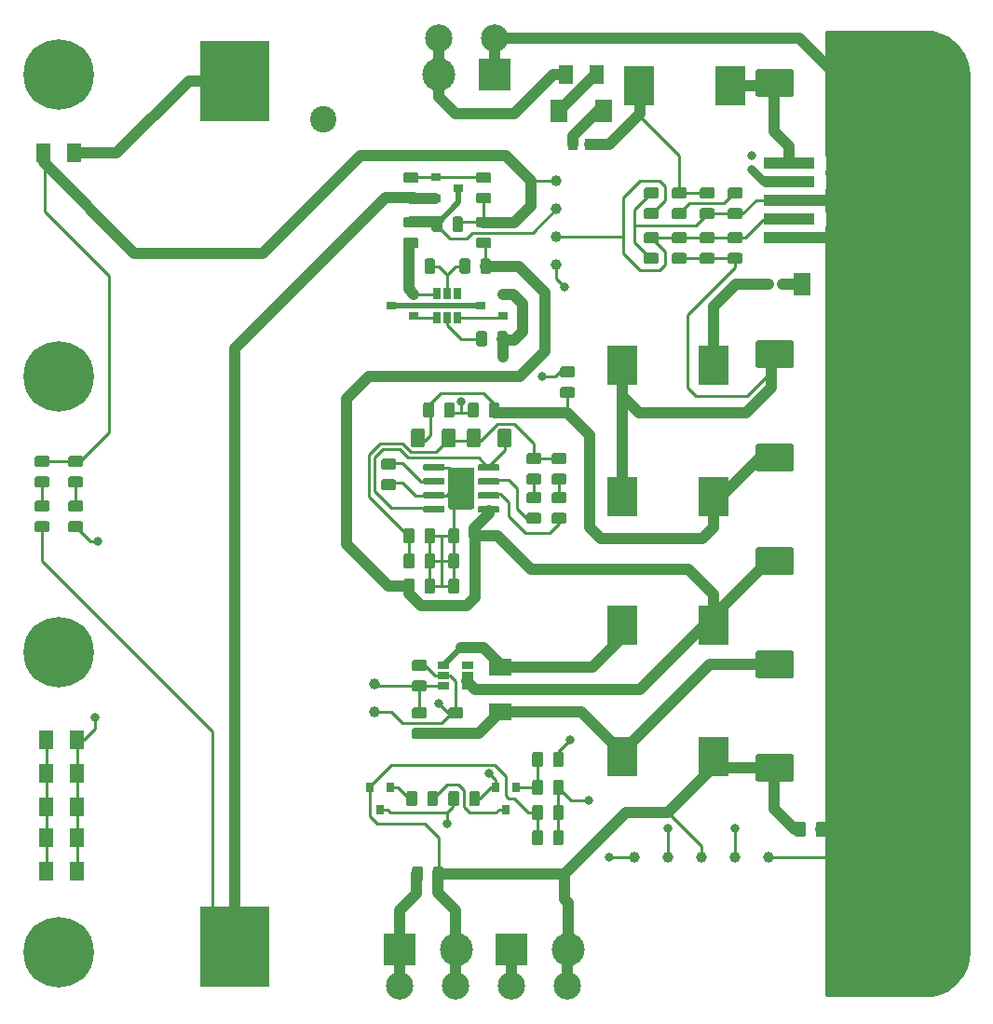
<source format=gbr>
G04 #@! TF.GenerationSoftware,KiCad,Pcbnew,(5.1.5)-3*
G04 #@! TF.CreationDate,2020-11-04T13:08:40-03:00*
G04 #@! TF.ProjectId,li-ion-backup,6c692d69-6f6e-42d6-9261-636b75702e6b,rev?*
G04 #@! TF.SameCoordinates,Original*
G04 #@! TF.FileFunction,Copper,L1,Top*
G04 #@! TF.FilePolarity,Positive*
%FSLAX46Y46*%
G04 Gerber Fmt 4.6, Leading zero omitted, Abs format (unit mm)*
G04 Created by KiCad (PCBNEW (5.1.5)-3) date 2020-11-04 13:08:40*
%MOMM*%
%LPD*%
G04 APERTURE LIST*
%ADD10R,2.700000X3.600000*%
%ADD11C,1.000000*%
%ADD12C,0.150000*%
%ADD13C,2.500000*%
%ADD14C,3.000000*%
%ADD15R,3.000000X3.000000*%
%ADD16R,0.800000X0.900000*%
%ADD17C,2.400000*%
%ADD18R,6.350000X7.340000*%
%ADD19C,0.800000*%
%ADD20C,6.400000*%
%ADD21C,0.500000*%
%ADD22R,0.650000X1.060000*%
%ADD23R,9.400000X10.800000*%
%ADD24R,4.600000X1.100000*%
%ADD25R,1.060000X0.650000*%
%ADD26R,0.900000X0.800000*%
%ADD27R,1.600000X2.000000*%
%ADD28R,2.000000X1.600000*%
%ADD29C,0.250000*%
%ADD30C,1.000000*%
%ADD31C,0.500000*%
%ADD32C,0.750000*%
%ADD33C,0.254000*%
G04 APERTURE END LIST*
D10*
X217002000Y-114046000D03*
X208702000Y-114046000D03*
X210226000Y-65024000D03*
X218526000Y-65024000D03*
X208702000Y-125984000D03*
X217002000Y-125984000D03*
X217002000Y-90424000D03*
X208702000Y-90424000D03*
X208702000Y-102362000D03*
X217002000Y-102362000D03*
D11*
X186182000Y-121920000D03*
G04 #@! TA.AperFunction,SMDPad,CuDef*
D12*
G36*
X204188142Y-92399174D02*
G01*
X204211803Y-92402684D01*
X204235007Y-92408496D01*
X204257529Y-92416554D01*
X204279153Y-92426782D01*
X204299670Y-92439079D01*
X204318883Y-92453329D01*
X204336607Y-92469393D01*
X204352671Y-92487117D01*
X204366921Y-92506330D01*
X204379218Y-92526847D01*
X204389446Y-92548471D01*
X204397504Y-92570993D01*
X204403316Y-92594197D01*
X204406826Y-92617858D01*
X204408000Y-92641750D01*
X204408000Y-93129250D01*
X204406826Y-93153142D01*
X204403316Y-93176803D01*
X204397504Y-93200007D01*
X204389446Y-93222529D01*
X204379218Y-93244153D01*
X204366921Y-93264670D01*
X204352671Y-93283883D01*
X204336607Y-93301607D01*
X204318883Y-93317671D01*
X204299670Y-93331921D01*
X204279153Y-93344218D01*
X204257529Y-93354446D01*
X204235007Y-93362504D01*
X204211803Y-93368316D01*
X204188142Y-93371826D01*
X204164250Y-93373000D01*
X203251750Y-93373000D01*
X203227858Y-93371826D01*
X203204197Y-93368316D01*
X203180993Y-93362504D01*
X203158471Y-93354446D01*
X203136847Y-93344218D01*
X203116330Y-93331921D01*
X203097117Y-93317671D01*
X203079393Y-93301607D01*
X203063329Y-93283883D01*
X203049079Y-93264670D01*
X203036782Y-93244153D01*
X203026554Y-93222529D01*
X203018496Y-93200007D01*
X203012684Y-93176803D01*
X203009174Y-93153142D01*
X203008000Y-93129250D01*
X203008000Y-92641750D01*
X203009174Y-92617858D01*
X203012684Y-92594197D01*
X203018496Y-92570993D01*
X203026554Y-92548471D01*
X203036782Y-92526847D01*
X203049079Y-92506330D01*
X203063329Y-92487117D01*
X203079393Y-92469393D01*
X203097117Y-92453329D01*
X203116330Y-92439079D01*
X203136847Y-92426782D01*
X203158471Y-92416554D01*
X203180993Y-92408496D01*
X203204197Y-92402684D01*
X203227858Y-92399174D01*
X203251750Y-92398000D01*
X204164250Y-92398000D01*
X204188142Y-92399174D01*
G37*
G04 #@! TD.AperFunction*
G04 #@! TA.AperFunction,SMDPad,CuDef*
G36*
X204188142Y-90524174D02*
G01*
X204211803Y-90527684D01*
X204235007Y-90533496D01*
X204257529Y-90541554D01*
X204279153Y-90551782D01*
X204299670Y-90564079D01*
X204318883Y-90578329D01*
X204336607Y-90594393D01*
X204352671Y-90612117D01*
X204366921Y-90631330D01*
X204379218Y-90651847D01*
X204389446Y-90673471D01*
X204397504Y-90695993D01*
X204403316Y-90719197D01*
X204406826Y-90742858D01*
X204408000Y-90766750D01*
X204408000Y-91254250D01*
X204406826Y-91278142D01*
X204403316Y-91301803D01*
X204397504Y-91325007D01*
X204389446Y-91347529D01*
X204379218Y-91369153D01*
X204366921Y-91389670D01*
X204352671Y-91408883D01*
X204336607Y-91426607D01*
X204318883Y-91442671D01*
X204299670Y-91456921D01*
X204279153Y-91469218D01*
X204257529Y-91479446D01*
X204235007Y-91487504D01*
X204211803Y-91493316D01*
X204188142Y-91496826D01*
X204164250Y-91498000D01*
X203251750Y-91498000D01*
X203227858Y-91496826D01*
X203204197Y-91493316D01*
X203180993Y-91487504D01*
X203158471Y-91479446D01*
X203136847Y-91469218D01*
X203116330Y-91456921D01*
X203097117Y-91442671D01*
X203079393Y-91426607D01*
X203063329Y-91408883D01*
X203049079Y-91389670D01*
X203036782Y-91369153D01*
X203026554Y-91347529D01*
X203018496Y-91325007D01*
X203012684Y-91301803D01*
X203009174Y-91278142D01*
X203008000Y-91254250D01*
X203008000Y-90766750D01*
X203009174Y-90742858D01*
X203012684Y-90719197D01*
X203018496Y-90695993D01*
X203026554Y-90673471D01*
X203036782Y-90651847D01*
X203049079Y-90631330D01*
X203063329Y-90612117D01*
X203079393Y-90594393D01*
X203097117Y-90578329D01*
X203116330Y-90564079D01*
X203136847Y-90551782D01*
X203158471Y-90541554D01*
X203180993Y-90533496D01*
X203204197Y-90527684D01*
X203227858Y-90524174D01*
X203251750Y-90523000D01*
X204164250Y-90523000D01*
X204188142Y-90524174D01*
G37*
G04 #@! TD.AperFunction*
G04 #@! TA.AperFunction,SMDPad,CuDef*
G36*
X201260142Y-132651174D02*
G01*
X201283803Y-132654684D01*
X201307007Y-132660496D01*
X201329529Y-132668554D01*
X201351153Y-132678782D01*
X201371670Y-132691079D01*
X201390883Y-132705329D01*
X201408607Y-132721393D01*
X201424671Y-132739117D01*
X201438921Y-132758330D01*
X201451218Y-132778847D01*
X201461446Y-132800471D01*
X201469504Y-132822993D01*
X201475316Y-132846197D01*
X201478826Y-132869858D01*
X201480000Y-132893750D01*
X201480000Y-133806250D01*
X201478826Y-133830142D01*
X201475316Y-133853803D01*
X201469504Y-133877007D01*
X201461446Y-133899529D01*
X201451218Y-133921153D01*
X201438921Y-133941670D01*
X201424671Y-133960883D01*
X201408607Y-133978607D01*
X201390883Y-133994671D01*
X201371670Y-134008921D01*
X201351153Y-134021218D01*
X201329529Y-134031446D01*
X201307007Y-134039504D01*
X201283803Y-134045316D01*
X201260142Y-134048826D01*
X201236250Y-134050000D01*
X200748750Y-134050000D01*
X200724858Y-134048826D01*
X200701197Y-134045316D01*
X200677993Y-134039504D01*
X200655471Y-134031446D01*
X200633847Y-134021218D01*
X200613330Y-134008921D01*
X200594117Y-133994671D01*
X200576393Y-133978607D01*
X200560329Y-133960883D01*
X200546079Y-133941670D01*
X200533782Y-133921153D01*
X200523554Y-133899529D01*
X200515496Y-133877007D01*
X200509684Y-133853803D01*
X200506174Y-133830142D01*
X200505000Y-133806250D01*
X200505000Y-132893750D01*
X200506174Y-132869858D01*
X200509684Y-132846197D01*
X200515496Y-132822993D01*
X200523554Y-132800471D01*
X200533782Y-132778847D01*
X200546079Y-132758330D01*
X200560329Y-132739117D01*
X200576393Y-132721393D01*
X200594117Y-132705329D01*
X200613330Y-132691079D01*
X200633847Y-132678782D01*
X200655471Y-132668554D01*
X200677993Y-132660496D01*
X200701197Y-132654684D01*
X200724858Y-132651174D01*
X200748750Y-132650000D01*
X201236250Y-132650000D01*
X201260142Y-132651174D01*
G37*
G04 #@! TD.AperFunction*
G04 #@! TA.AperFunction,SMDPad,CuDef*
G36*
X203135142Y-132651174D02*
G01*
X203158803Y-132654684D01*
X203182007Y-132660496D01*
X203204529Y-132668554D01*
X203226153Y-132678782D01*
X203246670Y-132691079D01*
X203265883Y-132705329D01*
X203283607Y-132721393D01*
X203299671Y-132739117D01*
X203313921Y-132758330D01*
X203326218Y-132778847D01*
X203336446Y-132800471D01*
X203344504Y-132822993D01*
X203350316Y-132846197D01*
X203353826Y-132869858D01*
X203355000Y-132893750D01*
X203355000Y-133806250D01*
X203353826Y-133830142D01*
X203350316Y-133853803D01*
X203344504Y-133877007D01*
X203336446Y-133899529D01*
X203326218Y-133921153D01*
X203313921Y-133941670D01*
X203299671Y-133960883D01*
X203283607Y-133978607D01*
X203265883Y-133994671D01*
X203246670Y-134008921D01*
X203226153Y-134021218D01*
X203204529Y-134031446D01*
X203182007Y-134039504D01*
X203158803Y-134045316D01*
X203135142Y-134048826D01*
X203111250Y-134050000D01*
X202623750Y-134050000D01*
X202599858Y-134048826D01*
X202576197Y-134045316D01*
X202552993Y-134039504D01*
X202530471Y-134031446D01*
X202508847Y-134021218D01*
X202488330Y-134008921D01*
X202469117Y-133994671D01*
X202451393Y-133978607D01*
X202435329Y-133960883D01*
X202421079Y-133941670D01*
X202408782Y-133921153D01*
X202398554Y-133899529D01*
X202390496Y-133877007D01*
X202384684Y-133853803D01*
X202381174Y-133830142D01*
X202380000Y-133806250D01*
X202380000Y-132893750D01*
X202381174Y-132869858D01*
X202384684Y-132846197D01*
X202390496Y-132822993D01*
X202398554Y-132800471D01*
X202408782Y-132778847D01*
X202421079Y-132758330D01*
X202435329Y-132739117D01*
X202451393Y-132721393D01*
X202469117Y-132705329D01*
X202488330Y-132691079D01*
X202508847Y-132678782D01*
X202530471Y-132668554D01*
X202552993Y-132660496D01*
X202576197Y-132654684D01*
X202599858Y-132651174D01*
X202623750Y-132650000D01*
X203111250Y-132650000D01*
X203135142Y-132651174D01*
G37*
G04 #@! TD.AperFunction*
G04 #@! TA.AperFunction,SMDPad,CuDef*
G36*
X201260142Y-130365174D02*
G01*
X201283803Y-130368684D01*
X201307007Y-130374496D01*
X201329529Y-130382554D01*
X201351153Y-130392782D01*
X201371670Y-130405079D01*
X201390883Y-130419329D01*
X201408607Y-130435393D01*
X201424671Y-130453117D01*
X201438921Y-130472330D01*
X201451218Y-130492847D01*
X201461446Y-130514471D01*
X201469504Y-130536993D01*
X201475316Y-130560197D01*
X201478826Y-130583858D01*
X201480000Y-130607750D01*
X201480000Y-131520250D01*
X201478826Y-131544142D01*
X201475316Y-131567803D01*
X201469504Y-131591007D01*
X201461446Y-131613529D01*
X201451218Y-131635153D01*
X201438921Y-131655670D01*
X201424671Y-131674883D01*
X201408607Y-131692607D01*
X201390883Y-131708671D01*
X201371670Y-131722921D01*
X201351153Y-131735218D01*
X201329529Y-131745446D01*
X201307007Y-131753504D01*
X201283803Y-131759316D01*
X201260142Y-131762826D01*
X201236250Y-131764000D01*
X200748750Y-131764000D01*
X200724858Y-131762826D01*
X200701197Y-131759316D01*
X200677993Y-131753504D01*
X200655471Y-131745446D01*
X200633847Y-131735218D01*
X200613330Y-131722921D01*
X200594117Y-131708671D01*
X200576393Y-131692607D01*
X200560329Y-131674883D01*
X200546079Y-131655670D01*
X200533782Y-131635153D01*
X200523554Y-131613529D01*
X200515496Y-131591007D01*
X200509684Y-131567803D01*
X200506174Y-131544142D01*
X200505000Y-131520250D01*
X200505000Y-130607750D01*
X200506174Y-130583858D01*
X200509684Y-130560197D01*
X200515496Y-130536993D01*
X200523554Y-130514471D01*
X200533782Y-130492847D01*
X200546079Y-130472330D01*
X200560329Y-130453117D01*
X200576393Y-130435393D01*
X200594117Y-130419329D01*
X200613330Y-130405079D01*
X200633847Y-130392782D01*
X200655471Y-130382554D01*
X200677993Y-130374496D01*
X200701197Y-130368684D01*
X200724858Y-130365174D01*
X200748750Y-130364000D01*
X201236250Y-130364000D01*
X201260142Y-130365174D01*
G37*
G04 #@! TD.AperFunction*
G04 #@! TA.AperFunction,SMDPad,CuDef*
G36*
X203135142Y-130365174D02*
G01*
X203158803Y-130368684D01*
X203182007Y-130374496D01*
X203204529Y-130382554D01*
X203226153Y-130392782D01*
X203246670Y-130405079D01*
X203265883Y-130419329D01*
X203283607Y-130435393D01*
X203299671Y-130453117D01*
X203313921Y-130472330D01*
X203326218Y-130492847D01*
X203336446Y-130514471D01*
X203344504Y-130536993D01*
X203350316Y-130560197D01*
X203353826Y-130583858D01*
X203355000Y-130607750D01*
X203355000Y-131520250D01*
X203353826Y-131544142D01*
X203350316Y-131567803D01*
X203344504Y-131591007D01*
X203336446Y-131613529D01*
X203326218Y-131635153D01*
X203313921Y-131655670D01*
X203299671Y-131674883D01*
X203283607Y-131692607D01*
X203265883Y-131708671D01*
X203246670Y-131722921D01*
X203226153Y-131735218D01*
X203204529Y-131745446D01*
X203182007Y-131753504D01*
X203158803Y-131759316D01*
X203135142Y-131762826D01*
X203111250Y-131764000D01*
X202623750Y-131764000D01*
X202599858Y-131762826D01*
X202576197Y-131759316D01*
X202552993Y-131753504D01*
X202530471Y-131745446D01*
X202508847Y-131735218D01*
X202488330Y-131722921D01*
X202469117Y-131708671D01*
X202451393Y-131692607D01*
X202435329Y-131674883D01*
X202421079Y-131655670D01*
X202408782Y-131635153D01*
X202398554Y-131613529D01*
X202390496Y-131591007D01*
X202384684Y-131567803D01*
X202381174Y-131544142D01*
X202380000Y-131520250D01*
X202380000Y-130607750D01*
X202381174Y-130583858D01*
X202384684Y-130560197D01*
X202390496Y-130536993D01*
X202398554Y-130514471D01*
X202408782Y-130492847D01*
X202421079Y-130472330D01*
X202435329Y-130453117D01*
X202451393Y-130435393D01*
X202469117Y-130419329D01*
X202488330Y-130405079D01*
X202508847Y-130392782D01*
X202530471Y-130382554D01*
X202552993Y-130374496D01*
X202576197Y-130368684D01*
X202599858Y-130365174D01*
X202623750Y-130364000D01*
X203111250Y-130364000D01*
X203135142Y-130365174D01*
G37*
G04 #@! TD.AperFunction*
D11*
X202692000Y-81280000D03*
X221996000Y-135128000D03*
D13*
X203708000Y-146812000D03*
X198628000Y-146812000D03*
D14*
X203755000Y-143510000D03*
D15*
X198628000Y-143510000D03*
D11*
X212852000Y-135128000D03*
X209804000Y-135128000D03*
X215900000Y-135128000D03*
X202692000Y-78740000D03*
X186182000Y-119380000D03*
X218948000Y-135128000D03*
X202692000Y-76200000D03*
X202692000Y-73660000D03*
G04 #@! TA.AperFunction,SMDPad,CuDef*
D12*
G36*
X158509000Y-137273000D02*
G01*
X158509000Y-135523000D01*
X159759000Y-135523000D01*
X159759000Y-137273000D01*
X158509000Y-137273000D01*
G37*
G04 #@! TD.AperFunction*
G04 #@! TA.AperFunction,SMDPad,CuDef*
G36*
X155709000Y-137273000D02*
G01*
X155709000Y-135523000D01*
X156959000Y-135523000D01*
X156959000Y-137273000D01*
X155709000Y-137273000D01*
G37*
G04 #@! TD.AperFunction*
G04 #@! TA.AperFunction,SMDPad,CuDef*
G36*
X158509000Y-134225000D02*
G01*
X158509000Y-132475000D01*
X159759000Y-132475000D01*
X159759000Y-134225000D01*
X158509000Y-134225000D01*
G37*
G04 #@! TD.AperFunction*
G04 #@! TA.AperFunction,SMDPad,CuDef*
G36*
X155709000Y-134225000D02*
G01*
X155709000Y-132475000D01*
X156959000Y-132475000D01*
X156959000Y-134225000D01*
X155709000Y-134225000D01*
G37*
G04 #@! TD.AperFunction*
G04 #@! TA.AperFunction,SMDPad,CuDef*
G36*
X158509000Y-131431000D02*
G01*
X158509000Y-129681000D01*
X159759000Y-129681000D01*
X159759000Y-131431000D01*
X158509000Y-131431000D01*
G37*
G04 #@! TD.AperFunction*
G04 #@! TA.AperFunction,SMDPad,CuDef*
G36*
X155709000Y-131431000D02*
G01*
X155709000Y-129681000D01*
X156959000Y-129681000D01*
X156959000Y-131431000D01*
X155709000Y-131431000D01*
G37*
G04 #@! TD.AperFunction*
G04 #@! TA.AperFunction,SMDPad,CuDef*
G36*
X158509000Y-128383000D02*
G01*
X158509000Y-126633000D01*
X159759000Y-126633000D01*
X159759000Y-128383000D01*
X158509000Y-128383000D01*
G37*
G04 #@! TD.AperFunction*
G04 #@! TA.AperFunction,SMDPad,CuDef*
G36*
X155709000Y-128383000D02*
G01*
X155709000Y-126633000D01*
X156959000Y-126633000D01*
X156959000Y-128383000D01*
X155709000Y-128383000D01*
G37*
G04 #@! TD.AperFunction*
G04 #@! TA.AperFunction,SMDPad,CuDef*
G36*
X158509000Y-125335000D02*
G01*
X158509000Y-123585000D01*
X159759000Y-123585000D01*
X159759000Y-125335000D01*
X158509000Y-125335000D01*
G37*
G04 #@! TD.AperFunction*
G04 #@! TA.AperFunction,SMDPad,CuDef*
G36*
X155709000Y-125335000D02*
G01*
X155709000Y-123585000D01*
X156959000Y-123585000D01*
X156959000Y-125335000D01*
X155709000Y-125335000D01*
G37*
G04 #@! TD.AperFunction*
G04 #@! TA.AperFunction,SMDPad,CuDef*
G36*
X195515142Y-129095174D02*
G01*
X195538803Y-129098684D01*
X195562007Y-129104496D01*
X195584529Y-129112554D01*
X195606153Y-129122782D01*
X195626670Y-129135079D01*
X195645883Y-129149329D01*
X195663607Y-129165393D01*
X195679671Y-129183117D01*
X195693921Y-129202330D01*
X195706218Y-129222847D01*
X195716446Y-129244471D01*
X195724504Y-129266993D01*
X195730316Y-129290197D01*
X195733826Y-129313858D01*
X195735000Y-129337750D01*
X195735000Y-130250250D01*
X195733826Y-130274142D01*
X195730316Y-130297803D01*
X195724504Y-130321007D01*
X195716446Y-130343529D01*
X195706218Y-130365153D01*
X195693921Y-130385670D01*
X195679671Y-130404883D01*
X195663607Y-130422607D01*
X195645883Y-130438671D01*
X195626670Y-130452921D01*
X195606153Y-130465218D01*
X195584529Y-130475446D01*
X195562007Y-130483504D01*
X195538803Y-130489316D01*
X195515142Y-130492826D01*
X195491250Y-130494000D01*
X195003750Y-130494000D01*
X194979858Y-130492826D01*
X194956197Y-130489316D01*
X194932993Y-130483504D01*
X194910471Y-130475446D01*
X194888847Y-130465218D01*
X194868330Y-130452921D01*
X194849117Y-130438671D01*
X194831393Y-130422607D01*
X194815329Y-130404883D01*
X194801079Y-130385670D01*
X194788782Y-130365153D01*
X194778554Y-130343529D01*
X194770496Y-130321007D01*
X194764684Y-130297803D01*
X194761174Y-130274142D01*
X194760000Y-130250250D01*
X194760000Y-129337750D01*
X194761174Y-129313858D01*
X194764684Y-129290197D01*
X194770496Y-129266993D01*
X194778554Y-129244471D01*
X194788782Y-129222847D01*
X194801079Y-129202330D01*
X194815329Y-129183117D01*
X194831393Y-129165393D01*
X194849117Y-129149329D01*
X194868330Y-129135079D01*
X194888847Y-129122782D01*
X194910471Y-129112554D01*
X194932993Y-129104496D01*
X194956197Y-129098684D01*
X194979858Y-129095174D01*
X195003750Y-129094000D01*
X195491250Y-129094000D01*
X195515142Y-129095174D01*
G37*
G04 #@! TD.AperFunction*
G04 #@! TA.AperFunction,SMDPad,CuDef*
G36*
X193640142Y-129095174D02*
G01*
X193663803Y-129098684D01*
X193687007Y-129104496D01*
X193709529Y-129112554D01*
X193731153Y-129122782D01*
X193751670Y-129135079D01*
X193770883Y-129149329D01*
X193788607Y-129165393D01*
X193804671Y-129183117D01*
X193818921Y-129202330D01*
X193831218Y-129222847D01*
X193841446Y-129244471D01*
X193849504Y-129266993D01*
X193855316Y-129290197D01*
X193858826Y-129313858D01*
X193860000Y-129337750D01*
X193860000Y-130250250D01*
X193858826Y-130274142D01*
X193855316Y-130297803D01*
X193849504Y-130321007D01*
X193841446Y-130343529D01*
X193831218Y-130365153D01*
X193818921Y-130385670D01*
X193804671Y-130404883D01*
X193788607Y-130422607D01*
X193770883Y-130438671D01*
X193751670Y-130452921D01*
X193731153Y-130465218D01*
X193709529Y-130475446D01*
X193687007Y-130483504D01*
X193663803Y-130489316D01*
X193640142Y-130492826D01*
X193616250Y-130494000D01*
X193128750Y-130494000D01*
X193104858Y-130492826D01*
X193081197Y-130489316D01*
X193057993Y-130483504D01*
X193035471Y-130475446D01*
X193013847Y-130465218D01*
X192993330Y-130452921D01*
X192974117Y-130438671D01*
X192956393Y-130422607D01*
X192940329Y-130404883D01*
X192926079Y-130385670D01*
X192913782Y-130365153D01*
X192903554Y-130343529D01*
X192895496Y-130321007D01*
X192889684Y-130297803D01*
X192886174Y-130274142D01*
X192885000Y-130250250D01*
X192885000Y-129337750D01*
X192886174Y-129313858D01*
X192889684Y-129290197D01*
X192895496Y-129266993D01*
X192903554Y-129244471D01*
X192913782Y-129222847D01*
X192926079Y-129202330D01*
X192940329Y-129183117D01*
X192956393Y-129165393D01*
X192974117Y-129149329D01*
X192993330Y-129135079D01*
X193013847Y-129122782D01*
X193035471Y-129112554D01*
X193057993Y-129104496D01*
X193081197Y-129098684D01*
X193104858Y-129095174D01*
X193128750Y-129094000D01*
X193616250Y-129094000D01*
X193640142Y-129095174D01*
G37*
G04 #@! TD.AperFunction*
G04 #@! TA.AperFunction,SMDPad,CuDef*
G36*
X191705142Y-129095174D02*
G01*
X191728803Y-129098684D01*
X191752007Y-129104496D01*
X191774529Y-129112554D01*
X191796153Y-129122782D01*
X191816670Y-129135079D01*
X191835883Y-129149329D01*
X191853607Y-129165393D01*
X191869671Y-129183117D01*
X191883921Y-129202330D01*
X191896218Y-129222847D01*
X191906446Y-129244471D01*
X191914504Y-129266993D01*
X191920316Y-129290197D01*
X191923826Y-129313858D01*
X191925000Y-129337750D01*
X191925000Y-130250250D01*
X191923826Y-130274142D01*
X191920316Y-130297803D01*
X191914504Y-130321007D01*
X191906446Y-130343529D01*
X191896218Y-130365153D01*
X191883921Y-130385670D01*
X191869671Y-130404883D01*
X191853607Y-130422607D01*
X191835883Y-130438671D01*
X191816670Y-130452921D01*
X191796153Y-130465218D01*
X191774529Y-130475446D01*
X191752007Y-130483504D01*
X191728803Y-130489316D01*
X191705142Y-130492826D01*
X191681250Y-130494000D01*
X191193750Y-130494000D01*
X191169858Y-130492826D01*
X191146197Y-130489316D01*
X191122993Y-130483504D01*
X191100471Y-130475446D01*
X191078847Y-130465218D01*
X191058330Y-130452921D01*
X191039117Y-130438671D01*
X191021393Y-130422607D01*
X191005329Y-130404883D01*
X190991079Y-130385670D01*
X190978782Y-130365153D01*
X190968554Y-130343529D01*
X190960496Y-130321007D01*
X190954684Y-130297803D01*
X190951174Y-130274142D01*
X190950000Y-130250250D01*
X190950000Y-129337750D01*
X190951174Y-129313858D01*
X190954684Y-129290197D01*
X190960496Y-129266993D01*
X190968554Y-129244471D01*
X190978782Y-129222847D01*
X190991079Y-129202330D01*
X191005329Y-129183117D01*
X191021393Y-129165393D01*
X191039117Y-129149329D01*
X191058330Y-129135079D01*
X191078847Y-129122782D01*
X191100471Y-129112554D01*
X191122993Y-129104496D01*
X191146197Y-129098684D01*
X191169858Y-129095174D01*
X191193750Y-129094000D01*
X191681250Y-129094000D01*
X191705142Y-129095174D01*
G37*
G04 #@! TD.AperFunction*
G04 #@! TA.AperFunction,SMDPad,CuDef*
G36*
X189830142Y-129095174D02*
G01*
X189853803Y-129098684D01*
X189877007Y-129104496D01*
X189899529Y-129112554D01*
X189921153Y-129122782D01*
X189941670Y-129135079D01*
X189960883Y-129149329D01*
X189978607Y-129165393D01*
X189994671Y-129183117D01*
X190008921Y-129202330D01*
X190021218Y-129222847D01*
X190031446Y-129244471D01*
X190039504Y-129266993D01*
X190045316Y-129290197D01*
X190048826Y-129313858D01*
X190050000Y-129337750D01*
X190050000Y-130250250D01*
X190048826Y-130274142D01*
X190045316Y-130297803D01*
X190039504Y-130321007D01*
X190031446Y-130343529D01*
X190021218Y-130365153D01*
X190008921Y-130385670D01*
X189994671Y-130404883D01*
X189978607Y-130422607D01*
X189960883Y-130438671D01*
X189941670Y-130452921D01*
X189921153Y-130465218D01*
X189899529Y-130475446D01*
X189877007Y-130483504D01*
X189853803Y-130489316D01*
X189830142Y-130492826D01*
X189806250Y-130494000D01*
X189318750Y-130494000D01*
X189294858Y-130492826D01*
X189271197Y-130489316D01*
X189247993Y-130483504D01*
X189225471Y-130475446D01*
X189203847Y-130465218D01*
X189183330Y-130452921D01*
X189164117Y-130438671D01*
X189146393Y-130422607D01*
X189130329Y-130404883D01*
X189116079Y-130385670D01*
X189103782Y-130365153D01*
X189093554Y-130343529D01*
X189085496Y-130321007D01*
X189079684Y-130297803D01*
X189076174Y-130274142D01*
X189075000Y-130250250D01*
X189075000Y-129337750D01*
X189076174Y-129313858D01*
X189079684Y-129290197D01*
X189085496Y-129266993D01*
X189093554Y-129244471D01*
X189103782Y-129222847D01*
X189116079Y-129202330D01*
X189130329Y-129183117D01*
X189146393Y-129165393D01*
X189164117Y-129149329D01*
X189183330Y-129135079D01*
X189203847Y-129122782D01*
X189225471Y-129112554D01*
X189247993Y-129104496D01*
X189271197Y-129098684D01*
X189294858Y-129095174D01*
X189318750Y-129094000D01*
X189806250Y-129094000D01*
X189830142Y-129095174D01*
G37*
G04 #@! TD.AperFunction*
G04 #@! TA.AperFunction,SMDPad,CuDef*
G36*
X203135142Y-128079174D02*
G01*
X203158803Y-128082684D01*
X203182007Y-128088496D01*
X203204529Y-128096554D01*
X203226153Y-128106782D01*
X203246670Y-128119079D01*
X203265883Y-128133329D01*
X203283607Y-128149393D01*
X203299671Y-128167117D01*
X203313921Y-128186330D01*
X203326218Y-128206847D01*
X203336446Y-128228471D01*
X203344504Y-128250993D01*
X203350316Y-128274197D01*
X203353826Y-128297858D01*
X203355000Y-128321750D01*
X203355000Y-129234250D01*
X203353826Y-129258142D01*
X203350316Y-129281803D01*
X203344504Y-129305007D01*
X203336446Y-129327529D01*
X203326218Y-129349153D01*
X203313921Y-129369670D01*
X203299671Y-129388883D01*
X203283607Y-129406607D01*
X203265883Y-129422671D01*
X203246670Y-129436921D01*
X203226153Y-129449218D01*
X203204529Y-129459446D01*
X203182007Y-129467504D01*
X203158803Y-129473316D01*
X203135142Y-129476826D01*
X203111250Y-129478000D01*
X202623750Y-129478000D01*
X202599858Y-129476826D01*
X202576197Y-129473316D01*
X202552993Y-129467504D01*
X202530471Y-129459446D01*
X202508847Y-129449218D01*
X202488330Y-129436921D01*
X202469117Y-129422671D01*
X202451393Y-129406607D01*
X202435329Y-129388883D01*
X202421079Y-129369670D01*
X202408782Y-129349153D01*
X202398554Y-129327529D01*
X202390496Y-129305007D01*
X202384684Y-129281803D01*
X202381174Y-129258142D01*
X202380000Y-129234250D01*
X202380000Y-128321750D01*
X202381174Y-128297858D01*
X202384684Y-128274197D01*
X202390496Y-128250993D01*
X202398554Y-128228471D01*
X202408782Y-128206847D01*
X202421079Y-128186330D01*
X202435329Y-128167117D01*
X202451393Y-128149393D01*
X202469117Y-128133329D01*
X202488330Y-128119079D01*
X202508847Y-128106782D01*
X202530471Y-128096554D01*
X202552993Y-128088496D01*
X202576197Y-128082684D01*
X202599858Y-128079174D01*
X202623750Y-128078000D01*
X203111250Y-128078000D01*
X203135142Y-128079174D01*
G37*
G04 #@! TD.AperFunction*
G04 #@! TA.AperFunction,SMDPad,CuDef*
G36*
X201260142Y-128079174D02*
G01*
X201283803Y-128082684D01*
X201307007Y-128088496D01*
X201329529Y-128096554D01*
X201351153Y-128106782D01*
X201371670Y-128119079D01*
X201390883Y-128133329D01*
X201408607Y-128149393D01*
X201424671Y-128167117D01*
X201438921Y-128186330D01*
X201451218Y-128206847D01*
X201461446Y-128228471D01*
X201469504Y-128250993D01*
X201475316Y-128274197D01*
X201478826Y-128297858D01*
X201480000Y-128321750D01*
X201480000Y-129234250D01*
X201478826Y-129258142D01*
X201475316Y-129281803D01*
X201469504Y-129305007D01*
X201461446Y-129327529D01*
X201451218Y-129349153D01*
X201438921Y-129369670D01*
X201424671Y-129388883D01*
X201408607Y-129406607D01*
X201390883Y-129422671D01*
X201371670Y-129436921D01*
X201351153Y-129449218D01*
X201329529Y-129459446D01*
X201307007Y-129467504D01*
X201283803Y-129473316D01*
X201260142Y-129476826D01*
X201236250Y-129478000D01*
X200748750Y-129478000D01*
X200724858Y-129476826D01*
X200701197Y-129473316D01*
X200677993Y-129467504D01*
X200655471Y-129459446D01*
X200633847Y-129449218D01*
X200613330Y-129436921D01*
X200594117Y-129422671D01*
X200576393Y-129406607D01*
X200560329Y-129388883D01*
X200546079Y-129369670D01*
X200533782Y-129349153D01*
X200523554Y-129327529D01*
X200515496Y-129305007D01*
X200509684Y-129281803D01*
X200506174Y-129258142D01*
X200505000Y-129234250D01*
X200505000Y-128321750D01*
X200506174Y-128297858D01*
X200509684Y-128274197D01*
X200515496Y-128250993D01*
X200523554Y-128228471D01*
X200533782Y-128206847D01*
X200546079Y-128186330D01*
X200560329Y-128167117D01*
X200576393Y-128149393D01*
X200594117Y-128133329D01*
X200613330Y-128119079D01*
X200633847Y-128106782D01*
X200655471Y-128096554D01*
X200677993Y-128088496D01*
X200701197Y-128082684D01*
X200724858Y-128079174D01*
X200748750Y-128078000D01*
X201236250Y-128078000D01*
X201260142Y-128079174D01*
G37*
G04 #@! TD.AperFunction*
G04 #@! TA.AperFunction,SMDPad,CuDef*
G36*
X201260142Y-125539174D02*
G01*
X201283803Y-125542684D01*
X201307007Y-125548496D01*
X201329529Y-125556554D01*
X201351153Y-125566782D01*
X201371670Y-125579079D01*
X201390883Y-125593329D01*
X201408607Y-125609393D01*
X201424671Y-125627117D01*
X201438921Y-125646330D01*
X201451218Y-125666847D01*
X201461446Y-125688471D01*
X201469504Y-125710993D01*
X201475316Y-125734197D01*
X201478826Y-125757858D01*
X201480000Y-125781750D01*
X201480000Y-126694250D01*
X201478826Y-126718142D01*
X201475316Y-126741803D01*
X201469504Y-126765007D01*
X201461446Y-126787529D01*
X201451218Y-126809153D01*
X201438921Y-126829670D01*
X201424671Y-126848883D01*
X201408607Y-126866607D01*
X201390883Y-126882671D01*
X201371670Y-126896921D01*
X201351153Y-126909218D01*
X201329529Y-126919446D01*
X201307007Y-126927504D01*
X201283803Y-126933316D01*
X201260142Y-126936826D01*
X201236250Y-126938000D01*
X200748750Y-126938000D01*
X200724858Y-126936826D01*
X200701197Y-126933316D01*
X200677993Y-126927504D01*
X200655471Y-126919446D01*
X200633847Y-126909218D01*
X200613330Y-126896921D01*
X200594117Y-126882671D01*
X200576393Y-126866607D01*
X200560329Y-126848883D01*
X200546079Y-126829670D01*
X200533782Y-126809153D01*
X200523554Y-126787529D01*
X200515496Y-126765007D01*
X200509684Y-126741803D01*
X200506174Y-126718142D01*
X200505000Y-126694250D01*
X200505000Y-125781750D01*
X200506174Y-125757858D01*
X200509684Y-125734197D01*
X200515496Y-125710993D01*
X200523554Y-125688471D01*
X200533782Y-125666847D01*
X200546079Y-125646330D01*
X200560329Y-125627117D01*
X200576393Y-125609393D01*
X200594117Y-125593329D01*
X200613330Y-125579079D01*
X200633847Y-125566782D01*
X200655471Y-125556554D01*
X200677993Y-125548496D01*
X200701197Y-125542684D01*
X200724858Y-125539174D01*
X200748750Y-125538000D01*
X201236250Y-125538000D01*
X201260142Y-125539174D01*
G37*
G04 #@! TD.AperFunction*
G04 #@! TA.AperFunction,SMDPad,CuDef*
G36*
X203135142Y-125539174D02*
G01*
X203158803Y-125542684D01*
X203182007Y-125548496D01*
X203204529Y-125556554D01*
X203226153Y-125566782D01*
X203246670Y-125579079D01*
X203265883Y-125593329D01*
X203283607Y-125609393D01*
X203299671Y-125627117D01*
X203313921Y-125646330D01*
X203326218Y-125666847D01*
X203336446Y-125688471D01*
X203344504Y-125710993D01*
X203350316Y-125734197D01*
X203353826Y-125757858D01*
X203355000Y-125781750D01*
X203355000Y-126694250D01*
X203353826Y-126718142D01*
X203350316Y-126741803D01*
X203344504Y-126765007D01*
X203336446Y-126787529D01*
X203326218Y-126809153D01*
X203313921Y-126829670D01*
X203299671Y-126848883D01*
X203283607Y-126866607D01*
X203265883Y-126882671D01*
X203246670Y-126896921D01*
X203226153Y-126909218D01*
X203204529Y-126919446D01*
X203182007Y-126927504D01*
X203158803Y-126933316D01*
X203135142Y-126936826D01*
X203111250Y-126938000D01*
X202623750Y-126938000D01*
X202599858Y-126936826D01*
X202576197Y-126933316D01*
X202552993Y-126927504D01*
X202530471Y-126919446D01*
X202508847Y-126909218D01*
X202488330Y-126896921D01*
X202469117Y-126882671D01*
X202451393Y-126866607D01*
X202435329Y-126848883D01*
X202421079Y-126829670D01*
X202408782Y-126809153D01*
X202398554Y-126787529D01*
X202390496Y-126765007D01*
X202384684Y-126741803D01*
X202381174Y-126718142D01*
X202380000Y-126694250D01*
X202380000Y-125781750D01*
X202381174Y-125757858D01*
X202384684Y-125734197D01*
X202390496Y-125710993D01*
X202398554Y-125688471D01*
X202408782Y-125666847D01*
X202421079Y-125646330D01*
X202435329Y-125627117D01*
X202451393Y-125609393D01*
X202469117Y-125593329D01*
X202488330Y-125579079D01*
X202508847Y-125566782D01*
X202530471Y-125556554D01*
X202552993Y-125548496D01*
X202576197Y-125542684D01*
X202599858Y-125539174D01*
X202623750Y-125538000D01*
X203111250Y-125538000D01*
X203135142Y-125539174D01*
G37*
G04 #@! TD.AperFunction*
D16*
X186690000Y-130794000D03*
X185740000Y-128794000D03*
X187640000Y-128794000D03*
X198120000Y-130794000D03*
X197170000Y-128794000D03*
X199070000Y-128794000D03*
D17*
X181483000Y-68072000D03*
D18*
X173482000Y-143216000D03*
X173482000Y-64556000D03*
D13*
X193548000Y-146812000D03*
X188468000Y-146812000D03*
D14*
X193595000Y-143510000D03*
D15*
X188468000Y-143510000D03*
D13*
X192024000Y-60706000D03*
X197104000Y-60706000D03*
D14*
X191977000Y-64008000D03*
D15*
X197104000Y-64008000D03*
D19*
X159177056Y-62310944D03*
X157480000Y-61608000D03*
X155782944Y-62310944D03*
X155080000Y-64008000D03*
X155782944Y-65705056D03*
X157480000Y-66408000D03*
X159177056Y-65705056D03*
X159880000Y-64008000D03*
D20*
X157480000Y-64008000D03*
D19*
X159177056Y-114761944D03*
X157480000Y-114059000D03*
X155782944Y-114761944D03*
X155080000Y-116459000D03*
X155782944Y-118156056D03*
X157480000Y-118859000D03*
X159177056Y-118156056D03*
X159880000Y-116459000D03*
D20*
X157480000Y-116459000D03*
D19*
X237917056Y-62310944D03*
X236220000Y-61608000D03*
X234522944Y-62310944D03*
X233820000Y-64008000D03*
X234522944Y-65705056D03*
X236220000Y-66408000D03*
X237917056Y-65705056D03*
X238620000Y-64008000D03*
D20*
X236220000Y-64008000D03*
D19*
X237917056Y-142066944D03*
X236220000Y-141364000D03*
X234522944Y-142066944D03*
X233820000Y-143764000D03*
X234522944Y-145461056D03*
X236220000Y-146164000D03*
X237917056Y-145461056D03*
X238620000Y-143764000D03*
D20*
X236220000Y-143764000D03*
D19*
X159177056Y-142066944D03*
X157480000Y-141364000D03*
X155782944Y-142066944D03*
X155080000Y-143764000D03*
X155782944Y-145461056D03*
X157480000Y-146164000D03*
X159177056Y-145461056D03*
X159880000Y-143764000D03*
D20*
X157480000Y-143764000D03*
D19*
X159177056Y-89742944D03*
X157480000Y-89040000D03*
X155782944Y-89742944D03*
X155080000Y-91440000D03*
X155782944Y-93137056D03*
X157480000Y-93840000D03*
X159177056Y-93137056D03*
X159880000Y-91440000D03*
D20*
X157480000Y-91440000D03*
D19*
X237917056Y-114761944D03*
X236220000Y-114059000D03*
X234522944Y-114761944D03*
X233820000Y-116459000D03*
X234522944Y-118156056D03*
X236220000Y-118859000D03*
X237917056Y-118156056D03*
X238620000Y-116459000D03*
D20*
X236220000Y-116459000D03*
X236220000Y-91440000D03*
D19*
X238620000Y-91440000D03*
X237917056Y-93137056D03*
X236220000Y-93840000D03*
X234522944Y-93137056D03*
X233820000Y-91440000D03*
X234522944Y-89742944D03*
X236220000Y-89040000D03*
X237917056Y-89742944D03*
G04 #@! TA.AperFunction,SMDPad,CuDef*
D12*
G36*
X197370703Y-99395722D02*
G01*
X197385264Y-99397882D01*
X197399543Y-99401459D01*
X197413403Y-99406418D01*
X197426710Y-99412712D01*
X197439336Y-99420280D01*
X197451159Y-99429048D01*
X197462066Y-99438934D01*
X197471952Y-99449841D01*
X197480720Y-99461664D01*
X197488288Y-99474290D01*
X197494582Y-99487597D01*
X197499541Y-99501457D01*
X197503118Y-99515736D01*
X197505278Y-99530297D01*
X197506000Y-99545000D01*
X197506000Y-99845000D01*
X197505278Y-99859703D01*
X197503118Y-99874264D01*
X197499541Y-99888543D01*
X197494582Y-99902403D01*
X197488288Y-99915710D01*
X197480720Y-99928336D01*
X197471952Y-99940159D01*
X197462066Y-99951066D01*
X197451159Y-99960952D01*
X197439336Y-99969720D01*
X197426710Y-99977288D01*
X197413403Y-99983582D01*
X197399543Y-99988541D01*
X197385264Y-99992118D01*
X197370703Y-99994278D01*
X197356000Y-99995000D01*
X195706000Y-99995000D01*
X195691297Y-99994278D01*
X195676736Y-99992118D01*
X195662457Y-99988541D01*
X195648597Y-99983582D01*
X195635290Y-99977288D01*
X195622664Y-99969720D01*
X195610841Y-99960952D01*
X195599934Y-99951066D01*
X195590048Y-99940159D01*
X195581280Y-99928336D01*
X195573712Y-99915710D01*
X195567418Y-99902403D01*
X195562459Y-99888543D01*
X195558882Y-99874264D01*
X195556722Y-99859703D01*
X195556000Y-99845000D01*
X195556000Y-99545000D01*
X195556722Y-99530297D01*
X195558882Y-99515736D01*
X195562459Y-99501457D01*
X195567418Y-99487597D01*
X195573712Y-99474290D01*
X195581280Y-99461664D01*
X195590048Y-99449841D01*
X195599934Y-99438934D01*
X195610841Y-99429048D01*
X195622664Y-99420280D01*
X195635290Y-99412712D01*
X195648597Y-99406418D01*
X195662457Y-99401459D01*
X195676736Y-99397882D01*
X195691297Y-99395722D01*
X195706000Y-99395000D01*
X197356000Y-99395000D01*
X197370703Y-99395722D01*
G37*
G04 #@! TD.AperFunction*
G04 #@! TA.AperFunction,SMDPad,CuDef*
G36*
X197370703Y-100665722D02*
G01*
X197385264Y-100667882D01*
X197399543Y-100671459D01*
X197413403Y-100676418D01*
X197426710Y-100682712D01*
X197439336Y-100690280D01*
X197451159Y-100699048D01*
X197462066Y-100708934D01*
X197471952Y-100719841D01*
X197480720Y-100731664D01*
X197488288Y-100744290D01*
X197494582Y-100757597D01*
X197499541Y-100771457D01*
X197503118Y-100785736D01*
X197505278Y-100800297D01*
X197506000Y-100815000D01*
X197506000Y-101115000D01*
X197505278Y-101129703D01*
X197503118Y-101144264D01*
X197499541Y-101158543D01*
X197494582Y-101172403D01*
X197488288Y-101185710D01*
X197480720Y-101198336D01*
X197471952Y-101210159D01*
X197462066Y-101221066D01*
X197451159Y-101230952D01*
X197439336Y-101239720D01*
X197426710Y-101247288D01*
X197413403Y-101253582D01*
X197399543Y-101258541D01*
X197385264Y-101262118D01*
X197370703Y-101264278D01*
X197356000Y-101265000D01*
X195706000Y-101265000D01*
X195691297Y-101264278D01*
X195676736Y-101262118D01*
X195662457Y-101258541D01*
X195648597Y-101253582D01*
X195635290Y-101247288D01*
X195622664Y-101239720D01*
X195610841Y-101230952D01*
X195599934Y-101221066D01*
X195590048Y-101210159D01*
X195581280Y-101198336D01*
X195573712Y-101185710D01*
X195567418Y-101172403D01*
X195562459Y-101158543D01*
X195558882Y-101144264D01*
X195556722Y-101129703D01*
X195556000Y-101115000D01*
X195556000Y-100815000D01*
X195556722Y-100800297D01*
X195558882Y-100785736D01*
X195562459Y-100771457D01*
X195567418Y-100757597D01*
X195573712Y-100744290D01*
X195581280Y-100731664D01*
X195590048Y-100719841D01*
X195599934Y-100708934D01*
X195610841Y-100699048D01*
X195622664Y-100690280D01*
X195635290Y-100682712D01*
X195648597Y-100676418D01*
X195662457Y-100671459D01*
X195676736Y-100667882D01*
X195691297Y-100665722D01*
X195706000Y-100665000D01*
X197356000Y-100665000D01*
X197370703Y-100665722D01*
G37*
G04 #@! TD.AperFunction*
G04 #@! TA.AperFunction,SMDPad,CuDef*
G36*
X197370703Y-101935722D02*
G01*
X197385264Y-101937882D01*
X197399543Y-101941459D01*
X197413403Y-101946418D01*
X197426710Y-101952712D01*
X197439336Y-101960280D01*
X197451159Y-101969048D01*
X197462066Y-101978934D01*
X197471952Y-101989841D01*
X197480720Y-102001664D01*
X197488288Y-102014290D01*
X197494582Y-102027597D01*
X197499541Y-102041457D01*
X197503118Y-102055736D01*
X197505278Y-102070297D01*
X197506000Y-102085000D01*
X197506000Y-102385000D01*
X197505278Y-102399703D01*
X197503118Y-102414264D01*
X197499541Y-102428543D01*
X197494582Y-102442403D01*
X197488288Y-102455710D01*
X197480720Y-102468336D01*
X197471952Y-102480159D01*
X197462066Y-102491066D01*
X197451159Y-102500952D01*
X197439336Y-102509720D01*
X197426710Y-102517288D01*
X197413403Y-102523582D01*
X197399543Y-102528541D01*
X197385264Y-102532118D01*
X197370703Y-102534278D01*
X197356000Y-102535000D01*
X195706000Y-102535000D01*
X195691297Y-102534278D01*
X195676736Y-102532118D01*
X195662457Y-102528541D01*
X195648597Y-102523582D01*
X195635290Y-102517288D01*
X195622664Y-102509720D01*
X195610841Y-102500952D01*
X195599934Y-102491066D01*
X195590048Y-102480159D01*
X195581280Y-102468336D01*
X195573712Y-102455710D01*
X195567418Y-102442403D01*
X195562459Y-102428543D01*
X195558882Y-102414264D01*
X195556722Y-102399703D01*
X195556000Y-102385000D01*
X195556000Y-102085000D01*
X195556722Y-102070297D01*
X195558882Y-102055736D01*
X195562459Y-102041457D01*
X195567418Y-102027597D01*
X195573712Y-102014290D01*
X195581280Y-102001664D01*
X195590048Y-101989841D01*
X195599934Y-101978934D01*
X195610841Y-101969048D01*
X195622664Y-101960280D01*
X195635290Y-101952712D01*
X195648597Y-101946418D01*
X195662457Y-101941459D01*
X195676736Y-101937882D01*
X195691297Y-101935722D01*
X195706000Y-101935000D01*
X197356000Y-101935000D01*
X197370703Y-101935722D01*
G37*
G04 #@! TD.AperFunction*
G04 #@! TA.AperFunction,SMDPad,CuDef*
G36*
X197370703Y-103205722D02*
G01*
X197385264Y-103207882D01*
X197399543Y-103211459D01*
X197413403Y-103216418D01*
X197426710Y-103222712D01*
X197439336Y-103230280D01*
X197451159Y-103239048D01*
X197462066Y-103248934D01*
X197471952Y-103259841D01*
X197480720Y-103271664D01*
X197488288Y-103284290D01*
X197494582Y-103297597D01*
X197499541Y-103311457D01*
X197503118Y-103325736D01*
X197505278Y-103340297D01*
X197506000Y-103355000D01*
X197506000Y-103655000D01*
X197505278Y-103669703D01*
X197503118Y-103684264D01*
X197499541Y-103698543D01*
X197494582Y-103712403D01*
X197488288Y-103725710D01*
X197480720Y-103738336D01*
X197471952Y-103750159D01*
X197462066Y-103761066D01*
X197451159Y-103770952D01*
X197439336Y-103779720D01*
X197426710Y-103787288D01*
X197413403Y-103793582D01*
X197399543Y-103798541D01*
X197385264Y-103802118D01*
X197370703Y-103804278D01*
X197356000Y-103805000D01*
X195706000Y-103805000D01*
X195691297Y-103804278D01*
X195676736Y-103802118D01*
X195662457Y-103798541D01*
X195648597Y-103793582D01*
X195635290Y-103787288D01*
X195622664Y-103779720D01*
X195610841Y-103770952D01*
X195599934Y-103761066D01*
X195590048Y-103750159D01*
X195581280Y-103738336D01*
X195573712Y-103725710D01*
X195567418Y-103712403D01*
X195562459Y-103698543D01*
X195558882Y-103684264D01*
X195556722Y-103669703D01*
X195556000Y-103655000D01*
X195556000Y-103355000D01*
X195556722Y-103340297D01*
X195558882Y-103325736D01*
X195562459Y-103311457D01*
X195567418Y-103297597D01*
X195573712Y-103284290D01*
X195581280Y-103271664D01*
X195590048Y-103259841D01*
X195599934Y-103248934D01*
X195610841Y-103239048D01*
X195622664Y-103230280D01*
X195635290Y-103222712D01*
X195648597Y-103216418D01*
X195662457Y-103211459D01*
X195676736Y-103207882D01*
X195691297Y-103205722D01*
X195706000Y-103205000D01*
X197356000Y-103205000D01*
X197370703Y-103205722D01*
G37*
G04 #@! TD.AperFunction*
G04 #@! TA.AperFunction,SMDPad,CuDef*
G36*
X192420703Y-103205722D02*
G01*
X192435264Y-103207882D01*
X192449543Y-103211459D01*
X192463403Y-103216418D01*
X192476710Y-103222712D01*
X192489336Y-103230280D01*
X192501159Y-103239048D01*
X192512066Y-103248934D01*
X192521952Y-103259841D01*
X192530720Y-103271664D01*
X192538288Y-103284290D01*
X192544582Y-103297597D01*
X192549541Y-103311457D01*
X192553118Y-103325736D01*
X192555278Y-103340297D01*
X192556000Y-103355000D01*
X192556000Y-103655000D01*
X192555278Y-103669703D01*
X192553118Y-103684264D01*
X192549541Y-103698543D01*
X192544582Y-103712403D01*
X192538288Y-103725710D01*
X192530720Y-103738336D01*
X192521952Y-103750159D01*
X192512066Y-103761066D01*
X192501159Y-103770952D01*
X192489336Y-103779720D01*
X192476710Y-103787288D01*
X192463403Y-103793582D01*
X192449543Y-103798541D01*
X192435264Y-103802118D01*
X192420703Y-103804278D01*
X192406000Y-103805000D01*
X190756000Y-103805000D01*
X190741297Y-103804278D01*
X190726736Y-103802118D01*
X190712457Y-103798541D01*
X190698597Y-103793582D01*
X190685290Y-103787288D01*
X190672664Y-103779720D01*
X190660841Y-103770952D01*
X190649934Y-103761066D01*
X190640048Y-103750159D01*
X190631280Y-103738336D01*
X190623712Y-103725710D01*
X190617418Y-103712403D01*
X190612459Y-103698543D01*
X190608882Y-103684264D01*
X190606722Y-103669703D01*
X190606000Y-103655000D01*
X190606000Y-103355000D01*
X190606722Y-103340297D01*
X190608882Y-103325736D01*
X190612459Y-103311457D01*
X190617418Y-103297597D01*
X190623712Y-103284290D01*
X190631280Y-103271664D01*
X190640048Y-103259841D01*
X190649934Y-103248934D01*
X190660841Y-103239048D01*
X190672664Y-103230280D01*
X190685290Y-103222712D01*
X190698597Y-103216418D01*
X190712457Y-103211459D01*
X190726736Y-103207882D01*
X190741297Y-103205722D01*
X190756000Y-103205000D01*
X192406000Y-103205000D01*
X192420703Y-103205722D01*
G37*
G04 #@! TD.AperFunction*
G04 #@! TA.AperFunction,SMDPad,CuDef*
G36*
X192420703Y-101935722D02*
G01*
X192435264Y-101937882D01*
X192449543Y-101941459D01*
X192463403Y-101946418D01*
X192476710Y-101952712D01*
X192489336Y-101960280D01*
X192501159Y-101969048D01*
X192512066Y-101978934D01*
X192521952Y-101989841D01*
X192530720Y-102001664D01*
X192538288Y-102014290D01*
X192544582Y-102027597D01*
X192549541Y-102041457D01*
X192553118Y-102055736D01*
X192555278Y-102070297D01*
X192556000Y-102085000D01*
X192556000Y-102385000D01*
X192555278Y-102399703D01*
X192553118Y-102414264D01*
X192549541Y-102428543D01*
X192544582Y-102442403D01*
X192538288Y-102455710D01*
X192530720Y-102468336D01*
X192521952Y-102480159D01*
X192512066Y-102491066D01*
X192501159Y-102500952D01*
X192489336Y-102509720D01*
X192476710Y-102517288D01*
X192463403Y-102523582D01*
X192449543Y-102528541D01*
X192435264Y-102532118D01*
X192420703Y-102534278D01*
X192406000Y-102535000D01*
X190756000Y-102535000D01*
X190741297Y-102534278D01*
X190726736Y-102532118D01*
X190712457Y-102528541D01*
X190698597Y-102523582D01*
X190685290Y-102517288D01*
X190672664Y-102509720D01*
X190660841Y-102500952D01*
X190649934Y-102491066D01*
X190640048Y-102480159D01*
X190631280Y-102468336D01*
X190623712Y-102455710D01*
X190617418Y-102442403D01*
X190612459Y-102428543D01*
X190608882Y-102414264D01*
X190606722Y-102399703D01*
X190606000Y-102385000D01*
X190606000Y-102085000D01*
X190606722Y-102070297D01*
X190608882Y-102055736D01*
X190612459Y-102041457D01*
X190617418Y-102027597D01*
X190623712Y-102014290D01*
X190631280Y-102001664D01*
X190640048Y-101989841D01*
X190649934Y-101978934D01*
X190660841Y-101969048D01*
X190672664Y-101960280D01*
X190685290Y-101952712D01*
X190698597Y-101946418D01*
X190712457Y-101941459D01*
X190726736Y-101937882D01*
X190741297Y-101935722D01*
X190756000Y-101935000D01*
X192406000Y-101935000D01*
X192420703Y-101935722D01*
G37*
G04 #@! TD.AperFunction*
G04 #@! TA.AperFunction,SMDPad,CuDef*
G36*
X192420703Y-100665722D02*
G01*
X192435264Y-100667882D01*
X192449543Y-100671459D01*
X192463403Y-100676418D01*
X192476710Y-100682712D01*
X192489336Y-100690280D01*
X192501159Y-100699048D01*
X192512066Y-100708934D01*
X192521952Y-100719841D01*
X192530720Y-100731664D01*
X192538288Y-100744290D01*
X192544582Y-100757597D01*
X192549541Y-100771457D01*
X192553118Y-100785736D01*
X192555278Y-100800297D01*
X192556000Y-100815000D01*
X192556000Y-101115000D01*
X192555278Y-101129703D01*
X192553118Y-101144264D01*
X192549541Y-101158543D01*
X192544582Y-101172403D01*
X192538288Y-101185710D01*
X192530720Y-101198336D01*
X192521952Y-101210159D01*
X192512066Y-101221066D01*
X192501159Y-101230952D01*
X192489336Y-101239720D01*
X192476710Y-101247288D01*
X192463403Y-101253582D01*
X192449543Y-101258541D01*
X192435264Y-101262118D01*
X192420703Y-101264278D01*
X192406000Y-101265000D01*
X190756000Y-101265000D01*
X190741297Y-101264278D01*
X190726736Y-101262118D01*
X190712457Y-101258541D01*
X190698597Y-101253582D01*
X190685290Y-101247288D01*
X190672664Y-101239720D01*
X190660841Y-101230952D01*
X190649934Y-101221066D01*
X190640048Y-101210159D01*
X190631280Y-101198336D01*
X190623712Y-101185710D01*
X190617418Y-101172403D01*
X190612459Y-101158543D01*
X190608882Y-101144264D01*
X190606722Y-101129703D01*
X190606000Y-101115000D01*
X190606000Y-100815000D01*
X190606722Y-100800297D01*
X190608882Y-100785736D01*
X190612459Y-100771457D01*
X190617418Y-100757597D01*
X190623712Y-100744290D01*
X190631280Y-100731664D01*
X190640048Y-100719841D01*
X190649934Y-100708934D01*
X190660841Y-100699048D01*
X190672664Y-100690280D01*
X190685290Y-100682712D01*
X190698597Y-100676418D01*
X190712457Y-100671459D01*
X190726736Y-100667882D01*
X190741297Y-100665722D01*
X190756000Y-100665000D01*
X192406000Y-100665000D01*
X192420703Y-100665722D01*
G37*
G04 #@! TD.AperFunction*
G04 #@! TA.AperFunction,SMDPad,CuDef*
G36*
X192420703Y-99395722D02*
G01*
X192435264Y-99397882D01*
X192449543Y-99401459D01*
X192463403Y-99406418D01*
X192476710Y-99412712D01*
X192489336Y-99420280D01*
X192501159Y-99429048D01*
X192512066Y-99438934D01*
X192521952Y-99449841D01*
X192530720Y-99461664D01*
X192538288Y-99474290D01*
X192544582Y-99487597D01*
X192549541Y-99501457D01*
X192553118Y-99515736D01*
X192555278Y-99530297D01*
X192556000Y-99545000D01*
X192556000Y-99845000D01*
X192555278Y-99859703D01*
X192553118Y-99874264D01*
X192549541Y-99888543D01*
X192544582Y-99902403D01*
X192538288Y-99915710D01*
X192530720Y-99928336D01*
X192521952Y-99940159D01*
X192512066Y-99951066D01*
X192501159Y-99960952D01*
X192489336Y-99969720D01*
X192476710Y-99977288D01*
X192463403Y-99983582D01*
X192449543Y-99988541D01*
X192435264Y-99992118D01*
X192420703Y-99994278D01*
X192406000Y-99995000D01*
X190756000Y-99995000D01*
X190741297Y-99994278D01*
X190726736Y-99992118D01*
X190712457Y-99988541D01*
X190698597Y-99983582D01*
X190685290Y-99977288D01*
X190672664Y-99969720D01*
X190660841Y-99960952D01*
X190649934Y-99951066D01*
X190640048Y-99940159D01*
X190631280Y-99928336D01*
X190623712Y-99915710D01*
X190617418Y-99902403D01*
X190612459Y-99888543D01*
X190608882Y-99874264D01*
X190606722Y-99859703D01*
X190606000Y-99845000D01*
X190606000Y-99545000D01*
X190606722Y-99530297D01*
X190608882Y-99515736D01*
X190612459Y-99501457D01*
X190617418Y-99487597D01*
X190623712Y-99474290D01*
X190631280Y-99461664D01*
X190640048Y-99449841D01*
X190649934Y-99438934D01*
X190660841Y-99429048D01*
X190672664Y-99420280D01*
X190685290Y-99412712D01*
X190698597Y-99406418D01*
X190712457Y-99401459D01*
X190726736Y-99397882D01*
X190741297Y-99395722D01*
X190756000Y-99395000D01*
X192406000Y-99395000D01*
X192420703Y-99395722D01*
G37*
G04 #@! TD.AperFunction*
D21*
X194756000Y-103000000D03*
X193356000Y-103000000D03*
X194756000Y-101600000D03*
X193356000Y-101600000D03*
X194756000Y-100200000D03*
X193356000Y-100200000D03*
G04 #@! TA.AperFunction,SMDPad,CuDef*
D12*
G36*
X195035506Y-99696204D02*
G01*
X195059774Y-99699804D01*
X195083573Y-99705765D01*
X195106672Y-99714030D01*
X195128850Y-99724519D01*
X195149893Y-99737132D01*
X195169599Y-99751747D01*
X195187777Y-99768223D01*
X195204253Y-99786401D01*
X195218868Y-99806107D01*
X195231481Y-99827150D01*
X195241970Y-99849328D01*
X195250235Y-99872427D01*
X195256196Y-99896226D01*
X195259796Y-99920494D01*
X195261000Y-99944998D01*
X195261000Y-103255002D01*
X195259796Y-103279506D01*
X195256196Y-103303774D01*
X195250235Y-103327573D01*
X195241970Y-103350672D01*
X195231481Y-103372850D01*
X195218868Y-103393893D01*
X195204253Y-103413599D01*
X195187777Y-103431777D01*
X195169599Y-103448253D01*
X195149893Y-103462868D01*
X195128850Y-103475481D01*
X195106672Y-103485970D01*
X195083573Y-103494235D01*
X195059774Y-103500196D01*
X195035506Y-103503796D01*
X195011002Y-103505000D01*
X193100998Y-103505000D01*
X193076494Y-103503796D01*
X193052226Y-103500196D01*
X193028427Y-103494235D01*
X193005328Y-103485970D01*
X192983150Y-103475481D01*
X192962107Y-103462868D01*
X192942401Y-103448253D01*
X192924223Y-103431777D01*
X192907747Y-103413599D01*
X192893132Y-103393893D01*
X192880519Y-103372850D01*
X192870030Y-103350672D01*
X192861765Y-103327573D01*
X192855804Y-103303774D01*
X192852204Y-103279506D01*
X192851000Y-103255002D01*
X192851000Y-99944998D01*
X192852204Y-99920494D01*
X192855804Y-99896226D01*
X192861765Y-99872427D01*
X192870030Y-99849328D01*
X192880519Y-99827150D01*
X192893132Y-99806107D01*
X192907747Y-99786401D01*
X192924223Y-99768223D01*
X192942401Y-99751747D01*
X192962107Y-99737132D01*
X192983150Y-99724519D01*
X193005328Y-99714030D01*
X193028427Y-99705765D01*
X193052226Y-99699804D01*
X193076494Y-99696204D01*
X193100998Y-99695000D01*
X195011002Y-99695000D01*
X195035506Y-99696204D01*
G37*
G04 #@! TD.AperFunction*
D22*
X192786000Y-83863000D03*
X191836000Y-83863000D03*
X193736000Y-83863000D03*
X193736000Y-86063000D03*
X192786000Y-86063000D03*
X191836000Y-86063000D03*
D23*
X232991000Y-75438000D03*
D24*
X223841000Y-78838000D03*
X223841000Y-77138000D03*
X223841000Y-75438000D03*
X223841000Y-73738000D03*
X223841000Y-72038000D03*
D25*
X194648000Y-118618000D03*
X194648000Y-117668000D03*
X194648000Y-119568000D03*
X192448000Y-119568000D03*
X192448000Y-118618000D03*
X192448000Y-117668000D03*
G04 #@! TA.AperFunction,SMDPad,CuDef*
D12*
G36*
X187932142Y-98906174D02*
G01*
X187955803Y-98909684D01*
X187979007Y-98915496D01*
X188001529Y-98923554D01*
X188023153Y-98933782D01*
X188043670Y-98946079D01*
X188062883Y-98960329D01*
X188080607Y-98976393D01*
X188096671Y-98994117D01*
X188110921Y-99013330D01*
X188123218Y-99033847D01*
X188133446Y-99055471D01*
X188141504Y-99077993D01*
X188147316Y-99101197D01*
X188150826Y-99124858D01*
X188152000Y-99148750D01*
X188152000Y-99636250D01*
X188150826Y-99660142D01*
X188147316Y-99683803D01*
X188141504Y-99707007D01*
X188133446Y-99729529D01*
X188123218Y-99751153D01*
X188110921Y-99771670D01*
X188096671Y-99790883D01*
X188080607Y-99808607D01*
X188062883Y-99824671D01*
X188043670Y-99838921D01*
X188023153Y-99851218D01*
X188001529Y-99861446D01*
X187979007Y-99869504D01*
X187955803Y-99875316D01*
X187932142Y-99878826D01*
X187908250Y-99880000D01*
X186995750Y-99880000D01*
X186971858Y-99878826D01*
X186948197Y-99875316D01*
X186924993Y-99869504D01*
X186902471Y-99861446D01*
X186880847Y-99851218D01*
X186860330Y-99838921D01*
X186841117Y-99824671D01*
X186823393Y-99808607D01*
X186807329Y-99790883D01*
X186793079Y-99771670D01*
X186780782Y-99751153D01*
X186770554Y-99729529D01*
X186762496Y-99707007D01*
X186756684Y-99683803D01*
X186753174Y-99660142D01*
X186752000Y-99636250D01*
X186752000Y-99148750D01*
X186753174Y-99124858D01*
X186756684Y-99101197D01*
X186762496Y-99077993D01*
X186770554Y-99055471D01*
X186780782Y-99033847D01*
X186793079Y-99013330D01*
X186807329Y-98994117D01*
X186823393Y-98976393D01*
X186841117Y-98960329D01*
X186860330Y-98946079D01*
X186880847Y-98933782D01*
X186902471Y-98923554D01*
X186924993Y-98915496D01*
X186948197Y-98909684D01*
X186971858Y-98906174D01*
X186995750Y-98905000D01*
X187908250Y-98905000D01*
X187932142Y-98906174D01*
G37*
G04 #@! TD.AperFunction*
G04 #@! TA.AperFunction,SMDPad,CuDef*
G36*
X187932142Y-100781174D02*
G01*
X187955803Y-100784684D01*
X187979007Y-100790496D01*
X188001529Y-100798554D01*
X188023153Y-100808782D01*
X188043670Y-100821079D01*
X188062883Y-100835329D01*
X188080607Y-100851393D01*
X188096671Y-100869117D01*
X188110921Y-100888330D01*
X188123218Y-100908847D01*
X188133446Y-100930471D01*
X188141504Y-100952993D01*
X188147316Y-100976197D01*
X188150826Y-100999858D01*
X188152000Y-101023750D01*
X188152000Y-101511250D01*
X188150826Y-101535142D01*
X188147316Y-101558803D01*
X188141504Y-101582007D01*
X188133446Y-101604529D01*
X188123218Y-101626153D01*
X188110921Y-101646670D01*
X188096671Y-101665883D01*
X188080607Y-101683607D01*
X188062883Y-101699671D01*
X188043670Y-101713921D01*
X188023153Y-101726218D01*
X188001529Y-101736446D01*
X187979007Y-101744504D01*
X187955803Y-101750316D01*
X187932142Y-101753826D01*
X187908250Y-101755000D01*
X186995750Y-101755000D01*
X186971858Y-101753826D01*
X186948197Y-101750316D01*
X186924993Y-101744504D01*
X186902471Y-101736446D01*
X186880847Y-101726218D01*
X186860330Y-101713921D01*
X186841117Y-101699671D01*
X186823393Y-101683607D01*
X186807329Y-101665883D01*
X186793079Y-101646670D01*
X186780782Y-101626153D01*
X186770554Y-101604529D01*
X186762496Y-101582007D01*
X186756684Y-101558803D01*
X186753174Y-101535142D01*
X186752000Y-101511250D01*
X186752000Y-101023750D01*
X186753174Y-100999858D01*
X186756684Y-100976197D01*
X186762496Y-100952993D01*
X186770554Y-100930471D01*
X186780782Y-100908847D01*
X186793079Y-100888330D01*
X186807329Y-100869117D01*
X186823393Y-100851393D01*
X186841117Y-100835329D01*
X186860330Y-100821079D01*
X186880847Y-100808782D01*
X186902471Y-100798554D01*
X186924993Y-100790496D01*
X186948197Y-100784684D01*
X186971858Y-100781174D01*
X186995750Y-100780000D01*
X187908250Y-100780000D01*
X187932142Y-100781174D01*
G37*
G04 #@! TD.AperFunction*
G04 #@! TA.AperFunction,SMDPad,CuDef*
G36*
X195595504Y-96154204D02*
G01*
X195619773Y-96157804D01*
X195643571Y-96163765D01*
X195666671Y-96172030D01*
X195688849Y-96182520D01*
X195709893Y-96195133D01*
X195729598Y-96209747D01*
X195747777Y-96226223D01*
X195764253Y-96244402D01*
X195778867Y-96264107D01*
X195791480Y-96285151D01*
X195801970Y-96307329D01*
X195810235Y-96330429D01*
X195816196Y-96354227D01*
X195819796Y-96378496D01*
X195821000Y-96403000D01*
X195821000Y-97653000D01*
X195819796Y-97677504D01*
X195816196Y-97701773D01*
X195810235Y-97725571D01*
X195801970Y-97748671D01*
X195791480Y-97770849D01*
X195778867Y-97791893D01*
X195764253Y-97811598D01*
X195747777Y-97829777D01*
X195729598Y-97846253D01*
X195709893Y-97860867D01*
X195688849Y-97873480D01*
X195666671Y-97883970D01*
X195643571Y-97892235D01*
X195619773Y-97898196D01*
X195595504Y-97901796D01*
X195571000Y-97903000D01*
X194821000Y-97903000D01*
X194796496Y-97901796D01*
X194772227Y-97898196D01*
X194748429Y-97892235D01*
X194725329Y-97883970D01*
X194703151Y-97873480D01*
X194682107Y-97860867D01*
X194662402Y-97846253D01*
X194644223Y-97829777D01*
X194627747Y-97811598D01*
X194613133Y-97791893D01*
X194600520Y-97770849D01*
X194590030Y-97748671D01*
X194581765Y-97725571D01*
X194575804Y-97701773D01*
X194572204Y-97677504D01*
X194571000Y-97653000D01*
X194571000Y-96403000D01*
X194572204Y-96378496D01*
X194575804Y-96354227D01*
X194581765Y-96330429D01*
X194590030Y-96307329D01*
X194600520Y-96285151D01*
X194613133Y-96264107D01*
X194627747Y-96244402D01*
X194644223Y-96226223D01*
X194662402Y-96209747D01*
X194682107Y-96195133D01*
X194703151Y-96182520D01*
X194725329Y-96172030D01*
X194748429Y-96163765D01*
X194772227Y-96157804D01*
X194796496Y-96154204D01*
X194821000Y-96153000D01*
X195571000Y-96153000D01*
X195595504Y-96154204D01*
G37*
G04 #@! TD.AperFunction*
G04 #@! TA.AperFunction,SMDPad,CuDef*
G36*
X198395504Y-96154204D02*
G01*
X198419773Y-96157804D01*
X198443571Y-96163765D01*
X198466671Y-96172030D01*
X198488849Y-96182520D01*
X198509893Y-96195133D01*
X198529598Y-96209747D01*
X198547777Y-96226223D01*
X198564253Y-96244402D01*
X198578867Y-96264107D01*
X198591480Y-96285151D01*
X198601970Y-96307329D01*
X198610235Y-96330429D01*
X198616196Y-96354227D01*
X198619796Y-96378496D01*
X198621000Y-96403000D01*
X198621000Y-97653000D01*
X198619796Y-97677504D01*
X198616196Y-97701773D01*
X198610235Y-97725571D01*
X198601970Y-97748671D01*
X198591480Y-97770849D01*
X198578867Y-97791893D01*
X198564253Y-97811598D01*
X198547777Y-97829777D01*
X198529598Y-97846253D01*
X198509893Y-97860867D01*
X198488849Y-97873480D01*
X198466671Y-97883970D01*
X198443571Y-97892235D01*
X198419773Y-97898196D01*
X198395504Y-97901796D01*
X198371000Y-97903000D01*
X197621000Y-97903000D01*
X197596496Y-97901796D01*
X197572227Y-97898196D01*
X197548429Y-97892235D01*
X197525329Y-97883970D01*
X197503151Y-97873480D01*
X197482107Y-97860867D01*
X197462402Y-97846253D01*
X197444223Y-97829777D01*
X197427747Y-97811598D01*
X197413133Y-97791893D01*
X197400520Y-97770849D01*
X197390030Y-97748671D01*
X197381765Y-97725571D01*
X197375804Y-97701773D01*
X197372204Y-97677504D01*
X197371000Y-97653000D01*
X197371000Y-96403000D01*
X197372204Y-96378496D01*
X197375804Y-96354227D01*
X197381765Y-96330429D01*
X197390030Y-96307329D01*
X197400520Y-96285151D01*
X197413133Y-96264107D01*
X197427747Y-96244402D01*
X197444223Y-96226223D01*
X197462402Y-96209747D01*
X197482107Y-96195133D01*
X197503151Y-96182520D01*
X197525329Y-96172030D01*
X197548429Y-96163765D01*
X197572227Y-96157804D01*
X197596496Y-96154204D01*
X197621000Y-96153000D01*
X198371000Y-96153000D01*
X198395504Y-96154204D01*
G37*
G04 #@! TD.AperFunction*
G04 #@! TA.AperFunction,SMDPad,CuDef*
G36*
X190515504Y-96154204D02*
G01*
X190539773Y-96157804D01*
X190563571Y-96163765D01*
X190586671Y-96172030D01*
X190608849Y-96182520D01*
X190629893Y-96195133D01*
X190649598Y-96209747D01*
X190667777Y-96226223D01*
X190684253Y-96244402D01*
X190698867Y-96264107D01*
X190711480Y-96285151D01*
X190721970Y-96307329D01*
X190730235Y-96330429D01*
X190736196Y-96354227D01*
X190739796Y-96378496D01*
X190741000Y-96403000D01*
X190741000Y-97653000D01*
X190739796Y-97677504D01*
X190736196Y-97701773D01*
X190730235Y-97725571D01*
X190721970Y-97748671D01*
X190711480Y-97770849D01*
X190698867Y-97791893D01*
X190684253Y-97811598D01*
X190667777Y-97829777D01*
X190649598Y-97846253D01*
X190629893Y-97860867D01*
X190608849Y-97873480D01*
X190586671Y-97883970D01*
X190563571Y-97892235D01*
X190539773Y-97898196D01*
X190515504Y-97901796D01*
X190491000Y-97903000D01*
X189741000Y-97903000D01*
X189716496Y-97901796D01*
X189692227Y-97898196D01*
X189668429Y-97892235D01*
X189645329Y-97883970D01*
X189623151Y-97873480D01*
X189602107Y-97860867D01*
X189582402Y-97846253D01*
X189564223Y-97829777D01*
X189547747Y-97811598D01*
X189533133Y-97791893D01*
X189520520Y-97770849D01*
X189510030Y-97748671D01*
X189501765Y-97725571D01*
X189495804Y-97701773D01*
X189492204Y-97677504D01*
X189491000Y-97653000D01*
X189491000Y-96403000D01*
X189492204Y-96378496D01*
X189495804Y-96354227D01*
X189501765Y-96330429D01*
X189510030Y-96307329D01*
X189520520Y-96285151D01*
X189533133Y-96264107D01*
X189547747Y-96244402D01*
X189564223Y-96226223D01*
X189582402Y-96209747D01*
X189602107Y-96195133D01*
X189623151Y-96182520D01*
X189645329Y-96172030D01*
X189668429Y-96163765D01*
X189692227Y-96157804D01*
X189716496Y-96154204D01*
X189741000Y-96153000D01*
X190491000Y-96153000D01*
X190515504Y-96154204D01*
G37*
G04 #@! TD.AperFunction*
G04 #@! TA.AperFunction,SMDPad,CuDef*
G36*
X193315504Y-96154204D02*
G01*
X193339773Y-96157804D01*
X193363571Y-96163765D01*
X193386671Y-96172030D01*
X193408849Y-96182520D01*
X193429893Y-96195133D01*
X193449598Y-96209747D01*
X193467777Y-96226223D01*
X193484253Y-96244402D01*
X193498867Y-96264107D01*
X193511480Y-96285151D01*
X193521970Y-96307329D01*
X193530235Y-96330429D01*
X193536196Y-96354227D01*
X193539796Y-96378496D01*
X193541000Y-96403000D01*
X193541000Y-97653000D01*
X193539796Y-97677504D01*
X193536196Y-97701773D01*
X193530235Y-97725571D01*
X193521970Y-97748671D01*
X193511480Y-97770849D01*
X193498867Y-97791893D01*
X193484253Y-97811598D01*
X193467777Y-97829777D01*
X193449598Y-97846253D01*
X193429893Y-97860867D01*
X193408849Y-97873480D01*
X193386671Y-97883970D01*
X193363571Y-97892235D01*
X193339773Y-97898196D01*
X193315504Y-97901796D01*
X193291000Y-97903000D01*
X192541000Y-97903000D01*
X192516496Y-97901796D01*
X192492227Y-97898196D01*
X192468429Y-97892235D01*
X192445329Y-97883970D01*
X192423151Y-97873480D01*
X192402107Y-97860867D01*
X192382402Y-97846253D01*
X192364223Y-97829777D01*
X192347747Y-97811598D01*
X192333133Y-97791893D01*
X192320520Y-97770849D01*
X192310030Y-97748671D01*
X192301765Y-97725571D01*
X192295804Y-97701773D01*
X192292204Y-97677504D01*
X192291000Y-97653000D01*
X192291000Y-96403000D01*
X192292204Y-96378496D01*
X192295804Y-96354227D01*
X192301765Y-96330429D01*
X192310030Y-96307329D01*
X192320520Y-96285151D01*
X192333133Y-96264107D01*
X192347747Y-96244402D01*
X192364223Y-96226223D01*
X192382402Y-96209747D01*
X192402107Y-96195133D01*
X192423151Y-96182520D01*
X192445329Y-96172030D01*
X192468429Y-96163765D01*
X192492227Y-96157804D01*
X192516496Y-96154204D01*
X192541000Y-96153000D01*
X193291000Y-96153000D01*
X193315504Y-96154204D01*
G37*
G04 #@! TD.AperFunction*
G04 #@! TA.AperFunction,SMDPad,CuDef*
G36*
X201140142Y-101954174D02*
G01*
X201163803Y-101957684D01*
X201187007Y-101963496D01*
X201209529Y-101971554D01*
X201231153Y-101981782D01*
X201251670Y-101994079D01*
X201270883Y-102008329D01*
X201288607Y-102024393D01*
X201304671Y-102042117D01*
X201318921Y-102061330D01*
X201331218Y-102081847D01*
X201341446Y-102103471D01*
X201349504Y-102125993D01*
X201355316Y-102149197D01*
X201358826Y-102172858D01*
X201360000Y-102196750D01*
X201360000Y-102684250D01*
X201358826Y-102708142D01*
X201355316Y-102731803D01*
X201349504Y-102755007D01*
X201341446Y-102777529D01*
X201331218Y-102799153D01*
X201318921Y-102819670D01*
X201304671Y-102838883D01*
X201288607Y-102856607D01*
X201270883Y-102872671D01*
X201251670Y-102886921D01*
X201231153Y-102899218D01*
X201209529Y-102909446D01*
X201187007Y-102917504D01*
X201163803Y-102923316D01*
X201140142Y-102926826D01*
X201116250Y-102928000D01*
X200203750Y-102928000D01*
X200179858Y-102926826D01*
X200156197Y-102923316D01*
X200132993Y-102917504D01*
X200110471Y-102909446D01*
X200088847Y-102899218D01*
X200068330Y-102886921D01*
X200049117Y-102872671D01*
X200031393Y-102856607D01*
X200015329Y-102838883D01*
X200001079Y-102819670D01*
X199988782Y-102799153D01*
X199978554Y-102777529D01*
X199970496Y-102755007D01*
X199964684Y-102731803D01*
X199961174Y-102708142D01*
X199960000Y-102684250D01*
X199960000Y-102196750D01*
X199961174Y-102172858D01*
X199964684Y-102149197D01*
X199970496Y-102125993D01*
X199978554Y-102103471D01*
X199988782Y-102081847D01*
X200001079Y-102061330D01*
X200015329Y-102042117D01*
X200031393Y-102024393D01*
X200049117Y-102008329D01*
X200068330Y-101994079D01*
X200088847Y-101981782D01*
X200110471Y-101971554D01*
X200132993Y-101963496D01*
X200156197Y-101957684D01*
X200179858Y-101954174D01*
X200203750Y-101953000D01*
X201116250Y-101953000D01*
X201140142Y-101954174D01*
G37*
G04 #@! TD.AperFunction*
G04 #@! TA.AperFunction,SMDPad,CuDef*
G36*
X201140142Y-103829174D02*
G01*
X201163803Y-103832684D01*
X201187007Y-103838496D01*
X201209529Y-103846554D01*
X201231153Y-103856782D01*
X201251670Y-103869079D01*
X201270883Y-103883329D01*
X201288607Y-103899393D01*
X201304671Y-103917117D01*
X201318921Y-103936330D01*
X201331218Y-103956847D01*
X201341446Y-103978471D01*
X201349504Y-104000993D01*
X201355316Y-104024197D01*
X201358826Y-104047858D01*
X201360000Y-104071750D01*
X201360000Y-104559250D01*
X201358826Y-104583142D01*
X201355316Y-104606803D01*
X201349504Y-104630007D01*
X201341446Y-104652529D01*
X201331218Y-104674153D01*
X201318921Y-104694670D01*
X201304671Y-104713883D01*
X201288607Y-104731607D01*
X201270883Y-104747671D01*
X201251670Y-104761921D01*
X201231153Y-104774218D01*
X201209529Y-104784446D01*
X201187007Y-104792504D01*
X201163803Y-104798316D01*
X201140142Y-104801826D01*
X201116250Y-104803000D01*
X200203750Y-104803000D01*
X200179858Y-104801826D01*
X200156197Y-104798316D01*
X200132993Y-104792504D01*
X200110471Y-104784446D01*
X200088847Y-104774218D01*
X200068330Y-104761921D01*
X200049117Y-104747671D01*
X200031393Y-104731607D01*
X200015329Y-104713883D01*
X200001079Y-104694670D01*
X199988782Y-104674153D01*
X199978554Y-104652529D01*
X199970496Y-104630007D01*
X199964684Y-104606803D01*
X199961174Y-104583142D01*
X199960000Y-104559250D01*
X199960000Y-104071750D01*
X199961174Y-104047858D01*
X199964684Y-104024197D01*
X199970496Y-104000993D01*
X199978554Y-103978471D01*
X199988782Y-103956847D01*
X200001079Y-103936330D01*
X200015329Y-103917117D01*
X200031393Y-103899393D01*
X200049117Y-103883329D01*
X200068330Y-103869079D01*
X200088847Y-103856782D01*
X200110471Y-103846554D01*
X200132993Y-103838496D01*
X200156197Y-103832684D01*
X200179858Y-103829174D01*
X200203750Y-103828000D01*
X201116250Y-103828000D01*
X201140142Y-103829174D01*
G37*
G04 #@! TD.AperFunction*
G04 #@! TA.AperFunction,SMDPad,CuDef*
G36*
X203426142Y-103829174D02*
G01*
X203449803Y-103832684D01*
X203473007Y-103838496D01*
X203495529Y-103846554D01*
X203517153Y-103856782D01*
X203537670Y-103869079D01*
X203556883Y-103883329D01*
X203574607Y-103899393D01*
X203590671Y-103917117D01*
X203604921Y-103936330D01*
X203617218Y-103956847D01*
X203627446Y-103978471D01*
X203635504Y-104000993D01*
X203641316Y-104024197D01*
X203644826Y-104047858D01*
X203646000Y-104071750D01*
X203646000Y-104559250D01*
X203644826Y-104583142D01*
X203641316Y-104606803D01*
X203635504Y-104630007D01*
X203627446Y-104652529D01*
X203617218Y-104674153D01*
X203604921Y-104694670D01*
X203590671Y-104713883D01*
X203574607Y-104731607D01*
X203556883Y-104747671D01*
X203537670Y-104761921D01*
X203517153Y-104774218D01*
X203495529Y-104784446D01*
X203473007Y-104792504D01*
X203449803Y-104798316D01*
X203426142Y-104801826D01*
X203402250Y-104803000D01*
X202489750Y-104803000D01*
X202465858Y-104801826D01*
X202442197Y-104798316D01*
X202418993Y-104792504D01*
X202396471Y-104784446D01*
X202374847Y-104774218D01*
X202354330Y-104761921D01*
X202335117Y-104747671D01*
X202317393Y-104731607D01*
X202301329Y-104713883D01*
X202287079Y-104694670D01*
X202274782Y-104674153D01*
X202264554Y-104652529D01*
X202256496Y-104630007D01*
X202250684Y-104606803D01*
X202247174Y-104583142D01*
X202246000Y-104559250D01*
X202246000Y-104071750D01*
X202247174Y-104047858D01*
X202250684Y-104024197D01*
X202256496Y-104000993D01*
X202264554Y-103978471D01*
X202274782Y-103956847D01*
X202287079Y-103936330D01*
X202301329Y-103917117D01*
X202317393Y-103899393D01*
X202335117Y-103883329D01*
X202354330Y-103869079D01*
X202374847Y-103856782D01*
X202396471Y-103846554D01*
X202418993Y-103838496D01*
X202442197Y-103832684D01*
X202465858Y-103829174D01*
X202489750Y-103828000D01*
X203402250Y-103828000D01*
X203426142Y-103829174D01*
G37*
G04 #@! TD.AperFunction*
G04 #@! TA.AperFunction,SMDPad,CuDef*
G36*
X203426142Y-101954174D02*
G01*
X203449803Y-101957684D01*
X203473007Y-101963496D01*
X203495529Y-101971554D01*
X203517153Y-101981782D01*
X203537670Y-101994079D01*
X203556883Y-102008329D01*
X203574607Y-102024393D01*
X203590671Y-102042117D01*
X203604921Y-102061330D01*
X203617218Y-102081847D01*
X203627446Y-102103471D01*
X203635504Y-102125993D01*
X203641316Y-102149197D01*
X203644826Y-102172858D01*
X203646000Y-102196750D01*
X203646000Y-102684250D01*
X203644826Y-102708142D01*
X203641316Y-102731803D01*
X203635504Y-102755007D01*
X203627446Y-102777529D01*
X203617218Y-102799153D01*
X203604921Y-102819670D01*
X203590671Y-102838883D01*
X203574607Y-102856607D01*
X203556883Y-102872671D01*
X203537670Y-102886921D01*
X203517153Y-102899218D01*
X203495529Y-102909446D01*
X203473007Y-102917504D01*
X203449803Y-102923316D01*
X203426142Y-102926826D01*
X203402250Y-102928000D01*
X202489750Y-102928000D01*
X202465858Y-102926826D01*
X202442197Y-102923316D01*
X202418993Y-102917504D01*
X202396471Y-102909446D01*
X202374847Y-102899218D01*
X202354330Y-102886921D01*
X202335117Y-102872671D01*
X202317393Y-102856607D01*
X202301329Y-102838883D01*
X202287079Y-102819670D01*
X202274782Y-102799153D01*
X202264554Y-102777529D01*
X202256496Y-102755007D01*
X202250684Y-102731803D01*
X202247174Y-102708142D01*
X202246000Y-102684250D01*
X202246000Y-102196750D01*
X202247174Y-102172858D01*
X202250684Y-102149197D01*
X202256496Y-102125993D01*
X202264554Y-102103471D01*
X202274782Y-102081847D01*
X202287079Y-102061330D01*
X202301329Y-102042117D01*
X202317393Y-102024393D01*
X202335117Y-102008329D01*
X202354330Y-101994079D01*
X202374847Y-101981782D01*
X202396471Y-101971554D01*
X202418993Y-101963496D01*
X202442197Y-101957684D01*
X202465858Y-101954174D01*
X202489750Y-101953000D01*
X203402250Y-101953000D01*
X203426142Y-101954174D01*
G37*
G04 #@! TD.AperFunction*
G04 #@! TA.AperFunction,SMDPad,CuDef*
G36*
X219428142Y-78332174D02*
G01*
X219451803Y-78335684D01*
X219475007Y-78341496D01*
X219497529Y-78349554D01*
X219519153Y-78359782D01*
X219539670Y-78372079D01*
X219558883Y-78386329D01*
X219576607Y-78402393D01*
X219592671Y-78420117D01*
X219606921Y-78439330D01*
X219619218Y-78459847D01*
X219629446Y-78481471D01*
X219637504Y-78503993D01*
X219643316Y-78527197D01*
X219646826Y-78550858D01*
X219648000Y-78574750D01*
X219648000Y-79062250D01*
X219646826Y-79086142D01*
X219643316Y-79109803D01*
X219637504Y-79133007D01*
X219629446Y-79155529D01*
X219619218Y-79177153D01*
X219606921Y-79197670D01*
X219592671Y-79216883D01*
X219576607Y-79234607D01*
X219558883Y-79250671D01*
X219539670Y-79264921D01*
X219519153Y-79277218D01*
X219497529Y-79287446D01*
X219475007Y-79295504D01*
X219451803Y-79301316D01*
X219428142Y-79304826D01*
X219404250Y-79306000D01*
X218491750Y-79306000D01*
X218467858Y-79304826D01*
X218444197Y-79301316D01*
X218420993Y-79295504D01*
X218398471Y-79287446D01*
X218376847Y-79277218D01*
X218356330Y-79264921D01*
X218337117Y-79250671D01*
X218319393Y-79234607D01*
X218303329Y-79216883D01*
X218289079Y-79197670D01*
X218276782Y-79177153D01*
X218266554Y-79155529D01*
X218258496Y-79133007D01*
X218252684Y-79109803D01*
X218249174Y-79086142D01*
X218248000Y-79062250D01*
X218248000Y-78574750D01*
X218249174Y-78550858D01*
X218252684Y-78527197D01*
X218258496Y-78503993D01*
X218266554Y-78481471D01*
X218276782Y-78459847D01*
X218289079Y-78439330D01*
X218303329Y-78420117D01*
X218319393Y-78402393D01*
X218337117Y-78386329D01*
X218356330Y-78372079D01*
X218376847Y-78359782D01*
X218398471Y-78349554D01*
X218420993Y-78341496D01*
X218444197Y-78335684D01*
X218467858Y-78332174D01*
X218491750Y-78331000D01*
X219404250Y-78331000D01*
X219428142Y-78332174D01*
G37*
G04 #@! TD.AperFunction*
G04 #@! TA.AperFunction,SMDPad,CuDef*
G36*
X219428142Y-80207174D02*
G01*
X219451803Y-80210684D01*
X219475007Y-80216496D01*
X219497529Y-80224554D01*
X219519153Y-80234782D01*
X219539670Y-80247079D01*
X219558883Y-80261329D01*
X219576607Y-80277393D01*
X219592671Y-80295117D01*
X219606921Y-80314330D01*
X219619218Y-80334847D01*
X219629446Y-80356471D01*
X219637504Y-80378993D01*
X219643316Y-80402197D01*
X219646826Y-80425858D01*
X219648000Y-80449750D01*
X219648000Y-80937250D01*
X219646826Y-80961142D01*
X219643316Y-80984803D01*
X219637504Y-81008007D01*
X219629446Y-81030529D01*
X219619218Y-81052153D01*
X219606921Y-81072670D01*
X219592671Y-81091883D01*
X219576607Y-81109607D01*
X219558883Y-81125671D01*
X219539670Y-81139921D01*
X219519153Y-81152218D01*
X219497529Y-81162446D01*
X219475007Y-81170504D01*
X219451803Y-81176316D01*
X219428142Y-81179826D01*
X219404250Y-81181000D01*
X218491750Y-81181000D01*
X218467858Y-81179826D01*
X218444197Y-81176316D01*
X218420993Y-81170504D01*
X218398471Y-81162446D01*
X218376847Y-81152218D01*
X218356330Y-81139921D01*
X218337117Y-81125671D01*
X218319393Y-81109607D01*
X218303329Y-81091883D01*
X218289079Y-81072670D01*
X218276782Y-81052153D01*
X218266554Y-81030529D01*
X218258496Y-81008007D01*
X218252684Y-80984803D01*
X218249174Y-80961142D01*
X218248000Y-80937250D01*
X218248000Y-80449750D01*
X218249174Y-80425858D01*
X218252684Y-80402197D01*
X218258496Y-80378993D01*
X218266554Y-80356471D01*
X218276782Y-80334847D01*
X218289079Y-80314330D01*
X218303329Y-80295117D01*
X218319393Y-80277393D01*
X218337117Y-80261329D01*
X218356330Y-80247079D01*
X218376847Y-80234782D01*
X218398471Y-80224554D01*
X218420993Y-80216496D01*
X218444197Y-80210684D01*
X218467858Y-80207174D01*
X218491750Y-80206000D01*
X219404250Y-80206000D01*
X219428142Y-80207174D01*
G37*
G04 #@! TD.AperFunction*
G04 #@! TA.AperFunction,SMDPad,CuDef*
G36*
X216888142Y-78332174D02*
G01*
X216911803Y-78335684D01*
X216935007Y-78341496D01*
X216957529Y-78349554D01*
X216979153Y-78359782D01*
X216999670Y-78372079D01*
X217018883Y-78386329D01*
X217036607Y-78402393D01*
X217052671Y-78420117D01*
X217066921Y-78439330D01*
X217079218Y-78459847D01*
X217089446Y-78481471D01*
X217097504Y-78503993D01*
X217103316Y-78527197D01*
X217106826Y-78550858D01*
X217108000Y-78574750D01*
X217108000Y-79062250D01*
X217106826Y-79086142D01*
X217103316Y-79109803D01*
X217097504Y-79133007D01*
X217089446Y-79155529D01*
X217079218Y-79177153D01*
X217066921Y-79197670D01*
X217052671Y-79216883D01*
X217036607Y-79234607D01*
X217018883Y-79250671D01*
X216999670Y-79264921D01*
X216979153Y-79277218D01*
X216957529Y-79287446D01*
X216935007Y-79295504D01*
X216911803Y-79301316D01*
X216888142Y-79304826D01*
X216864250Y-79306000D01*
X215951750Y-79306000D01*
X215927858Y-79304826D01*
X215904197Y-79301316D01*
X215880993Y-79295504D01*
X215858471Y-79287446D01*
X215836847Y-79277218D01*
X215816330Y-79264921D01*
X215797117Y-79250671D01*
X215779393Y-79234607D01*
X215763329Y-79216883D01*
X215749079Y-79197670D01*
X215736782Y-79177153D01*
X215726554Y-79155529D01*
X215718496Y-79133007D01*
X215712684Y-79109803D01*
X215709174Y-79086142D01*
X215708000Y-79062250D01*
X215708000Y-78574750D01*
X215709174Y-78550858D01*
X215712684Y-78527197D01*
X215718496Y-78503993D01*
X215726554Y-78481471D01*
X215736782Y-78459847D01*
X215749079Y-78439330D01*
X215763329Y-78420117D01*
X215779393Y-78402393D01*
X215797117Y-78386329D01*
X215816330Y-78372079D01*
X215836847Y-78359782D01*
X215858471Y-78349554D01*
X215880993Y-78341496D01*
X215904197Y-78335684D01*
X215927858Y-78332174D01*
X215951750Y-78331000D01*
X216864250Y-78331000D01*
X216888142Y-78332174D01*
G37*
G04 #@! TD.AperFunction*
G04 #@! TA.AperFunction,SMDPad,CuDef*
G36*
X216888142Y-80207174D02*
G01*
X216911803Y-80210684D01*
X216935007Y-80216496D01*
X216957529Y-80224554D01*
X216979153Y-80234782D01*
X216999670Y-80247079D01*
X217018883Y-80261329D01*
X217036607Y-80277393D01*
X217052671Y-80295117D01*
X217066921Y-80314330D01*
X217079218Y-80334847D01*
X217089446Y-80356471D01*
X217097504Y-80378993D01*
X217103316Y-80402197D01*
X217106826Y-80425858D01*
X217108000Y-80449750D01*
X217108000Y-80937250D01*
X217106826Y-80961142D01*
X217103316Y-80984803D01*
X217097504Y-81008007D01*
X217089446Y-81030529D01*
X217079218Y-81052153D01*
X217066921Y-81072670D01*
X217052671Y-81091883D01*
X217036607Y-81109607D01*
X217018883Y-81125671D01*
X216999670Y-81139921D01*
X216979153Y-81152218D01*
X216957529Y-81162446D01*
X216935007Y-81170504D01*
X216911803Y-81176316D01*
X216888142Y-81179826D01*
X216864250Y-81181000D01*
X215951750Y-81181000D01*
X215927858Y-81179826D01*
X215904197Y-81176316D01*
X215880993Y-81170504D01*
X215858471Y-81162446D01*
X215836847Y-81152218D01*
X215816330Y-81139921D01*
X215797117Y-81125671D01*
X215779393Y-81109607D01*
X215763329Y-81091883D01*
X215749079Y-81072670D01*
X215736782Y-81052153D01*
X215726554Y-81030529D01*
X215718496Y-81008007D01*
X215712684Y-80984803D01*
X215709174Y-80961142D01*
X215708000Y-80937250D01*
X215708000Y-80449750D01*
X215709174Y-80425858D01*
X215712684Y-80402197D01*
X215718496Y-80378993D01*
X215726554Y-80356471D01*
X215736782Y-80334847D01*
X215749079Y-80314330D01*
X215763329Y-80295117D01*
X215779393Y-80277393D01*
X215797117Y-80261329D01*
X215816330Y-80247079D01*
X215836847Y-80234782D01*
X215858471Y-80224554D01*
X215880993Y-80216496D01*
X215904197Y-80210684D01*
X215927858Y-80207174D01*
X215951750Y-80206000D01*
X216864250Y-80206000D01*
X216888142Y-80207174D01*
G37*
G04 #@! TD.AperFunction*
G04 #@! TA.AperFunction,SMDPad,CuDef*
G36*
X211808142Y-78332174D02*
G01*
X211831803Y-78335684D01*
X211855007Y-78341496D01*
X211877529Y-78349554D01*
X211899153Y-78359782D01*
X211919670Y-78372079D01*
X211938883Y-78386329D01*
X211956607Y-78402393D01*
X211972671Y-78420117D01*
X211986921Y-78439330D01*
X211999218Y-78459847D01*
X212009446Y-78481471D01*
X212017504Y-78503993D01*
X212023316Y-78527197D01*
X212026826Y-78550858D01*
X212028000Y-78574750D01*
X212028000Y-79062250D01*
X212026826Y-79086142D01*
X212023316Y-79109803D01*
X212017504Y-79133007D01*
X212009446Y-79155529D01*
X211999218Y-79177153D01*
X211986921Y-79197670D01*
X211972671Y-79216883D01*
X211956607Y-79234607D01*
X211938883Y-79250671D01*
X211919670Y-79264921D01*
X211899153Y-79277218D01*
X211877529Y-79287446D01*
X211855007Y-79295504D01*
X211831803Y-79301316D01*
X211808142Y-79304826D01*
X211784250Y-79306000D01*
X210871750Y-79306000D01*
X210847858Y-79304826D01*
X210824197Y-79301316D01*
X210800993Y-79295504D01*
X210778471Y-79287446D01*
X210756847Y-79277218D01*
X210736330Y-79264921D01*
X210717117Y-79250671D01*
X210699393Y-79234607D01*
X210683329Y-79216883D01*
X210669079Y-79197670D01*
X210656782Y-79177153D01*
X210646554Y-79155529D01*
X210638496Y-79133007D01*
X210632684Y-79109803D01*
X210629174Y-79086142D01*
X210628000Y-79062250D01*
X210628000Y-78574750D01*
X210629174Y-78550858D01*
X210632684Y-78527197D01*
X210638496Y-78503993D01*
X210646554Y-78481471D01*
X210656782Y-78459847D01*
X210669079Y-78439330D01*
X210683329Y-78420117D01*
X210699393Y-78402393D01*
X210717117Y-78386329D01*
X210736330Y-78372079D01*
X210756847Y-78359782D01*
X210778471Y-78349554D01*
X210800993Y-78341496D01*
X210824197Y-78335684D01*
X210847858Y-78332174D01*
X210871750Y-78331000D01*
X211784250Y-78331000D01*
X211808142Y-78332174D01*
G37*
G04 #@! TD.AperFunction*
G04 #@! TA.AperFunction,SMDPad,CuDef*
G36*
X211808142Y-80207174D02*
G01*
X211831803Y-80210684D01*
X211855007Y-80216496D01*
X211877529Y-80224554D01*
X211899153Y-80234782D01*
X211919670Y-80247079D01*
X211938883Y-80261329D01*
X211956607Y-80277393D01*
X211972671Y-80295117D01*
X211986921Y-80314330D01*
X211999218Y-80334847D01*
X212009446Y-80356471D01*
X212017504Y-80378993D01*
X212023316Y-80402197D01*
X212026826Y-80425858D01*
X212028000Y-80449750D01*
X212028000Y-80937250D01*
X212026826Y-80961142D01*
X212023316Y-80984803D01*
X212017504Y-81008007D01*
X212009446Y-81030529D01*
X211999218Y-81052153D01*
X211986921Y-81072670D01*
X211972671Y-81091883D01*
X211956607Y-81109607D01*
X211938883Y-81125671D01*
X211919670Y-81139921D01*
X211899153Y-81152218D01*
X211877529Y-81162446D01*
X211855007Y-81170504D01*
X211831803Y-81176316D01*
X211808142Y-81179826D01*
X211784250Y-81181000D01*
X210871750Y-81181000D01*
X210847858Y-81179826D01*
X210824197Y-81176316D01*
X210800993Y-81170504D01*
X210778471Y-81162446D01*
X210756847Y-81152218D01*
X210736330Y-81139921D01*
X210717117Y-81125671D01*
X210699393Y-81109607D01*
X210683329Y-81091883D01*
X210669079Y-81072670D01*
X210656782Y-81052153D01*
X210646554Y-81030529D01*
X210638496Y-81008007D01*
X210632684Y-80984803D01*
X210629174Y-80961142D01*
X210628000Y-80937250D01*
X210628000Y-80449750D01*
X210629174Y-80425858D01*
X210632684Y-80402197D01*
X210638496Y-80378993D01*
X210646554Y-80356471D01*
X210656782Y-80334847D01*
X210669079Y-80314330D01*
X210683329Y-80295117D01*
X210699393Y-80277393D01*
X210717117Y-80261329D01*
X210736330Y-80247079D01*
X210756847Y-80234782D01*
X210778471Y-80224554D01*
X210800993Y-80216496D01*
X210824197Y-80210684D01*
X210847858Y-80207174D01*
X210871750Y-80206000D01*
X211784250Y-80206000D01*
X211808142Y-80207174D01*
G37*
G04 #@! TD.AperFunction*
G04 #@! TA.AperFunction,SMDPad,CuDef*
G36*
X211808142Y-74268174D02*
G01*
X211831803Y-74271684D01*
X211855007Y-74277496D01*
X211877529Y-74285554D01*
X211899153Y-74295782D01*
X211919670Y-74308079D01*
X211938883Y-74322329D01*
X211956607Y-74338393D01*
X211972671Y-74356117D01*
X211986921Y-74375330D01*
X211999218Y-74395847D01*
X212009446Y-74417471D01*
X212017504Y-74439993D01*
X212023316Y-74463197D01*
X212026826Y-74486858D01*
X212028000Y-74510750D01*
X212028000Y-74998250D01*
X212026826Y-75022142D01*
X212023316Y-75045803D01*
X212017504Y-75069007D01*
X212009446Y-75091529D01*
X211999218Y-75113153D01*
X211986921Y-75133670D01*
X211972671Y-75152883D01*
X211956607Y-75170607D01*
X211938883Y-75186671D01*
X211919670Y-75200921D01*
X211899153Y-75213218D01*
X211877529Y-75223446D01*
X211855007Y-75231504D01*
X211831803Y-75237316D01*
X211808142Y-75240826D01*
X211784250Y-75242000D01*
X210871750Y-75242000D01*
X210847858Y-75240826D01*
X210824197Y-75237316D01*
X210800993Y-75231504D01*
X210778471Y-75223446D01*
X210756847Y-75213218D01*
X210736330Y-75200921D01*
X210717117Y-75186671D01*
X210699393Y-75170607D01*
X210683329Y-75152883D01*
X210669079Y-75133670D01*
X210656782Y-75113153D01*
X210646554Y-75091529D01*
X210638496Y-75069007D01*
X210632684Y-75045803D01*
X210629174Y-75022142D01*
X210628000Y-74998250D01*
X210628000Y-74510750D01*
X210629174Y-74486858D01*
X210632684Y-74463197D01*
X210638496Y-74439993D01*
X210646554Y-74417471D01*
X210656782Y-74395847D01*
X210669079Y-74375330D01*
X210683329Y-74356117D01*
X210699393Y-74338393D01*
X210717117Y-74322329D01*
X210736330Y-74308079D01*
X210756847Y-74295782D01*
X210778471Y-74285554D01*
X210800993Y-74277496D01*
X210824197Y-74271684D01*
X210847858Y-74268174D01*
X210871750Y-74267000D01*
X211784250Y-74267000D01*
X211808142Y-74268174D01*
G37*
G04 #@! TD.AperFunction*
G04 #@! TA.AperFunction,SMDPad,CuDef*
G36*
X211808142Y-76143174D02*
G01*
X211831803Y-76146684D01*
X211855007Y-76152496D01*
X211877529Y-76160554D01*
X211899153Y-76170782D01*
X211919670Y-76183079D01*
X211938883Y-76197329D01*
X211956607Y-76213393D01*
X211972671Y-76231117D01*
X211986921Y-76250330D01*
X211999218Y-76270847D01*
X212009446Y-76292471D01*
X212017504Y-76314993D01*
X212023316Y-76338197D01*
X212026826Y-76361858D01*
X212028000Y-76385750D01*
X212028000Y-76873250D01*
X212026826Y-76897142D01*
X212023316Y-76920803D01*
X212017504Y-76944007D01*
X212009446Y-76966529D01*
X211999218Y-76988153D01*
X211986921Y-77008670D01*
X211972671Y-77027883D01*
X211956607Y-77045607D01*
X211938883Y-77061671D01*
X211919670Y-77075921D01*
X211899153Y-77088218D01*
X211877529Y-77098446D01*
X211855007Y-77106504D01*
X211831803Y-77112316D01*
X211808142Y-77115826D01*
X211784250Y-77117000D01*
X210871750Y-77117000D01*
X210847858Y-77115826D01*
X210824197Y-77112316D01*
X210800993Y-77106504D01*
X210778471Y-77098446D01*
X210756847Y-77088218D01*
X210736330Y-77075921D01*
X210717117Y-77061671D01*
X210699393Y-77045607D01*
X210683329Y-77027883D01*
X210669079Y-77008670D01*
X210656782Y-76988153D01*
X210646554Y-76966529D01*
X210638496Y-76944007D01*
X210632684Y-76920803D01*
X210629174Y-76897142D01*
X210628000Y-76873250D01*
X210628000Y-76385750D01*
X210629174Y-76361858D01*
X210632684Y-76338197D01*
X210638496Y-76314993D01*
X210646554Y-76292471D01*
X210656782Y-76270847D01*
X210669079Y-76250330D01*
X210683329Y-76231117D01*
X210699393Y-76213393D01*
X210717117Y-76197329D01*
X210736330Y-76183079D01*
X210756847Y-76170782D01*
X210778471Y-76160554D01*
X210800993Y-76152496D01*
X210824197Y-76146684D01*
X210847858Y-76143174D01*
X210871750Y-76142000D01*
X211784250Y-76142000D01*
X211808142Y-76143174D01*
G37*
G04 #@! TD.AperFunction*
G04 #@! TA.AperFunction,SMDPad,CuDef*
G36*
X196180142Y-87312174D02*
G01*
X196203803Y-87315684D01*
X196227007Y-87321496D01*
X196249529Y-87329554D01*
X196271153Y-87339782D01*
X196291670Y-87352079D01*
X196310883Y-87366329D01*
X196328607Y-87382393D01*
X196344671Y-87400117D01*
X196358921Y-87419330D01*
X196371218Y-87439847D01*
X196381446Y-87461471D01*
X196389504Y-87483993D01*
X196395316Y-87507197D01*
X196398826Y-87530858D01*
X196400000Y-87554750D01*
X196400000Y-88467250D01*
X196398826Y-88491142D01*
X196395316Y-88514803D01*
X196389504Y-88538007D01*
X196381446Y-88560529D01*
X196371218Y-88582153D01*
X196358921Y-88602670D01*
X196344671Y-88621883D01*
X196328607Y-88639607D01*
X196310883Y-88655671D01*
X196291670Y-88669921D01*
X196271153Y-88682218D01*
X196249529Y-88692446D01*
X196227007Y-88700504D01*
X196203803Y-88706316D01*
X196180142Y-88709826D01*
X196156250Y-88711000D01*
X195668750Y-88711000D01*
X195644858Y-88709826D01*
X195621197Y-88706316D01*
X195597993Y-88700504D01*
X195575471Y-88692446D01*
X195553847Y-88682218D01*
X195533330Y-88669921D01*
X195514117Y-88655671D01*
X195496393Y-88639607D01*
X195480329Y-88621883D01*
X195466079Y-88602670D01*
X195453782Y-88582153D01*
X195443554Y-88560529D01*
X195435496Y-88538007D01*
X195429684Y-88514803D01*
X195426174Y-88491142D01*
X195425000Y-88467250D01*
X195425000Y-87554750D01*
X195426174Y-87530858D01*
X195429684Y-87507197D01*
X195435496Y-87483993D01*
X195443554Y-87461471D01*
X195453782Y-87439847D01*
X195466079Y-87419330D01*
X195480329Y-87400117D01*
X195496393Y-87382393D01*
X195514117Y-87366329D01*
X195533330Y-87352079D01*
X195553847Y-87339782D01*
X195575471Y-87329554D01*
X195597993Y-87321496D01*
X195621197Y-87315684D01*
X195644858Y-87312174D01*
X195668750Y-87311000D01*
X196156250Y-87311000D01*
X196180142Y-87312174D01*
G37*
G04 #@! TD.AperFunction*
G04 #@! TA.AperFunction,SMDPad,CuDef*
G36*
X198055142Y-87312174D02*
G01*
X198078803Y-87315684D01*
X198102007Y-87321496D01*
X198124529Y-87329554D01*
X198146153Y-87339782D01*
X198166670Y-87352079D01*
X198185883Y-87366329D01*
X198203607Y-87382393D01*
X198219671Y-87400117D01*
X198233921Y-87419330D01*
X198246218Y-87439847D01*
X198256446Y-87461471D01*
X198264504Y-87483993D01*
X198270316Y-87507197D01*
X198273826Y-87530858D01*
X198275000Y-87554750D01*
X198275000Y-88467250D01*
X198273826Y-88491142D01*
X198270316Y-88514803D01*
X198264504Y-88538007D01*
X198256446Y-88560529D01*
X198246218Y-88582153D01*
X198233921Y-88602670D01*
X198219671Y-88621883D01*
X198203607Y-88639607D01*
X198185883Y-88655671D01*
X198166670Y-88669921D01*
X198146153Y-88682218D01*
X198124529Y-88692446D01*
X198102007Y-88700504D01*
X198078803Y-88706316D01*
X198055142Y-88709826D01*
X198031250Y-88711000D01*
X197543750Y-88711000D01*
X197519858Y-88709826D01*
X197496197Y-88706316D01*
X197472993Y-88700504D01*
X197450471Y-88692446D01*
X197428847Y-88682218D01*
X197408330Y-88669921D01*
X197389117Y-88655671D01*
X197371393Y-88639607D01*
X197355329Y-88621883D01*
X197341079Y-88602670D01*
X197328782Y-88582153D01*
X197318554Y-88560529D01*
X197310496Y-88538007D01*
X197304684Y-88514803D01*
X197301174Y-88491142D01*
X197300000Y-88467250D01*
X197300000Y-87554750D01*
X197301174Y-87530858D01*
X197304684Y-87507197D01*
X197310496Y-87483993D01*
X197318554Y-87461471D01*
X197328782Y-87439847D01*
X197341079Y-87419330D01*
X197355329Y-87400117D01*
X197371393Y-87382393D01*
X197389117Y-87366329D01*
X197408330Y-87352079D01*
X197428847Y-87339782D01*
X197450471Y-87329554D01*
X197472993Y-87321496D01*
X197496197Y-87315684D01*
X197519858Y-87312174D01*
X197543750Y-87311000D01*
X198031250Y-87311000D01*
X198055142Y-87312174D01*
G37*
G04 #@! TD.AperFunction*
G04 #@! TA.AperFunction,SMDPad,CuDef*
G36*
X190726142Y-117194174D02*
G01*
X190749803Y-117197684D01*
X190773007Y-117203496D01*
X190795529Y-117211554D01*
X190817153Y-117221782D01*
X190837670Y-117234079D01*
X190856883Y-117248329D01*
X190874607Y-117264393D01*
X190890671Y-117282117D01*
X190904921Y-117301330D01*
X190917218Y-117321847D01*
X190927446Y-117343471D01*
X190935504Y-117365993D01*
X190941316Y-117389197D01*
X190944826Y-117412858D01*
X190946000Y-117436750D01*
X190946000Y-117924250D01*
X190944826Y-117948142D01*
X190941316Y-117971803D01*
X190935504Y-117995007D01*
X190927446Y-118017529D01*
X190917218Y-118039153D01*
X190904921Y-118059670D01*
X190890671Y-118078883D01*
X190874607Y-118096607D01*
X190856883Y-118112671D01*
X190837670Y-118126921D01*
X190817153Y-118139218D01*
X190795529Y-118149446D01*
X190773007Y-118157504D01*
X190749803Y-118163316D01*
X190726142Y-118166826D01*
X190702250Y-118168000D01*
X189789750Y-118168000D01*
X189765858Y-118166826D01*
X189742197Y-118163316D01*
X189718993Y-118157504D01*
X189696471Y-118149446D01*
X189674847Y-118139218D01*
X189654330Y-118126921D01*
X189635117Y-118112671D01*
X189617393Y-118096607D01*
X189601329Y-118078883D01*
X189587079Y-118059670D01*
X189574782Y-118039153D01*
X189564554Y-118017529D01*
X189556496Y-117995007D01*
X189550684Y-117971803D01*
X189547174Y-117948142D01*
X189546000Y-117924250D01*
X189546000Y-117436750D01*
X189547174Y-117412858D01*
X189550684Y-117389197D01*
X189556496Y-117365993D01*
X189564554Y-117343471D01*
X189574782Y-117321847D01*
X189587079Y-117301330D01*
X189601329Y-117282117D01*
X189617393Y-117264393D01*
X189635117Y-117248329D01*
X189654330Y-117234079D01*
X189674847Y-117221782D01*
X189696471Y-117211554D01*
X189718993Y-117203496D01*
X189742197Y-117197684D01*
X189765858Y-117194174D01*
X189789750Y-117193000D01*
X190702250Y-117193000D01*
X190726142Y-117194174D01*
G37*
G04 #@! TD.AperFunction*
G04 #@! TA.AperFunction,SMDPad,CuDef*
G36*
X190726142Y-119069174D02*
G01*
X190749803Y-119072684D01*
X190773007Y-119078496D01*
X190795529Y-119086554D01*
X190817153Y-119096782D01*
X190837670Y-119109079D01*
X190856883Y-119123329D01*
X190874607Y-119139393D01*
X190890671Y-119157117D01*
X190904921Y-119176330D01*
X190917218Y-119196847D01*
X190927446Y-119218471D01*
X190935504Y-119240993D01*
X190941316Y-119264197D01*
X190944826Y-119287858D01*
X190946000Y-119311750D01*
X190946000Y-119799250D01*
X190944826Y-119823142D01*
X190941316Y-119846803D01*
X190935504Y-119870007D01*
X190927446Y-119892529D01*
X190917218Y-119914153D01*
X190904921Y-119934670D01*
X190890671Y-119953883D01*
X190874607Y-119971607D01*
X190856883Y-119987671D01*
X190837670Y-120001921D01*
X190817153Y-120014218D01*
X190795529Y-120024446D01*
X190773007Y-120032504D01*
X190749803Y-120038316D01*
X190726142Y-120041826D01*
X190702250Y-120043000D01*
X189789750Y-120043000D01*
X189765858Y-120041826D01*
X189742197Y-120038316D01*
X189718993Y-120032504D01*
X189696471Y-120024446D01*
X189674847Y-120014218D01*
X189654330Y-120001921D01*
X189635117Y-119987671D01*
X189617393Y-119971607D01*
X189601329Y-119953883D01*
X189587079Y-119934670D01*
X189574782Y-119914153D01*
X189564554Y-119892529D01*
X189556496Y-119870007D01*
X189550684Y-119846803D01*
X189547174Y-119823142D01*
X189546000Y-119799250D01*
X189546000Y-119311750D01*
X189547174Y-119287858D01*
X189550684Y-119264197D01*
X189556496Y-119240993D01*
X189564554Y-119218471D01*
X189574782Y-119196847D01*
X189587079Y-119176330D01*
X189601329Y-119157117D01*
X189617393Y-119139393D01*
X189635117Y-119123329D01*
X189654330Y-119109079D01*
X189674847Y-119096782D01*
X189696471Y-119086554D01*
X189718993Y-119078496D01*
X189742197Y-119072684D01*
X189765858Y-119069174D01*
X189789750Y-119068000D01*
X190702250Y-119068000D01*
X190726142Y-119069174D01*
G37*
G04 #@! TD.AperFunction*
G04 #@! TA.AperFunction,SMDPad,CuDef*
G36*
X190726142Y-121512174D02*
G01*
X190749803Y-121515684D01*
X190773007Y-121521496D01*
X190795529Y-121529554D01*
X190817153Y-121539782D01*
X190837670Y-121552079D01*
X190856883Y-121566329D01*
X190874607Y-121582393D01*
X190890671Y-121600117D01*
X190904921Y-121619330D01*
X190917218Y-121639847D01*
X190927446Y-121661471D01*
X190935504Y-121683993D01*
X190941316Y-121707197D01*
X190944826Y-121730858D01*
X190946000Y-121754750D01*
X190946000Y-122242250D01*
X190944826Y-122266142D01*
X190941316Y-122289803D01*
X190935504Y-122313007D01*
X190927446Y-122335529D01*
X190917218Y-122357153D01*
X190904921Y-122377670D01*
X190890671Y-122396883D01*
X190874607Y-122414607D01*
X190856883Y-122430671D01*
X190837670Y-122444921D01*
X190817153Y-122457218D01*
X190795529Y-122467446D01*
X190773007Y-122475504D01*
X190749803Y-122481316D01*
X190726142Y-122484826D01*
X190702250Y-122486000D01*
X189789750Y-122486000D01*
X189765858Y-122484826D01*
X189742197Y-122481316D01*
X189718993Y-122475504D01*
X189696471Y-122467446D01*
X189674847Y-122457218D01*
X189654330Y-122444921D01*
X189635117Y-122430671D01*
X189617393Y-122414607D01*
X189601329Y-122396883D01*
X189587079Y-122377670D01*
X189574782Y-122357153D01*
X189564554Y-122335529D01*
X189556496Y-122313007D01*
X189550684Y-122289803D01*
X189547174Y-122266142D01*
X189546000Y-122242250D01*
X189546000Y-121754750D01*
X189547174Y-121730858D01*
X189550684Y-121707197D01*
X189556496Y-121683993D01*
X189564554Y-121661471D01*
X189574782Y-121639847D01*
X189587079Y-121619330D01*
X189601329Y-121600117D01*
X189617393Y-121582393D01*
X189635117Y-121566329D01*
X189654330Y-121552079D01*
X189674847Y-121539782D01*
X189696471Y-121529554D01*
X189718993Y-121521496D01*
X189742197Y-121515684D01*
X189765858Y-121512174D01*
X189789750Y-121511000D01*
X190702250Y-121511000D01*
X190726142Y-121512174D01*
G37*
G04 #@! TD.AperFunction*
G04 #@! TA.AperFunction,SMDPad,CuDef*
G36*
X190726142Y-123387174D02*
G01*
X190749803Y-123390684D01*
X190773007Y-123396496D01*
X190795529Y-123404554D01*
X190817153Y-123414782D01*
X190837670Y-123427079D01*
X190856883Y-123441329D01*
X190874607Y-123457393D01*
X190890671Y-123475117D01*
X190904921Y-123494330D01*
X190917218Y-123514847D01*
X190927446Y-123536471D01*
X190935504Y-123558993D01*
X190941316Y-123582197D01*
X190944826Y-123605858D01*
X190946000Y-123629750D01*
X190946000Y-124117250D01*
X190944826Y-124141142D01*
X190941316Y-124164803D01*
X190935504Y-124188007D01*
X190927446Y-124210529D01*
X190917218Y-124232153D01*
X190904921Y-124252670D01*
X190890671Y-124271883D01*
X190874607Y-124289607D01*
X190856883Y-124305671D01*
X190837670Y-124319921D01*
X190817153Y-124332218D01*
X190795529Y-124342446D01*
X190773007Y-124350504D01*
X190749803Y-124356316D01*
X190726142Y-124359826D01*
X190702250Y-124361000D01*
X189789750Y-124361000D01*
X189765858Y-124359826D01*
X189742197Y-124356316D01*
X189718993Y-124350504D01*
X189696471Y-124342446D01*
X189674847Y-124332218D01*
X189654330Y-124319921D01*
X189635117Y-124305671D01*
X189617393Y-124289607D01*
X189601329Y-124271883D01*
X189587079Y-124252670D01*
X189574782Y-124232153D01*
X189564554Y-124210529D01*
X189556496Y-124188007D01*
X189550684Y-124164803D01*
X189547174Y-124141142D01*
X189546000Y-124117250D01*
X189546000Y-123629750D01*
X189547174Y-123605858D01*
X189550684Y-123582197D01*
X189556496Y-123558993D01*
X189564554Y-123536471D01*
X189574782Y-123514847D01*
X189587079Y-123494330D01*
X189601329Y-123475117D01*
X189617393Y-123457393D01*
X189635117Y-123441329D01*
X189654330Y-123427079D01*
X189674847Y-123414782D01*
X189696471Y-123404554D01*
X189718993Y-123396496D01*
X189742197Y-123390684D01*
X189765858Y-123387174D01*
X189789750Y-123386000D01*
X190702250Y-123386000D01*
X190726142Y-123387174D01*
G37*
G04 #@! TD.AperFunction*
G04 #@! TA.AperFunction,SMDPad,CuDef*
G36*
X196531142Y-80708174D02*
G01*
X196554803Y-80711684D01*
X196578007Y-80717496D01*
X196600529Y-80725554D01*
X196622153Y-80735782D01*
X196642670Y-80748079D01*
X196661883Y-80762329D01*
X196679607Y-80778393D01*
X196695671Y-80796117D01*
X196709921Y-80815330D01*
X196722218Y-80835847D01*
X196732446Y-80857471D01*
X196740504Y-80879993D01*
X196746316Y-80903197D01*
X196749826Y-80926858D01*
X196751000Y-80950750D01*
X196751000Y-81863250D01*
X196749826Y-81887142D01*
X196746316Y-81910803D01*
X196740504Y-81934007D01*
X196732446Y-81956529D01*
X196722218Y-81978153D01*
X196709921Y-81998670D01*
X196695671Y-82017883D01*
X196679607Y-82035607D01*
X196661883Y-82051671D01*
X196642670Y-82065921D01*
X196622153Y-82078218D01*
X196600529Y-82088446D01*
X196578007Y-82096504D01*
X196554803Y-82102316D01*
X196531142Y-82105826D01*
X196507250Y-82107000D01*
X196019750Y-82107000D01*
X195995858Y-82105826D01*
X195972197Y-82102316D01*
X195948993Y-82096504D01*
X195926471Y-82088446D01*
X195904847Y-82078218D01*
X195884330Y-82065921D01*
X195865117Y-82051671D01*
X195847393Y-82035607D01*
X195831329Y-82017883D01*
X195817079Y-81998670D01*
X195804782Y-81978153D01*
X195794554Y-81956529D01*
X195786496Y-81934007D01*
X195780684Y-81910803D01*
X195777174Y-81887142D01*
X195776000Y-81863250D01*
X195776000Y-80950750D01*
X195777174Y-80926858D01*
X195780684Y-80903197D01*
X195786496Y-80879993D01*
X195794554Y-80857471D01*
X195804782Y-80835847D01*
X195817079Y-80815330D01*
X195831329Y-80796117D01*
X195847393Y-80778393D01*
X195865117Y-80762329D01*
X195884330Y-80748079D01*
X195904847Y-80735782D01*
X195926471Y-80725554D01*
X195948993Y-80717496D01*
X195972197Y-80711684D01*
X195995858Y-80708174D01*
X196019750Y-80707000D01*
X196507250Y-80707000D01*
X196531142Y-80708174D01*
G37*
G04 #@! TD.AperFunction*
G04 #@! TA.AperFunction,SMDPad,CuDef*
G36*
X194656142Y-80708174D02*
G01*
X194679803Y-80711684D01*
X194703007Y-80717496D01*
X194725529Y-80725554D01*
X194747153Y-80735782D01*
X194767670Y-80748079D01*
X194786883Y-80762329D01*
X194804607Y-80778393D01*
X194820671Y-80796117D01*
X194834921Y-80815330D01*
X194847218Y-80835847D01*
X194857446Y-80857471D01*
X194865504Y-80879993D01*
X194871316Y-80903197D01*
X194874826Y-80926858D01*
X194876000Y-80950750D01*
X194876000Y-81863250D01*
X194874826Y-81887142D01*
X194871316Y-81910803D01*
X194865504Y-81934007D01*
X194857446Y-81956529D01*
X194847218Y-81978153D01*
X194834921Y-81998670D01*
X194820671Y-82017883D01*
X194804607Y-82035607D01*
X194786883Y-82051671D01*
X194767670Y-82065921D01*
X194747153Y-82078218D01*
X194725529Y-82088446D01*
X194703007Y-82096504D01*
X194679803Y-82102316D01*
X194656142Y-82105826D01*
X194632250Y-82107000D01*
X194144750Y-82107000D01*
X194120858Y-82105826D01*
X194097197Y-82102316D01*
X194073993Y-82096504D01*
X194051471Y-82088446D01*
X194029847Y-82078218D01*
X194009330Y-82065921D01*
X193990117Y-82051671D01*
X193972393Y-82035607D01*
X193956329Y-82017883D01*
X193942079Y-81998670D01*
X193929782Y-81978153D01*
X193919554Y-81956529D01*
X193911496Y-81934007D01*
X193905684Y-81910803D01*
X193902174Y-81887142D01*
X193901000Y-81863250D01*
X193901000Y-80950750D01*
X193902174Y-80926858D01*
X193905684Y-80903197D01*
X193911496Y-80879993D01*
X193919554Y-80857471D01*
X193929782Y-80835847D01*
X193942079Y-80815330D01*
X193956329Y-80796117D01*
X193972393Y-80778393D01*
X193990117Y-80762329D01*
X194009330Y-80748079D01*
X194029847Y-80735782D01*
X194051471Y-80725554D01*
X194073993Y-80717496D01*
X194097197Y-80711684D01*
X194120858Y-80708174D01*
X194144750Y-80707000D01*
X194632250Y-80707000D01*
X194656142Y-80708174D01*
G37*
G04 #@! TD.AperFunction*
G04 #@! TA.AperFunction,SMDPad,CuDef*
G36*
X189964142Y-78810174D02*
G01*
X189987803Y-78813684D01*
X190011007Y-78819496D01*
X190033529Y-78827554D01*
X190055153Y-78837782D01*
X190075670Y-78850079D01*
X190094883Y-78864329D01*
X190112607Y-78880393D01*
X190128671Y-78898117D01*
X190142921Y-78917330D01*
X190155218Y-78937847D01*
X190165446Y-78959471D01*
X190173504Y-78981993D01*
X190179316Y-79005197D01*
X190182826Y-79028858D01*
X190184000Y-79052750D01*
X190184000Y-79540250D01*
X190182826Y-79564142D01*
X190179316Y-79587803D01*
X190173504Y-79611007D01*
X190165446Y-79633529D01*
X190155218Y-79655153D01*
X190142921Y-79675670D01*
X190128671Y-79694883D01*
X190112607Y-79712607D01*
X190094883Y-79728671D01*
X190075670Y-79742921D01*
X190055153Y-79755218D01*
X190033529Y-79765446D01*
X190011007Y-79773504D01*
X189987803Y-79779316D01*
X189964142Y-79782826D01*
X189940250Y-79784000D01*
X189027750Y-79784000D01*
X189003858Y-79782826D01*
X188980197Y-79779316D01*
X188956993Y-79773504D01*
X188934471Y-79765446D01*
X188912847Y-79755218D01*
X188892330Y-79742921D01*
X188873117Y-79728671D01*
X188855393Y-79712607D01*
X188839329Y-79694883D01*
X188825079Y-79675670D01*
X188812782Y-79655153D01*
X188802554Y-79633529D01*
X188794496Y-79611007D01*
X188788684Y-79587803D01*
X188785174Y-79564142D01*
X188784000Y-79540250D01*
X188784000Y-79052750D01*
X188785174Y-79028858D01*
X188788684Y-79005197D01*
X188794496Y-78981993D01*
X188802554Y-78959471D01*
X188812782Y-78937847D01*
X188825079Y-78917330D01*
X188839329Y-78898117D01*
X188855393Y-78880393D01*
X188873117Y-78864329D01*
X188892330Y-78850079D01*
X188912847Y-78837782D01*
X188934471Y-78827554D01*
X188956993Y-78819496D01*
X188980197Y-78813684D01*
X189003858Y-78810174D01*
X189027750Y-78809000D01*
X189940250Y-78809000D01*
X189964142Y-78810174D01*
G37*
G04 #@! TD.AperFunction*
G04 #@! TA.AperFunction,SMDPad,CuDef*
G36*
X189964142Y-76935174D02*
G01*
X189987803Y-76938684D01*
X190011007Y-76944496D01*
X190033529Y-76952554D01*
X190055153Y-76962782D01*
X190075670Y-76975079D01*
X190094883Y-76989329D01*
X190112607Y-77005393D01*
X190128671Y-77023117D01*
X190142921Y-77042330D01*
X190155218Y-77062847D01*
X190165446Y-77084471D01*
X190173504Y-77106993D01*
X190179316Y-77130197D01*
X190182826Y-77153858D01*
X190184000Y-77177750D01*
X190184000Y-77665250D01*
X190182826Y-77689142D01*
X190179316Y-77712803D01*
X190173504Y-77736007D01*
X190165446Y-77758529D01*
X190155218Y-77780153D01*
X190142921Y-77800670D01*
X190128671Y-77819883D01*
X190112607Y-77837607D01*
X190094883Y-77853671D01*
X190075670Y-77867921D01*
X190055153Y-77880218D01*
X190033529Y-77890446D01*
X190011007Y-77898504D01*
X189987803Y-77904316D01*
X189964142Y-77907826D01*
X189940250Y-77909000D01*
X189027750Y-77909000D01*
X189003858Y-77907826D01*
X188980197Y-77904316D01*
X188956993Y-77898504D01*
X188934471Y-77890446D01*
X188912847Y-77880218D01*
X188892330Y-77867921D01*
X188873117Y-77853671D01*
X188855393Y-77837607D01*
X188839329Y-77819883D01*
X188825079Y-77800670D01*
X188812782Y-77780153D01*
X188802554Y-77758529D01*
X188794496Y-77736007D01*
X188788684Y-77712803D01*
X188785174Y-77689142D01*
X188784000Y-77665250D01*
X188784000Y-77177750D01*
X188785174Y-77153858D01*
X188788684Y-77130197D01*
X188794496Y-77106993D01*
X188802554Y-77084471D01*
X188812782Y-77062847D01*
X188825079Y-77042330D01*
X188839329Y-77023117D01*
X188855393Y-77005393D01*
X188873117Y-76989329D01*
X188892330Y-76975079D01*
X188912847Y-76962782D01*
X188934471Y-76952554D01*
X188956993Y-76944496D01*
X188980197Y-76938684D01*
X189003858Y-76935174D01*
X189027750Y-76934000D01*
X189940250Y-76934000D01*
X189964142Y-76935174D01*
G37*
G04 #@! TD.AperFunction*
G04 #@! TA.AperFunction,SMDPad,CuDef*
G36*
X196568142Y-78810174D02*
G01*
X196591803Y-78813684D01*
X196615007Y-78819496D01*
X196637529Y-78827554D01*
X196659153Y-78837782D01*
X196679670Y-78850079D01*
X196698883Y-78864329D01*
X196716607Y-78880393D01*
X196732671Y-78898117D01*
X196746921Y-78917330D01*
X196759218Y-78937847D01*
X196769446Y-78959471D01*
X196777504Y-78981993D01*
X196783316Y-79005197D01*
X196786826Y-79028858D01*
X196788000Y-79052750D01*
X196788000Y-79540250D01*
X196786826Y-79564142D01*
X196783316Y-79587803D01*
X196777504Y-79611007D01*
X196769446Y-79633529D01*
X196759218Y-79655153D01*
X196746921Y-79675670D01*
X196732671Y-79694883D01*
X196716607Y-79712607D01*
X196698883Y-79728671D01*
X196679670Y-79742921D01*
X196659153Y-79755218D01*
X196637529Y-79765446D01*
X196615007Y-79773504D01*
X196591803Y-79779316D01*
X196568142Y-79782826D01*
X196544250Y-79784000D01*
X195631750Y-79784000D01*
X195607858Y-79782826D01*
X195584197Y-79779316D01*
X195560993Y-79773504D01*
X195538471Y-79765446D01*
X195516847Y-79755218D01*
X195496330Y-79742921D01*
X195477117Y-79728671D01*
X195459393Y-79712607D01*
X195443329Y-79694883D01*
X195429079Y-79675670D01*
X195416782Y-79655153D01*
X195406554Y-79633529D01*
X195398496Y-79611007D01*
X195392684Y-79587803D01*
X195389174Y-79564142D01*
X195388000Y-79540250D01*
X195388000Y-79052750D01*
X195389174Y-79028858D01*
X195392684Y-79005197D01*
X195398496Y-78981993D01*
X195406554Y-78959471D01*
X195416782Y-78937847D01*
X195429079Y-78917330D01*
X195443329Y-78898117D01*
X195459393Y-78880393D01*
X195477117Y-78864329D01*
X195496330Y-78850079D01*
X195516847Y-78837782D01*
X195538471Y-78827554D01*
X195560993Y-78819496D01*
X195584197Y-78813684D01*
X195607858Y-78810174D01*
X195631750Y-78809000D01*
X196544250Y-78809000D01*
X196568142Y-78810174D01*
G37*
G04 #@! TD.AperFunction*
G04 #@! TA.AperFunction,SMDPad,CuDef*
G36*
X196568142Y-76935174D02*
G01*
X196591803Y-76938684D01*
X196615007Y-76944496D01*
X196637529Y-76952554D01*
X196659153Y-76962782D01*
X196679670Y-76975079D01*
X196698883Y-76989329D01*
X196716607Y-77005393D01*
X196732671Y-77023117D01*
X196746921Y-77042330D01*
X196759218Y-77062847D01*
X196769446Y-77084471D01*
X196777504Y-77106993D01*
X196783316Y-77130197D01*
X196786826Y-77153858D01*
X196788000Y-77177750D01*
X196788000Y-77665250D01*
X196786826Y-77689142D01*
X196783316Y-77712803D01*
X196777504Y-77736007D01*
X196769446Y-77758529D01*
X196759218Y-77780153D01*
X196746921Y-77800670D01*
X196732671Y-77819883D01*
X196716607Y-77837607D01*
X196698883Y-77853671D01*
X196679670Y-77867921D01*
X196659153Y-77880218D01*
X196637529Y-77890446D01*
X196615007Y-77898504D01*
X196591803Y-77904316D01*
X196568142Y-77907826D01*
X196544250Y-77909000D01*
X195631750Y-77909000D01*
X195607858Y-77907826D01*
X195584197Y-77904316D01*
X195560993Y-77898504D01*
X195538471Y-77890446D01*
X195516847Y-77880218D01*
X195496330Y-77867921D01*
X195477117Y-77853671D01*
X195459393Y-77837607D01*
X195443329Y-77819883D01*
X195429079Y-77800670D01*
X195416782Y-77780153D01*
X195406554Y-77758529D01*
X195398496Y-77736007D01*
X195392684Y-77712803D01*
X195389174Y-77689142D01*
X195388000Y-77665250D01*
X195388000Y-77177750D01*
X195389174Y-77153858D01*
X195392684Y-77130197D01*
X195398496Y-77106993D01*
X195406554Y-77084471D01*
X195416782Y-77062847D01*
X195429079Y-77042330D01*
X195443329Y-77023117D01*
X195459393Y-77005393D01*
X195477117Y-76989329D01*
X195496330Y-76975079D01*
X195516847Y-76962782D01*
X195538471Y-76952554D01*
X195560993Y-76944496D01*
X195584197Y-76938684D01*
X195607858Y-76935174D01*
X195631750Y-76934000D01*
X196544250Y-76934000D01*
X196568142Y-76935174D01*
G37*
G04 #@! TD.AperFunction*
G04 #@! TA.AperFunction,SMDPad,CuDef*
G36*
X193991142Y-76898174D02*
G01*
X194014803Y-76901684D01*
X194038007Y-76907496D01*
X194060529Y-76915554D01*
X194082153Y-76925782D01*
X194102670Y-76938079D01*
X194121883Y-76952329D01*
X194139607Y-76968393D01*
X194155671Y-76986117D01*
X194169921Y-77005330D01*
X194182218Y-77025847D01*
X194192446Y-77047471D01*
X194200504Y-77069993D01*
X194206316Y-77093197D01*
X194209826Y-77116858D01*
X194211000Y-77140750D01*
X194211000Y-78053250D01*
X194209826Y-78077142D01*
X194206316Y-78100803D01*
X194200504Y-78124007D01*
X194192446Y-78146529D01*
X194182218Y-78168153D01*
X194169921Y-78188670D01*
X194155671Y-78207883D01*
X194139607Y-78225607D01*
X194121883Y-78241671D01*
X194102670Y-78255921D01*
X194082153Y-78268218D01*
X194060529Y-78278446D01*
X194038007Y-78286504D01*
X194014803Y-78292316D01*
X193991142Y-78295826D01*
X193967250Y-78297000D01*
X193479750Y-78297000D01*
X193455858Y-78295826D01*
X193432197Y-78292316D01*
X193408993Y-78286504D01*
X193386471Y-78278446D01*
X193364847Y-78268218D01*
X193344330Y-78255921D01*
X193325117Y-78241671D01*
X193307393Y-78225607D01*
X193291329Y-78207883D01*
X193277079Y-78188670D01*
X193264782Y-78168153D01*
X193254554Y-78146529D01*
X193246496Y-78124007D01*
X193240684Y-78100803D01*
X193237174Y-78077142D01*
X193236000Y-78053250D01*
X193236000Y-77140750D01*
X193237174Y-77116858D01*
X193240684Y-77093197D01*
X193246496Y-77069993D01*
X193254554Y-77047471D01*
X193264782Y-77025847D01*
X193277079Y-77005330D01*
X193291329Y-76986117D01*
X193307393Y-76968393D01*
X193325117Y-76952329D01*
X193344330Y-76938079D01*
X193364847Y-76925782D01*
X193386471Y-76915554D01*
X193408993Y-76907496D01*
X193432197Y-76901684D01*
X193455858Y-76898174D01*
X193479750Y-76897000D01*
X193967250Y-76897000D01*
X193991142Y-76898174D01*
G37*
G04 #@! TD.AperFunction*
G04 #@! TA.AperFunction,SMDPad,CuDef*
G36*
X192116142Y-76898174D02*
G01*
X192139803Y-76901684D01*
X192163007Y-76907496D01*
X192185529Y-76915554D01*
X192207153Y-76925782D01*
X192227670Y-76938079D01*
X192246883Y-76952329D01*
X192264607Y-76968393D01*
X192280671Y-76986117D01*
X192294921Y-77005330D01*
X192307218Y-77025847D01*
X192317446Y-77047471D01*
X192325504Y-77069993D01*
X192331316Y-77093197D01*
X192334826Y-77116858D01*
X192336000Y-77140750D01*
X192336000Y-78053250D01*
X192334826Y-78077142D01*
X192331316Y-78100803D01*
X192325504Y-78124007D01*
X192317446Y-78146529D01*
X192307218Y-78168153D01*
X192294921Y-78188670D01*
X192280671Y-78207883D01*
X192264607Y-78225607D01*
X192246883Y-78241671D01*
X192227670Y-78255921D01*
X192207153Y-78268218D01*
X192185529Y-78278446D01*
X192163007Y-78286504D01*
X192139803Y-78292316D01*
X192116142Y-78295826D01*
X192092250Y-78297000D01*
X191604750Y-78297000D01*
X191580858Y-78295826D01*
X191557197Y-78292316D01*
X191533993Y-78286504D01*
X191511471Y-78278446D01*
X191489847Y-78268218D01*
X191469330Y-78255921D01*
X191450117Y-78241671D01*
X191432393Y-78225607D01*
X191416329Y-78207883D01*
X191402079Y-78188670D01*
X191389782Y-78168153D01*
X191379554Y-78146529D01*
X191371496Y-78124007D01*
X191365684Y-78100803D01*
X191362174Y-78077142D01*
X191361000Y-78053250D01*
X191361000Y-77140750D01*
X191362174Y-77116858D01*
X191365684Y-77093197D01*
X191371496Y-77069993D01*
X191379554Y-77047471D01*
X191389782Y-77025847D01*
X191402079Y-77005330D01*
X191416329Y-76986117D01*
X191432393Y-76968393D01*
X191450117Y-76952329D01*
X191469330Y-76938079D01*
X191489847Y-76925782D01*
X191511471Y-76915554D01*
X191533993Y-76907496D01*
X191557197Y-76901684D01*
X191580858Y-76898174D01*
X191604750Y-76897000D01*
X192092250Y-76897000D01*
X192116142Y-76898174D01*
G37*
G04 #@! TD.AperFunction*
G04 #@! TA.AperFunction,SMDPad,CuDef*
G36*
X196568142Y-74746174D02*
G01*
X196591803Y-74749684D01*
X196615007Y-74755496D01*
X196637529Y-74763554D01*
X196659153Y-74773782D01*
X196679670Y-74786079D01*
X196698883Y-74800329D01*
X196716607Y-74816393D01*
X196732671Y-74834117D01*
X196746921Y-74853330D01*
X196759218Y-74873847D01*
X196769446Y-74895471D01*
X196777504Y-74917993D01*
X196783316Y-74941197D01*
X196786826Y-74964858D01*
X196788000Y-74988750D01*
X196788000Y-75476250D01*
X196786826Y-75500142D01*
X196783316Y-75523803D01*
X196777504Y-75547007D01*
X196769446Y-75569529D01*
X196759218Y-75591153D01*
X196746921Y-75611670D01*
X196732671Y-75630883D01*
X196716607Y-75648607D01*
X196698883Y-75664671D01*
X196679670Y-75678921D01*
X196659153Y-75691218D01*
X196637529Y-75701446D01*
X196615007Y-75709504D01*
X196591803Y-75715316D01*
X196568142Y-75718826D01*
X196544250Y-75720000D01*
X195631750Y-75720000D01*
X195607858Y-75718826D01*
X195584197Y-75715316D01*
X195560993Y-75709504D01*
X195538471Y-75701446D01*
X195516847Y-75691218D01*
X195496330Y-75678921D01*
X195477117Y-75664671D01*
X195459393Y-75648607D01*
X195443329Y-75630883D01*
X195429079Y-75611670D01*
X195416782Y-75591153D01*
X195406554Y-75569529D01*
X195398496Y-75547007D01*
X195392684Y-75523803D01*
X195389174Y-75500142D01*
X195388000Y-75476250D01*
X195388000Y-74988750D01*
X195389174Y-74964858D01*
X195392684Y-74941197D01*
X195398496Y-74917993D01*
X195406554Y-74895471D01*
X195416782Y-74873847D01*
X195429079Y-74853330D01*
X195443329Y-74834117D01*
X195459393Y-74816393D01*
X195477117Y-74800329D01*
X195496330Y-74786079D01*
X195516847Y-74773782D01*
X195538471Y-74763554D01*
X195560993Y-74755496D01*
X195584197Y-74749684D01*
X195607858Y-74746174D01*
X195631750Y-74745000D01*
X196544250Y-74745000D01*
X196568142Y-74746174D01*
G37*
G04 #@! TD.AperFunction*
G04 #@! TA.AperFunction,SMDPad,CuDef*
G36*
X196568142Y-72871174D02*
G01*
X196591803Y-72874684D01*
X196615007Y-72880496D01*
X196637529Y-72888554D01*
X196659153Y-72898782D01*
X196679670Y-72911079D01*
X196698883Y-72925329D01*
X196716607Y-72941393D01*
X196732671Y-72959117D01*
X196746921Y-72978330D01*
X196759218Y-72998847D01*
X196769446Y-73020471D01*
X196777504Y-73042993D01*
X196783316Y-73066197D01*
X196786826Y-73089858D01*
X196788000Y-73113750D01*
X196788000Y-73601250D01*
X196786826Y-73625142D01*
X196783316Y-73648803D01*
X196777504Y-73672007D01*
X196769446Y-73694529D01*
X196759218Y-73716153D01*
X196746921Y-73736670D01*
X196732671Y-73755883D01*
X196716607Y-73773607D01*
X196698883Y-73789671D01*
X196679670Y-73803921D01*
X196659153Y-73816218D01*
X196637529Y-73826446D01*
X196615007Y-73834504D01*
X196591803Y-73840316D01*
X196568142Y-73843826D01*
X196544250Y-73845000D01*
X195631750Y-73845000D01*
X195607858Y-73843826D01*
X195584197Y-73840316D01*
X195560993Y-73834504D01*
X195538471Y-73826446D01*
X195516847Y-73816218D01*
X195496330Y-73803921D01*
X195477117Y-73789671D01*
X195459393Y-73773607D01*
X195443329Y-73755883D01*
X195429079Y-73736670D01*
X195416782Y-73716153D01*
X195406554Y-73694529D01*
X195398496Y-73672007D01*
X195392684Y-73648803D01*
X195389174Y-73625142D01*
X195388000Y-73601250D01*
X195388000Y-73113750D01*
X195389174Y-73089858D01*
X195392684Y-73066197D01*
X195398496Y-73042993D01*
X195406554Y-73020471D01*
X195416782Y-72998847D01*
X195429079Y-72978330D01*
X195443329Y-72959117D01*
X195459393Y-72941393D01*
X195477117Y-72925329D01*
X195496330Y-72911079D01*
X195516847Y-72898782D01*
X195538471Y-72888554D01*
X195560993Y-72880496D01*
X195584197Y-72874684D01*
X195607858Y-72871174D01*
X195631750Y-72870000D01*
X196544250Y-72870000D01*
X196568142Y-72871174D01*
G37*
G04 #@! TD.AperFunction*
G04 #@! TA.AperFunction,SMDPad,CuDef*
G36*
X214348142Y-76143174D02*
G01*
X214371803Y-76146684D01*
X214395007Y-76152496D01*
X214417529Y-76160554D01*
X214439153Y-76170782D01*
X214459670Y-76183079D01*
X214478883Y-76197329D01*
X214496607Y-76213393D01*
X214512671Y-76231117D01*
X214526921Y-76250330D01*
X214539218Y-76270847D01*
X214549446Y-76292471D01*
X214557504Y-76314993D01*
X214563316Y-76338197D01*
X214566826Y-76361858D01*
X214568000Y-76385750D01*
X214568000Y-76873250D01*
X214566826Y-76897142D01*
X214563316Y-76920803D01*
X214557504Y-76944007D01*
X214549446Y-76966529D01*
X214539218Y-76988153D01*
X214526921Y-77008670D01*
X214512671Y-77027883D01*
X214496607Y-77045607D01*
X214478883Y-77061671D01*
X214459670Y-77075921D01*
X214439153Y-77088218D01*
X214417529Y-77098446D01*
X214395007Y-77106504D01*
X214371803Y-77112316D01*
X214348142Y-77115826D01*
X214324250Y-77117000D01*
X213411750Y-77117000D01*
X213387858Y-77115826D01*
X213364197Y-77112316D01*
X213340993Y-77106504D01*
X213318471Y-77098446D01*
X213296847Y-77088218D01*
X213276330Y-77075921D01*
X213257117Y-77061671D01*
X213239393Y-77045607D01*
X213223329Y-77027883D01*
X213209079Y-77008670D01*
X213196782Y-76988153D01*
X213186554Y-76966529D01*
X213178496Y-76944007D01*
X213172684Y-76920803D01*
X213169174Y-76897142D01*
X213168000Y-76873250D01*
X213168000Y-76385750D01*
X213169174Y-76361858D01*
X213172684Y-76338197D01*
X213178496Y-76314993D01*
X213186554Y-76292471D01*
X213196782Y-76270847D01*
X213209079Y-76250330D01*
X213223329Y-76231117D01*
X213239393Y-76213393D01*
X213257117Y-76197329D01*
X213276330Y-76183079D01*
X213296847Y-76170782D01*
X213318471Y-76160554D01*
X213340993Y-76152496D01*
X213364197Y-76146684D01*
X213387858Y-76143174D01*
X213411750Y-76142000D01*
X214324250Y-76142000D01*
X214348142Y-76143174D01*
G37*
G04 #@! TD.AperFunction*
G04 #@! TA.AperFunction,SMDPad,CuDef*
G36*
X214348142Y-74268174D02*
G01*
X214371803Y-74271684D01*
X214395007Y-74277496D01*
X214417529Y-74285554D01*
X214439153Y-74295782D01*
X214459670Y-74308079D01*
X214478883Y-74322329D01*
X214496607Y-74338393D01*
X214512671Y-74356117D01*
X214526921Y-74375330D01*
X214539218Y-74395847D01*
X214549446Y-74417471D01*
X214557504Y-74439993D01*
X214563316Y-74463197D01*
X214566826Y-74486858D01*
X214568000Y-74510750D01*
X214568000Y-74998250D01*
X214566826Y-75022142D01*
X214563316Y-75045803D01*
X214557504Y-75069007D01*
X214549446Y-75091529D01*
X214539218Y-75113153D01*
X214526921Y-75133670D01*
X214512671Y-75152883D01*
X214496607Y-75170607D01*
X214478883Y-75186671D01*
X214459670Y-75200921D01*
X214439153Y-75213218D01*
X214417529Y-75223446D01*
X214395007Y-75231504D01*
X214371803Y-75237316D01*
X214348142Y-75240826D01*
X214324250Y-75242000D01*
X213411750Y-75242000D01*
X213387858Y-75240826D01*
X213364197Y-75237316D01*
X213340993Y-75231504D01*
X213318471Y-75223446D01*
X213296847Y-75213218D01*
X213276330Y-75200921D01*
X213257117Y-75186671D01*
X213239393Y-75170607D01*
X213223329Y-75152883D01*
X213209079Y-75133670D01*
X213196782Y-75113153D01*
X213186554Y-75091529D01*
X213178496Y-75069007D01*
X213172684Y-75045803D01*
X213169174Y-75022142D01*
X213168000Y-74998250D01*
X213168000Y-74510750D01*
X213169174Y-74486858D01*
X213172684Y-74463197D01*
X213178496Y-74439993D01*
X213186554Y-74417471D01*
X213196782Y-74395847D01*
X213209079Y-74375330D01*
X213223329Y-74356117D01*
X213239393Y-74338393D01*
X213257117Y-74322329D01*
X213276330Y-74308079D01*
X213296847Y-74295782D01*
X213318471Y-74285554D01*
X213340993Y-74277496D01*
X213364197Y-74271684D01*
X213387858Y-74268174D01*
X213411750Y-74267000D01*
X214324250Y-74267000D01*
X214348142Y-74268174D01*
G37*
G04 #@! TD.AperFunction*
G04 #@! TA.AperFunction,SMDPad,CuDef*
G36*
X189964142Y-72871174D02*
G01*
X189987803Y-72874684D01*
X190011007Y-72880496D01*
X190033529Y-72888554D01*
X190055153Y-72898782D01*
X190075670Y-72911079D01*
X190094883Y-72925329D01*
X190112607Y-72941393D01*
X190128671Y-72959117D01*
X190142921Y-72978330D01*
X190155218Y-72998847D01*
X190165446Y-73020471D01*
X190173504Y-73042993D01*
X190179316Y-73066197D01*
X190182826Y-73089858D01*
X190184000Y-73113750D01*
X190184000Y-73601250D01*
X190182826Y-73625142D01*
X190179316Y-73648803D01*
X190173504Y-73672007D01*
X190165446Y-73694529D01*
X190155218Y-73716153D01*
X190142921Y-73736670D01*
X190128671Y-73755883D01*
X190112607Y-73773607D01*
X190094883Y-73789671D01*
X190075670Y-73803921D01*
X190055153Y-73816218D01*
X190033529Y-73826446D01*
X190011007Y-73834504D01*
X189987803Y-73840316D01*
X189964142Y-73843826D01*
X189940250Y-73845000D01*
X189027750Y-73845000D01*
X189003858Y-73843826D01*
X188980197Y-73840316D01*
X188956993Y-73834504D01*
X188934471Y-73826446D01*
X188912847Y-73816218D01*
X188892330Y-73803921D01*
X188873117Y-73789671D01*
X188855393Y-73773607D01*
X188839329Y-73755883D01*
X188825079Y-73736670D01*
X188812782Y-73716153D01*
X188802554Y-73694529D01*
X188794496Y-73672007D01*
X188788684Y-73648803D01*
X188785174Y-73625142D01*
X188784000Y-73601250D01*
X188784000Y-73113750D01*
X188785174Y-73089858D01*
X188788684Y-73066197D01*
X188794496Y-73042993D01*
X188802554Y-73020471D01*
X188812782Y-72998847D01*
X188825079Y-72978330D01*
X188839329Y-72959117D01*
X188855393Y-72941393D01*
X188873117Y-72925329D01*
X188892330Y-72911079D01*
X188912847Y-72898782D01*
X188934471Y-72888554D01*
X188956993Y-72880496D01*
X188980197Y-72874684D01*
X189003858Y-72871174D01*
X189027750Y-72870000D01*
X189940250Y-72870000D01*
X189964142Y-72871174D01*
G37*
G04 #@! TD.AperFunction*
G04 #@! TA.AperFunction,SMDPad,CuDef*
G36*
X189964142Y-74746174D02*
G01*
X189987803Y-74749684D01*
X190011007Y-74755496D01*
X190033529Y-74763554D01*
X190055153Y-74773782D01*
X190075670Y-74786079D01*
X190094883Y-74800329D01*
X190112607Y-74816393D01*
X190128671Y-74834117D01*
X190142921Y-74853330D01*
X190155218Y-74873847D01*
X190165446Y-74895471D01*
X190173504Y-74917993D01*
X190179316Y-74941197D01*
X190182826Y-74964858D01*
X190184000Y-74988750D01*
X190184000Y-75476250D01*
X190182826Y-75500142D01*
X190179316Y-75523803D01*
X190173504Y-75547007D01*
X190165446Y-75569529D01*
X190155218Y-75591153D01*
X190142921Y-75611670D01*
X190128671Y-75630883D01*
X190112607Y-75648607D01*
X190094883Y-75664671D01*
X190075670Y-75678921D01*
X190055153Y-75691218D01*
X190033529Y-75701446D01*
X190011007Y-75709504D01*
X189987803Y-75715316D01*
X189964142Y-75718826D01*
X189940250Y-75720000D01*
X189027750Y-75720000D01*
X189003858Y-75718826D01*
X188980197Y-75715316D01*
X188956993Y-75709504D01*
X188934471Y-75701446D01*
X188912847Y-75691218D01*
X188892330Y-75678921D01*
X188873117Y-75664671D01*
X188855393Y-75648607D01*
X188839329Y-75630883D01*
X188825079Y-75611670D01*
X188812782Y-75591153D01*
X188802554Y-75569529D01*
X188794496Y-75547007D01*
X188788684Y-75523803D01*
X188785174Y-75500142D01*
X188784000Y-75476250D01*
X188784000Y-74988750D01*
X188785174Y-74964858D01*
X188788684Y-74941197D01*
X188794496Y-74917993D01*
X188802554Y-74895471D01*
X188812782Y-74873847D01*
X188825079Y-74853330D01*
X188839329Y-74834117D01*
X188855393Y-74816393D01*
X188873117Y-74800329D01*
X188892330Y-74786079D01*
X188912847Y-74773782D01*
X188934471Y-74763554D01*
X188956993Y-74755496D01*
X188980197Y-74749684D01*
X189003858Y-74746174D01*
X189027750Y-74745000D01*
X189940250Y-74745000D01*
X189964142Y-74746174D01*
G37*
G04 #@! TD.AperFunction*
G04 #@! TA.AperFunction,SMDPad,CuDef*
G36*
X159484142Y-104591174D02*
G01*
X159507803Y-104594684D01*
X159531007Y-104600496D01*
X159553529Y-104608554D01*
X159575153Y-104618782D01*
X159595670Y-104631079D01*
X159614883Y-104645329D01*
X159632607Y-104661393D01*
X159648671Y-104679117D01*
X159662921Y-104698330D01*
X159675218Y-104718847D01*
X159685446Y-104740471D01*
X159693504Y-104762993D01*
X159699316Y-104786197D01*
X159702826Y-104809858D01*
X159704000Y-104833750D01*
X159704000Y-105321250D01*
X159702826Y-105345142D01*
X159699316Y-105368803D01*
X159693504Y-105392007D01*
X159685446Y-105414529D01*
X159675218Y-105436153D01*
X159662921Y-105456670D01*
X159648671Y-105475883D01*
X159632607Y-105493607D01*
X159614883Y-105509671D01*
X159595670Y-105523921D01*
X159575153Y-105536218D01*
X159553529Y-105546446D01*
X159531007Y-105554504D01*
X159507803Y-105560316D01*
X159484142Y-105563826D01*
X159460250Y-105565000D01*
X158547750Y-105565000D01*
X158523858Y-105563826D01*
X158500197Y-105560316D01*
X158476993Y-105554504D01*
X158454471Y-105546446D01*
X158432847Y-105536218D01*
X158412330Y-105523921D01*
X158393117Y-105509671D01*
X158375393Y-105493607D01*
X158359329Y-105475883D01*
X158345079Y-105456670D01*
X158332782Y-105436153D01*
X158322554Y-105414529D01*
X158314496Y-105392007D01*
X158308684Y-105368803D01*
X158305174Y-105345142D01*
X158304000Y-105321250D01*
X158304000Y-104833750D01*
X158305174Y-104809858D01*
X158308684Y-104786197D01*
X158314496Y-104762993D01*
X158322554Y-104740471D01*
X158332782Y-104718847D01*
X158345079Y-104698330D01*
X158359329Y-104679117D01*
X158375393Y-104661393D01*
X158393117Y-104645329D01*
X158412330Y-104631079D01*
X158432847Y-104618782D01*
X158454471Y-104608554D01*
X158476993Y-104600496D01*
X158500197Y-104594684D01*
X158523858Y-104591174D01*
X158547750Y-104590000D01*
X159460250Y-104590000D01*
X159484142Y-104591174D01*
G37*
G04 #@! TD.AperFunction*
G04 #@! TA.AperFunction,SMDPad,CuDef*
G36*
X159484142Y-102716174D02*
G01*
X159507803Y-102719684D01*
X159531007Y-102725496D01*
X159553529Y-102733554D01*
X159575153Y-102743782D01*
X159595670Y-102756079D01*
X159614883Y-102770329D01*
X159632607Y-102786393D01*
X159648671Y-102804117D01*
X159662921Y-102823330D01*
X159675218Y-102843847D01*
X159685446Y-102865471D01*
X159693504Y-102887993D01*
X159699316Y-102911197D01*
X159702826Y-102934858D01*
X159704000Y-102958750D01*
X159704000Y-103446250D01*
X159702826Y-103470142D01*
X159699316Y-103493803D01*
X159693504Y-103517007D01*
X159685446Y-103539529D01*
X159675218Y-103561153D01*
X159662921Y-103581670D01*
X159648671Y-103600883D01*
X159632607Y-103618607D01*
X159614883Y-103634671D01*
X159595670Y-103648921D01*
X159575153Y-103661218D01*
X159553529Y-103671446D01*
X159531007Y-103679504D01*
X159507803Y-103685316D01*
X159484142Y-103688826D01*
X159460250Y-103690000D01*
X158547750Y-103690000D01*
X158523858Y-103688826D01*
X158500197Y-103685316D01*
X158476993Y-103679504D01*
X158454471Y-103671446D01*
X158432847Y-103661218D01*
X158412330Y-103648921D01*
X158393117Y-103634671D01*
X158375393Y-103618607D01*
X158359329Y-103600883D01*
X158345079Y-103581670D01*
X158332782Y-103561153D01*
X158322554Y-103539529D01*
X158314496Y-103517007D01*
X158308684Y-103493803D01*
X158305174Y-103470142D01*
X158304000Y-103446250D01*
X158304000Y-102958750D01*
X158305174Y-102934858D01*
X158308684Y-102911197D01*
X158314496Y-102887993D01*
X158322554Y-102865471D01*
X158332782Y-102843847D01*
X158345079Y-102823330D01*
X158359329Y-102804117D01*
X158375393Y-102786393D01*
X158393117Y-102770329D01*
X158412330Y-102756079D01*
X158432847Y-102743782D01*
X158454471Y-102733554D01*
X158476993Y-102725496D01*
X158500197Y-102719684D01*
X158523858Y-102716174D01*
X158547750Y-102715000D01*
X159460250Y-102715000D01*
X159484142Y-102716174D01*
G37*
G04 #@! TD.AperFunction*
G04 #@! TA.AperFunction,SMDPad,CuDef*
G36*
X156436142Y-102716174D02*
G01*
X156459803Y-102719684D01*
X156483007Y-102725496D01*
X156505529Y-102733554D01*
X156527153Y-102743782D01*
X156547670Y-102756079D01*
X156566883Y-102770329D01*
X156584607Y-102786393D01*
X156600671Y-102804117D01*
X156614921Y-102823330D01*
X156627218Y-102843847D01*
X156637446Y-102865471D01*
X156645504Y-102887993D01*
X156651316Y-102911197D01*
X156654826Y-102934858D01*
X156656000Y-102958750D01*
X156656000Y-103446250D01*
X156654826Y-103470142D01*
X156651316Y-103493803D01*
X156645504Y-103517007D01*
X156637446Y-103539529D01*
X156627218Y-103561153D01*
X156614921Y-103581670D01*
X156600671Y-103600883D01*
X156584607Y-103618607D01*
X156566883Y-103634671D01*
X156547670Y-103648921D01*
X156527153Y-103661218D01*
X156505529Y-103671446D01*
X156483007Y-103679504D01*
X156459803Y-103685316D01*
X156436142Y-103688826D01*
X156412250Y-103690000D01*
X155499750Y-103690000D01*
X155475858Y-103688826D01*
X155452197Y-103685316D01*
X155428993Y-103679504D01*
X155406471Y-103671446D01*
X155384847Y-103661218D01*
X155364330Y-103648921D01*
X155345117Y-103634671D01*
X155327393Y-103618607D01*
X155311329Y-103600883D01*
X155297079Y-103581670D01*
X155284782Y-103561153D01*
X155274554Y-103539529D01*
X155266496Y-103517007D01*
X155260684Y-103493803D01*
X155257174Y-103470142D01*
X155256000Y-103446250D01*
X155256000Y-102958750D01*
X155257174Y-102934858D01*
X155260684Y-102911197D01*
X155266496Y-102887993D01*
X155274554Y-102865471D01*
X155284782Y-102843847D01*
X155297079Y-102823330D01*
X155311329Y-102804117D01*
X155327393Y-102786393D01*
X155345117Y-102770329D01*
X155364330Y-102756079D01*
X155384847Y-102743782D01*
X155406471Y-102733554D01*
X155428993Y-102725496D01*
X155452197Y-102719684D01*
X155475858Y-102716174D01*
X155499750Y-102715000D01*
X156412250Y-102715000D01*
X156436142Y-102716174D01*
G37*
G04 #@! TD.AperFunction*
G04 #@! TA.AperFunction,SMDPad,CuDef*
G36*
X156436142Y-104591174D02*
G01*
X156459803Y-104594684D01*
X156483007Y-104600496D01*
X156505529Y-104608554D01*
X156527153Y-104618782D01*
X156547670Y-104631079D01*
X156566883Y-104645329D01*
X156584607Y-104661393D01*
X156600671Y-104679117D01*
X156614921Y-104698330D01*
X156627218Y-104718847D01*
X156637446Y-104740471D01*
X156645504Y-104762993D01*
X156651316Y-104786197D01*
X156654826Y-104809858D01*
X156656000Y-104833750D01*
X156656000Y-105321250D01*
X156654826Y-105345142D01*
X156651316Y-105368803D01*
X156645504Y-105392007D01*
X156637446Y-105414529D01*
X156627218Y-105436153D01*
X156614921Y-105456670D01*
X156600671Y-105475883D01*
X156584607Y-105493607D01*
X156566883Y-105509671D01*
X156547670Y-105523921D01*
X156527153Y-105536218D01*
X156505529Y-105546446D01*
X156483007Y-105554504D01*
X156459803Y-105560316D01*
X156436142Y-105563826D01*
X156412250Y-105565000D01*
X155499750Y-105565000D01*
X155475858Y-105563826D01*
X155452197Y-105560316D01*
X155428993Y-105554504D01*
X155406471Y-105546446D01*
X155384847Y-105536218D01*
X155364330Y-105523921D01*
X155345117Y-105509671D01*
X155327393Y-105493607D01*
X155311329Y-105475883D01*
X155297079Y-105456670D01*
X155284782Y-105436153D01*
X155274554Y-105414529D01*
X155266496Y-105392007D01*
X155260684Y-105368803D01*
X155257174Y-105345142D01*
X155256000Y-105321250D01*
X155256000Y-104833750D01*
X155257174Y-104809858D01*
X155260684Y-104786197D01*
X155266496Y-104762993D01*
X155274554Y-104740471D01*
X155284782Y-104718847D01*
X155297079Y-104698330D01*
X155311329Y-104679117D01*
X155327393Y-104661393D01*
X155345117Y-104645329D01*
X155364330Y-104631079D01*
X155384847Y-104618782D01*
X155406471Y-104608554D01*
X155428993Y-104600496D01*
X155452197Y-104594684D01*
X155475858Y-104591174D01*
X155499750Y-104590000D01*
X156412250Y-104590000D01*
X156436142Y-104591174D01*
G37*
G04 #@! TD.AperFunction*
D26*
X187722000Y-84963000D03*
X189722000Y-84013000D03*
X189722000Y-85913000D03*
X195850000Y-84963000D03*
X197850000Y-84013000D03*
X197850000Y-85913000D03*
X193786000Y-74295000D03*
X191786000Y-75245000D03*
X191786000Y-73345000D03*
G04 #@! TA.AperFunction,SMDPad,CuDef*
D12*
G36*
X205328000Y-70833000D02*
G01*
X205328000Y-69883000D01*
X206203000Y-69883000D01*
X206203000Y-70833000D01*
X205328000Y-70833000D01*
G37*
G04 #@! TD.AperFunction*
G04 #@! TA.AperFunction,SMDPad,CuDef*
G36*
X203753000Y-70833000D02*
G01*
X203753000Y-69883000D01*
X204628000Y-69883000D01*
X204628000Y-70833000D01*
X203753000Y-70833000D01*
G37*
G04 #@! TD.AperFunction*
G04 #@! TA.AperFunction,SMDPad,CuDef*
G36*
X205753000Y-64883000D02*
G01*
X205753000Y-63133000D01*
X207003000Y-63133000D01*
X207003000Y-64883000D01*
X205753000Y-64883000D01*
G37*
G04 #@! TD.AperFunction*
G04 #@! TA.AperFunction,SMDPad,CuDef*
G36*
X202953000Y-64883000D02*
G01*
X202953000Y-63133000D01*
X204203000Y-63133000D01*
X204203000Y-64883000D01*
X202953000Y-64883000D01*
G37*
G04 #@! TD.AperFunction*
G04 #@! TA.AperFunction,SMDPad,CuDef*
G36*
X158255000Y-71995000D02*
G01*
X158255000Y-70245000D01*
X159505000Y-70245000D01*
X159505000Y-71995000D01*
X158255000Y-71995000D01*
G37*
G04 #@! TD.AperFunction*
G04 #@! TA.AperFunction,SMDPad,CuDef*
G36*
X155455000Y-71995000D02*
G01*
X155455000Y-70245000D01*
X156705000Y-70245000D01*
X156705000Y-71995000D01*
X155455000Y-71995000D01*
G37*
G04 #@! TD.AperFunction*
G04 #@! TA.AperFunction,SMDPad,CuDef*
G36*
X201140142Y-98398174D02*
G01*
X201163803Y-98401684D01*
X201187007Y-98407496D01*
X201209529Y-98415554D01*
X201231153Y-98425782D01*
X201251670Y-98438079D01*
X201270883Y-98452329D01*
X201288607Y-98468393D01*
X201304671Y-98486117D01*
X201318921Y-98505330D01*
X201331218Y-98525847D01*
X201341446Y-98547471D01*
X201349504Y-98569993D01*
X201355316Y-98593197D01*
X201358826Y-98616858D01*
X201360000Y-98640750D01*
X201360000Y-99128250D01*
X201358826Y-99152142D01*
X201355316Y-99175803D01*
X201349504Y-99199007D01*
X201341446Y-99221529D01*
X201331218Y-99243153D01*
X201318921Y-99263670D01*
X201304671Y-99282883D01*
X201288607Y-99300607D01*
X201270883Y-99316671D01*
X201251670Y-99330921D01*
X201231153Y-99343218D01*
X201209529Y-99353446D01*
X201187007Y-99361504D01*
X201163803Y-99367316D01*
X201140142Y-99370826D01*
X201116250Y-99372000D01*
X200203750Y-99372000D01*
X200179858Y-99370826D01*
X200156197Y-99367316D01*
X200132993Y-99361504D01*
X200110471Y-99353446D01*
X200088847Y-99343218D01*
X200068330Y-99330921D01*
X200049117Y-99316671D01*
X200031393Y-99300607D01*
X200015329Y-99282883D01*
X200001079Y-99263670D01*
X199988782Y-99243153D01*
X199978554Y-99221529D01*
X199970496Y-99199007D01*
X199964684Y-99175803D01*
X199961174Y-99152142D01*
X199960000Y-99128250D01*
X199960000Y-98640750D01*
X199961174Y-98616858D01*
X199964684Y-98593197D01*
X199970496Y-98569993D01*
X199978554Y-98547471D01*
X199988782Y-98525847D01*
X200001079Y-98505330D01*
X200015329Y-98486117D01*
X200031393Y-98468393D01*
X200049117Y-98452329D01*
X200068330Y-98438079D01*
X200088847Y-98425782D01*
X200110471Y-98415554D01*
X200132993Y-98407496D01*
X200156197Y-98401684D01*
X200179858Y-98398174D01*
X200203750Y-98397000D01*
X201116250Y-98397000D01*
X201140142Y-98398174D01*
G37*
G04 #@! TD.AperFunction*
G04 #@! TA.AperFunction,SMDPad,CuDef*
G36*
X201140142Y-100273174D02*
G01*
X201163803Y-100276684D01*
X201187007Y-100282496D01*
X201209529Y-100290554D01*
X201231153Y-100300782D01*
X201251670Y-100313079D01*
X201270883Y-100327329D01*
X201288607Y-100343393D01*
X201304671Y-100361117D01*
X201318921Y-100380330D01*
X201331218Y-100400847D01*
X201341446Y-100422471D01*
X201349504Y-100444993D01*
X201355316Y-100468197D01*
X201358826Y-100491858D01*
X201360000Y-100515750D01*
X201360000Y-101003250D01*
X201358826Y-101027142D01*
X201355316Y-101050803D01*
X201349504Y-101074007D01*
X201341446Y-101096529D01*
X201331218Y-101118153D01*
X201318921Y-101138670D01*
X201304671Y-101157883D01*
X201288607Y-101175607D01*
X201270883Y-101191671D01*
X201251670Y-101205921D01*
X201231153Y-101218218D01*
X201209529Y-101228446D01*
X201187007Y-101236504D01*
X201163803Y-101242316D01*
X201140142Y-101245826D01*
X201116250Y-101247000D01*
X200203750Y-101247000D01*
X200179858Y-101245826D01*
X200156197Y-101242316D01*
X200132993Y-101236504D01*
X200110471Y-101228446D01*
X200088847Y-101218218D01*
X200068330Y-101205921D01*
X200049117Y-101191671D01*
X200031393Y-101175607D01*
X200015329Y-101157883D01*
X200001079Y-101138670D01*
X199988782Y-101118153D01*
X199978554Y-101096529D01*
X199970496Y-101074007D01*
X199964684Y-101050803D01*
X199961174Y-101027142D01*
X199960000Y-101003250D01*
X199960000Y-100515750D01*
X199961174Y-100491858D01*
X199964684Y-100468197D01*
X199970496Y-100444993D01*
X199978554Y-100422471D01*
X199988782Y-100400847D01*
X200001079Y-100380330D01*
X200015329Y-100361117D01*
X200031393Y-100343393D01*
X200049117Y-100327329D01*
X200068330Y-100313079D01*
X200088847Y-100300782D01*
X200110471Y-100290554D01*
X200132993Y-100282496D01*
X200156197Y-100276684D01*
X200179858Y-100273174D01*
X200203750Y-100272000D01*
X201116250Y-100272000D01*
X201140142Y-100273174D01*
G37*
G04 #@! TD.AperFunction*
G04 #@! TA.AperFunction,SMDPad,CuDef*
G36*
X203426142Y-98398174D02*
G01*
X203449803Y-98401684D01*
X203473007Y-98407496D01*
X203495529Y-98415554D01*
X203517153Y-98425782D01*
X203537670Y-98438079D01*
X203556883Y-98452329D01*
X203574607Y-98468393D01*
X203590671Y-98486117D01*
X203604921Y-98505330D01*
X203617218Y-98525847D01*
X203627446Y-98547471D01*
X203635504Y-98569993D01*
X203641316Y-98593197D01*
X203644826Y-98616858D01*
X203646000Y-98640750D01*
X203646000Y-99128250D01*
X203644826Y-99152142D01*
X203641316Y-99175803D01*
X203635504Y-99199007D01*
X203627446Y-99221529D01*
X203617218Y-99243153D01*
X203604921Y-99263670D01*
X203590671Y-99282883D01*
X203574607Y-99300607D01*
X203556883Y-99316671D01*
X203537670Y-99330921D01*
X203517153Y-99343218D01*
X203495529Y-99353446D01*
X203473007Y-99361504D01*
X203449803Y-99367316D01*
X203426142Y-99370826D01*
X203402250Y-99372000D01*
X202489750Y-99372000D01*
X202465858Y-99370826D01*
X202442197Y-99367316D01*
X202418993Y-99361504D01*
X202396471Y-99353446D01*
X202374847Y-99343218D01*
X202354330Y-99330921D01*
X202335117Y-99316671D01*
X202317393Y-99300607D01*
X202301329Y-99282883D01*
X202287079Y-99263670D01*
X202274782Y-99243153D01*
X202264554Y-99221529D01*
X202256496Y-99199007D01*
X202250684Y-99175803D01*
X202247174Y-99152142D01*
X202246000Y-99128250D01*
X202246000Y-98640750D01*
X202247174Y-98616858D01*
X202250684Y-98593197D01*
X202256496Y-98569993D01*
X202264554Y-98547471D01*
X202274782Y-98525847D01*
X202287079Y-98505330D01*
X202301329Y-98486117D01*
X202317393Y-98468393D01*
X202335117Y-98452329D01*
X202354330Y-98438079D01*
X202374847Y-98425782D01*
X202396471Y-98415554D01*
X202418993Y-98407496D01*
X202442197Y-98401684D01*
X202465858Y-98398174D01*
X202489750Y-98397000D01*
X203402250Y-98397000D01*
X203426142Y-98398174D01*
G37*
G04 #@! TD.AperFunction*
G04 #@! TA.AperFunction,SMDPad,CuDef*
G36*
X203426142Y-100273174D02*
G01*
X203449803Y-100276684D01*
X203473007Y-100282496D01*
X203495529Y-100290554D01*
X203517153Y-100300782D01*
X203537670Y-100313079D01*
X203556883Y-100327329D01*
X203574607Y-100343393D01*
X203590671Y-100361117D01*
X203604921Y-100380330D01*
X203617218Y-100400847D01*
X203627446Y-100422471D01*
X203635504Y-100444993D01*
X203641316Y-100468197D01*
X203644826Y-100491858D01*
X203646000Y-100515750D01*
X203646000Y-101003250D01*
X203644826Y-101027142D01*
X203641316Y-101050803D01*
X203635504Y-101074007D01*
X203627446Y-101096529D01*
X203617218Y-101118153D01*
X203604921Y-101138670D01*
X203590671Y-101157883D01*
X203574607Y-101175607D01*
X203556883Y-101191671D01*
X203537670Y-101205921D01*
X203517153Y-101218218D01*
X203495529Y-101228446D01*
X203473007Y-101236504D01*
X203449803Y-101242316D01*
X203426142Y-101245826D01*
X203402250Y-101247000D01*
X202489750Y-101247000D01*
X202465858Y-101245826D01*
X202442197Y-101242316D01*
X202418993Y-101236504D01*
X202396471Y-101228446D01*
X202374847Y-101218218D01*
X202354330Y-101205921D01*
X202335117Y-101191671D01*
X202317393Y-101175607D01*
X202301329Y-101157883D01*
X202287079Y-101138670D01*
X202274782Y-101118153D01*
X202264554Y-101096529D01*
X202256496Y-101074007D01*
X202250684Y-101050803D01*
X202247174Y-101027142D01*
X202246000Y-101003250D01*
X202246000Y-100515750D01*
X202247174Y-100491858D01*
X202250684Y-100468197D01*
X202256496Y-100444993D01*
X202264554Y-100422471D01*
X202274782Y-100400847D01*
X202287079Y-100380330D01*
X202301329Y-100361117D01*
X202317393Y-100343393D01*
X202335117Y-100327329D01*
X202354330Y-100313079D01*
X202374847Y-100300782D01*
X202396471Y-100290554D01*
X202418993Y-100282496D01*
X202442197Y-100276684D01*
X202465858Y-100273174D01*
X202489750Y-100272000D01*
X203402250Y-100272000D01*
X203426142Y-100273174D01*
G37*
G04 #@! TD.AperFunction*
D27*
X225044000Y-83058000D03*
X229108000Y-83058000D03*
D28*
X197612000Y-121920000D03*
X197612000Y-117856000D03*
G04 #@! TA.AperFunction,SMDPad,CuDef*
D12*
G36*
X159484142Y-98652174D02*
G01*
X159507803Y-98655684D01*
X159531007Y-98661496D01*
X159553529Y-98669554D01*
X159575153Y-98679782D01*
X159595670Y-98692079D01*
X159614883Y-98706329D01*
X159632607Y-98722393D01*
X159648671Y-98740117D01*
X159662921Y-98759330D01*
X159675218Y-98779847D01*
X159685446Y-98801471D01*
X159693504Y-98823993D01*
X159699316Y-98847197D01*
X159702826Y-98870858D01*
X159704000Y-98894750D01*
X159704000Y-99382250D01*
X159702826Y-99406142D01*
X159699316Y-99429803D01*
X159693504Y-99453007D01*
X159685446Y-99475529D01*
X159675218Y-99497153D01*
X159662921Y-99517670D01*
X159648671Y-99536883D01*
X159632607Y-99554607D01*
X159614883Y-99570671D01*
X159595670Y-99584921D01*
X159575153Y-99597218D01*
X159553529Y-99607446D01*
X159531007Y-99615504D01*
X159507803Y-99621316D01*
X159484142Y-99624826D01*
X159460250Y-99626000D01*
X158547750Y-99626000D01*
X158523858Y-99624826D01*
X158500197Y-99621316D01*
X158476993Y-99615504D01*
X158454471Y-99607446D01*
X158432847Y-99597218D01*
X158412330Y-99584921D01*
X158393117Y-99570671D01*
X158375393Y-99554607D01*
X158359329Y-99536883D01*
X158345079Y-99517670D01*
X158332782Y-99497153D01*
X158322554Y-99475529D01*
X158314496Y-99453007D01*
X158308684Y-99429803D01*
X158305174Y-99406142D01*
X158304000Y-99382250D01*
X158304000Y-98894750D01*
X158305174Y-98870858D01*
X158308684Y-98847197D01*
X158314496Y-98823993D01*
X158322554Y-98801471D01*
X158332782Y-98779847D01*
X158345079Y-98759330D01*
X158359329Y-98740117D01*
X158375393Y-98722393D01*
X158393117Y-98706329D01*
X158412330Y-98692079D01*
X158432847Y-98679782D01*
X158454471Y-98669554D01*
X158476993Y-98661496D01*
X158500197Y-98655684D01*
X158523858Y-98652174D01*
X158547750Y-98651000D01*
X159460250Y-98651000D01*
X159484142Y-98652174D01*
G37*
G04 #@! TD.AperFunction*
G04 #@! TA.AperFunction,SMDPad,CuDef*
G36*
X159484142Y-100527174D02*
G01*
X159507803Y-100530684D01*
X159531007Y-100536496D01*
X159553529Y-100544554D01*
X159575153Y-100554782D01*
X159595670Y-100567079D01*
X159614883Y-100581329D01*
X159632607Y-100597393D01*
X159648671Y-100615117D01*
X159662921Y-100634330D01*
X159675218Y-100654847D01*
X159685446Y-100676471D01*
X159693504Y-100698993D01*
X159699316Y-100722197D01*
X159702826Y-100745858D01*
X159704000Y-100769750D01*
X159704000Y-101257250D01*
X159702826Y-101281142D01*
X159699316Y-101304803D01*
X159693504Y-101328007D01*
X159685446Y-101350529D01*
X159675218Y-101372153D01*
X159662921Y-101392670D01*
X159648671Y-101411883D01*
X159632607Y-101429607D01*
X159614883Y-101445671D01*
X159595670Y-101459921D01*
X159575153Y-101472218D01*
X159553529Y-101482446D01*
X159531007Y-101490504D01*
X159507803Y-101496316D01*
X159484142Y-101499826D01*
X159460250Y-101501000D01*
X158547750Y-101501000D01*
X158523858Y-101499826D01*
X158500197Y-101496316D01*
X158476993Y-101490504D01*
X158454471Y-101482446D01*
X158432847Y-101472218D01*
X158412330Y-101459921D01*
X158393117Y-101445671D01*
X158375393Y-101429607D01*
X158359329Y-101411883D01*
X158345079Y-101392670D01*
X158332782Y-101372153D01*
X158322554Y-101350529D01*
X158314496Y-101328007D01*
X158308684Y-101304803D01*
X158305174Y-101281142D01*
X158304000Y-101257250D01*
X158304000Y-100769750D01*
X158305174Y-100745858D01*
X158308684Y-100722197D01*
X158314496Y-100698993D01*
X158322554Y-100676471D01*
X158332782Y-100654847D01*
X158345079Y-100634330D01*
X158359329Y-100615117D01*
X158375393Y-100597393D01*
X158393117Y-100581329D01*
X158412330Y-100567079D01*
X158432847Y-100554782D01*
X158454471Y-100544554D01*
X158476993Y-100536496D01*
X158500197Y-100530684D01*
X158523858Y-100527174D01*
X158547750Y-100526000D01*
X159460250Y-100526000D01*
X159484142Y-100527174D01*
G37*
G04 #@! TD.AperFunction*
D27*
X207010000Y-67310000D03*
X202946000Y-67310000D03*
G04 #@! TA.AperFunction,SMDPad,CuDef*
D12*
G36*
X156436142Y-100527174D02*
G01*
X156459803Y-100530684D01*
X156483007Y-100536496D01*
X156505529Y-100544554D01*
X156527153Y-100554782D01*
X156547670Y-100567079D01*
X156566883Y-100581329D01*
X156584607Y-100597393D01*
X156600671Y-100615117D01*
X156614921Y-100634330D01*
X156627218Y-100654847D01*
X156637446Y-100676471D01*
X156645504Y-100698993D01*
X156651316Y-100722197D01*
X156654826Y-100745858D01*
X156656000Y-100769750D01*
X156656000Y-101257250D01*
X156654826Y-101281142D01*
X156651316Y-101304803D01*
X156645504Y-101328007D01*
X156637446Y-101350529D01*
X156627218Y-101372153D01*
X156614921Y-101392670D01*
X156600671Y-101411883D01*
X156584607Y-101429607D01*
X156566883Y-101445671D01*
X156547670Y-101459921D01*
X156527153Y-101472218D01*
X156505529Y-101482446D01*
X156483007Y-101490504D01*
X156459803Y-101496316D01*
X156436142Y-101499826D01*
X156412250Y-101501000D01*
X155499750Y-101501000D01*
X155475858Y-101499826D01*
X155452197Y-101496316D01*
X155428993Y-101490504D01*
X155406471Y-101482446D01*
X155384847Y-101472218D01*
X155364330Y-101459921D01*
X155345117Y-101445671D01*
X155327393Y-101429607D01*
X155311329Y-101411883D01*
X155297079Y-101392670D01*
X155284782Y-101372153D01*
X155274554Y-101350529D01*
X155266496Y-101328007D01*
X155260684Y-101304803D01*
X155257174Y-101281142D01*
X155256000Y-101257250D01*
X155256000Y-100769750D01*
X155257174Y-100745858D01*
X155260684Y-100722197D01*
X155266496Y-100698993D01*
X155274554Y-100676471D01*
X155284782Y-100654847D01*
X155297079Y-100634330D01*
X155311329Y-100615117D01*
X155327393Y-100597393D01*
X155345117Y-100581329D01*
X155364330Y-100567079D01*
X155384847Y-100554782D01*
X155406471Y-100544554D01*
X155428993Y-100536496D01*
X155452197Y-100530684D01*
X155475858Y-100527174D01*
X155499750Y-100526000D01*
X156412250Y-100526000D01*
X156436142Y-100527174D01*
G37*
G04 #@! TD.AperFunction*
G04 #@! TA.AperFunction,SMDPad,CuDef*
G36*
X156436142Y-98652174D02*
G01*
X156459803Y-98655684D01*
X156483007Y-98661496D01*
X156505529Y-98669554D01*
X156527153Y-98679782D01*
X156547670Y-98692079D01*
X156566883Y-98706329D01*
X156584607Y-98722393D01*
X156600671Y-98740117D01*
X156614921Y-98759330D01*
X156627218Y-98779847D01*
X156637446Y-98801471D01*
X156645504Y-98823993D01*
X156651316Y-98847197D01*
X156654826Y-98870858D01*
X156656000Y-98894750D01*
X156656000Y-99382250D01*
X156654826Y-99406142D01*
X156651316Y-99429803D01*
X156645504Y-99453007D01*
X156637446Y-99475529D01*
X156627218Y-99497153D01*
X156614921Y-99517670D01*
X156600671Y-99536883D01*
X156584607Y-99554607D01*
X156566883Y-99570671D01*
X156547670Y-99584921D01*
X156527153Y-99597218D01*
X156505529Y-99607446D01*
X156483007Y-99615504D01*
X156459803Y-99621316D01*
X156436142Y-99624826D01*
X156412250Y-99626000D01*
X155499750Y-99626000D01*
X155475858Y-99624826D01*
X155452197Y-99621316D01*
X155428993Y-99615504D01*
X155406471Y-99607446D01*
X155384847Y-99597218D01*
X155364330Y-99584921D01*
X155345117Y-99570671D01*
X155327393Y-99554607D01*
X155311329Y-99536883D01*
X155297079Y-99517670D01*
X155284782Y-99497153D01*
X155274554Y-99475529D01*
X155266496Y-99453007D01*
X155260684Y-99429803D01*
X155257174Y-99406142D01*
X155256000Y-99382250D01*
X155256000Y-98894750D01*
X155257174Y-98870858D01*
X155260684Y-98847197D01*
X155266496Y-98823993D01*
X155274554Y-98801471D01*
X155284782Y-98779847D01*
X155297079Y-98759330D01*
X155311329Y-98740117D01*
X155327393Y-98722393D01*
X155345117Y-98706329D01*
X155364330Y-98692079D01*
X155384847Y-98679782D01*
X155406471Y-98669554D01*
X155428993Y-98661496D01*
X155452197Y-98655684D01*
X155475858Y-98652174D01*
X155499750Y-98651000D01*
X156412250Y-98651000D01*
X156436142Y-98652174D01*
G37*
G04 #@! TD.AperFunction*
G04 #@! TA.AperFunction,SMDPad,CuDef*
G36*
X193640142Y-107505174D02*
G01*
X193663803Y-107508684D01*
X193687007Y-107514496D01*
X193709529Y-107522554D01*
X193731153Y-107532782D01*
X193751670Y-107545079D01*
X193770883Y-107559329D01*
X193788607Y-107575393D01*
X193804671Y-107593117D01*
X193818921Y-107612330D01*
X193831218Y-107632847D01*
X193841446Y-107654471D01*
X193849504Y-107676993D01*
X193855316Y-107700197D01*
X193858826Y-107723858D01*
X193860000Y-107747750D01*
X193860000Y-108660250D01*
X193858826Y-108684142D01*
X193855316Y-108707803D01*
X193849504Y-108731007D01*
X193841446Y-108753529D01*
X193831218Y-108775153D01*
X193818921Y-108795670D01*
X193804671Y-108814883D01*
X193788607Y-108832607D01*
X193770883Y-108848671D01*
X193751670Y-108862921D01*
X193731153Y-108875218D01*
X193709529Y-108885446D01*
X193687007Y-108893504D01*
X193663803Y-108899316D01*
X193640142Y-108902826D01*
X193616250Y-108904000D01*
X193128750Y-108904000D01*
X193104858Y-108902826D01*
X193081197Y-108899316D01*
X193057993Y-108893504D01*
X193035471Y-108885446D01*
X193013847Y-108875218D01*
X192993330Y-108862921D01*
X192974117Y-108848671D01*
X192956393Y-108832607D01*
X192940329Y-108814883D01*
X192926079Y-108795670D01*
X192913782Y-108775153D01*
X192903554Y-108753529D01*
X192895496Y-108731007D01*
X192889684Y-108707803D01*
X192886174Y-108684142D01*
X192885000Y-108660250D01*
X192885000Y-107747750D01*
X192886174Y-107723858D01*
X192889684Y-107700197D01*
X192895496Y-107676993D01*
X192903554Y-107654471D01*
X192913782Y-107632847D01*
X192926079Y-107612330D01*
X192940329Y-107593117D01*
X192956393Y-107575393D01*
X192974117Y-107559329D01*
X192993330Y-107545079D01*
X193013847Y-107532782D01*
X193035471Y-107522554D01*
X193057993Y-107514496D01*
X193081197Y-107508684D01*
X193104858Y-107505174D01*
X193128750Y-107504000D01*
X193616250Y-107504000D01*
X193640142Y-107505174D01*
G37*
G04 #@! TD.AperFunction*
G04 #@! TA.AperFunction,SMDPad,CuDef*
G36*
X195515142Y-107505174D02*
G01*
X195538803Y-107508684D01*
X195562007Y-107514496D01*
X195584529Y-107522554D01*
X195606153Y-107532782D01*
X195626670Y-107545079D01*
X195645883Y-107559329D01*
X195663607Y-107575393D01*
X195679671Y-107593117D01*
X195693921Y-107612330D01*
X195706218Y-107632847D01*
X195716446Y-107654471D01*
X195724504Y-107676993D01*
X195730316Y-107700197D01*
X195733826Y-107723858D01*
X195735000Y-107747750D01*
X195735000Y-108660250D01*
X195733826Y-108684142D01*
X195730316Y-108707803D01*
X195724504Y-108731007D01*
X195716446Y-108753529D01*
X195706218Y-108775153D01*
X195693921Y-108795670D01*
X195679671Y-108814883D01*
X195663607Y-108832607D01*
X195645883Y-108848671D01*
X195626670Y-108862921D01*
X195606153Y-108875218D01*
X195584529Y-108885446D01*
X195562007Y-108893504D01*
X195538803Y-108899316D01*
X195515142Y-108902826D01*
X195491250Y-108904000D01*
X195003750Y-108904000D01*
X194979858Y-108902826D01*
X194956197Y-108899316D01*
X194932993Y-108893504D01*
X194910471Y-108885446D01*
X194888847Y-108875218D01*
X194868330Y-108862921D01*
X194849117Y-108848671D01*
X194831393Y-108832607D01*
X194815329Y-108814883D01*
X194801079Y-108795670D01*
X194788782Y-108775153D01*
X194778554Y-108753529D01*
X194770496Y-108731007D01*
X194764684Y-108707803D01*
X194761174Y-108684142D01*
X194760000Y-108660250D01*
X194760000Y-107747750D01*
X194761174Y-107723858D01*
X194764684Y-107700197D01*
X194770496Y-107676993D01*
X194778554Y-107654471D01*
X194788782Y-107632847D01*
X194801079Y-107612330D01*
X194815329Y-107593117D01*
X194831393Y-107575393D01*
X194849117Y-107559329D01*
X194868330Y-107545079D01*
X194888847Y-107532782D01*
X194910471Y-107522554D01*
X194932993Y-107514496D01*
X194956197Y-107508684D01*
X194979858Y-107505174D01*
X195003750Y-107504000D01*
X195491250Y-107504000D01*
X195515142Y-107505174D01*
G37*
G04 #@! TD.AperFunction*
G04 #@! TA.AperFunction,SMDPad,CuDef*
G36*
X195515142Y-105219174D02*
G01*
X195538803Y-105222684D01*
X195562007Y-105228496D01*
X195584529Y-105236554D01*
X195606153Y-105246782D01*
X195626670Y-105259079D01*
X195645883Y-105273329D01*
X195663607Y-105289393D01*
X195679671Y-105307117D01*
X195693921Y-105326330D01*
X195706218Y-105346847D01*
X195716446Y-105368471D01*
X195724504Y-105390993D01*
X195730316Y-105414197D01*
X195733826Y-105437858D01*
X195735000Y-105461750D01*
X195735000Y-106374250D01*
X195733826Y-106398142D01*
X195730316Y-106421803D01*
X195724504Y-106445007D01*
X195716446Y-106467529D01*
X195706218Y-106489153D01*
X195693921Y-106509670D01*
X195679671Y-106528883D01*
X195663607Y-106546607D01*
X195645883Y-106562671D01*
X195626670Y-106576921D01*
X195606153Y-106589218D01*
X195584529Y-106599446D01*
X195562007Y-106607504D01*
X195538803Y-106613316D01*
X195515142Y-106616826D01*
X195491250Y-106618000D01*
X195003750Y-106618000D01*
X194979858Y-106616826D01*
X194956197Y-106613316D01*
X194932993Y-106607504D01*
X194910471Y-106599446D01*
X194888847Y-106589218D01*
X194868330Y-106576921D01*
X194849117Y-106562671D01*
X194831393Y-106546607D01*
X194815329Y-106528883D01*
X194801079Y-106509670D01*
X194788782Y-106489153D01*
X194778554Y-106467529D01*
X194770496Y-106445007D01*
X194764684Y-106421803D01*
X194761174Y-106398142D01*
X194760000Y-106374250D01*
X194760000Y-105461750D01*
X194761174Y-105437858D01*
X194764684Y-105414197D01*
X194770496Y-105390993D01*
X194778554Y-105368471D01*
X194788782Y-105346847D01*
X194801079Y-105326330D01*
X194815329Y-105307117D01*
X194831393Y-105289393D01*
X194849117Y-105273329D01*
X194868330Y-105259079D01*
X194888847Y-105246782D01*
X194910471Y-105236554D01*
X194932993Y-105228496D01*
X194956197Y-105222684D01*
X194979858Y-105219174D01*
X195003750Y-105218000D01*
X195491250Y-105218000D01*
X195515142Y-105219174D01*
G37*
G04 #@! TD.AperFunction*
G04 #@! TA.AperFunction,SMDPad,CuDef*
G36*
X193640142Y-105219174D02*
G01*
X193663803Y-105222684D01*
X193687007Y-105228496D01*
X193709529Y-105236554D01*
X193731153Y-105246782D01*
X193751670Y-105259079D01*
X193770883Y-105273329D01*
X193788607Y-105289393D01*
X193804671Y-105307117D01*
X193818921Y-105326330D01*
X193831218Y-105346847D01*
X193841446Y-105368471D01*
X193849504Y-105390993D01*
X193855316Y-105414197D01*
X193858826Y-105437858D01*
X193860000Y-105461750D01*
X193860000Y-106374250D01*
X193858826Y-106398142D01*
X193855316Y-106421803D01*
X193849504Y-106445007D01*
X193841446Y-106467529D01*
X193831218Y-106489153D01*
X193818921Y-106509670D01*
X193804671Y-106528883D01*
X193788607Y-106546607D01*
X193770883Y-106562671D01*
X193751670Y-106576921D01*
X193731153Y-106589218D01*
X193709529Y-106599446D01*
X193687007Y-106607504D01*
X193663803Y-106613316D01*
X193640142Y-106616826D01*
X193616250Y-106618000D01*
X193128750Y-106618000D01*
X193104858Y-106616826D01*
X193081197Y-106613316D01*
X193057993Y-106607504D01*
X193035471Y-106599446D01*
X193013847Y-106589218D01*
X192993330Y-106576921D01*
X192974117Y-106562671D01*
X192956393Y-106546607D01*
X192940329Y-106528883D01*
X192926079Y-106509670D01*
X192913782Y-106489153D01*
X192903554Y-106467529D01*
X192895496Y-106445007D01*
X192889684Y-106421803D01*
X192886174Y-106398142D01*
X192885000Y-106374250D01*
X192885000Y-105461750D01*
X192886174Y-105437858D01*
X192889684Y-105414197D01*
X192895496Y-105390993D01*
X192903554Y-105368471D01*
X192913782Y-105346847D01*
X192926079Y-105326330D01*
X192940329Y-105307117D01*
X192956393Y-105289393D01*
X192974117Y-105273329D01*
X192993330Y-105259079D01*
X193013847Y-105246782D01*
X193035471Y-105236554D01*
X193057993Y-105228496D01*
X193081197Y-105222684D01*
X193104858Y-105219174D01*
X193128750Y-105218000D01*
X193616250Y-105218000D01*
X193640142Y-105219174D01*
G37*
G04 #@! TD.AperFunction*
G04 #@! TA.AperFunction,SMDPad,CuDef*
G36*
X195418142Y-93789174D02*
G01*
X195441803Y-93792684D01*
X195465007Y-93798496D01*
X195487529Y-93806554D01*
X195509153Y-93816782D01*
X195529670Y-93829079D01*
X195548883Y-93843329D01*
X195566607Y-93859393D01*
X195582671Y-93877117D01*
X195596921Y-93896330D01*
X195609218Y-93916847D01*
X195619446Y-93938471D01*
X195627504Y-93960993D01*
X195633316Y-93984197D01*
X195636826Y-94007858D01*
X195638000Y-94031750D01*
X195638000Y-94944250D01*
X195636826Y-94968142D01*
X195633316Y-94991803D01*
X195627504Y-95015007D01*
X195619446Y-95037529D01*
X195609218Y-95059153D01*
X195596921Y-95079670D01*
X195582671Y-95098883D01*
X195566607Y-95116607D01*
X195548883Y-95132671D01*
X195529670Y-95146921D01*
X195509153Y-95159218D01*
X195487529Y-95169446D01*
X195465007Y-95177504D01*
X195441803Y-95183316D01*
X195418142Y-95186826D01*
X195394250Y-95188000D01*
X194906750Y-95188000D01*
X194882858Y-95186826D01*
X194859197Y-95183316D01*
X194835993Y-95177504D01*
X194813471Y-95169446D01*
X194791847Y-95159218D01*
X194771330Y-95146921D01*
X194752117Y-95132671D01*
X194734393Y-95116607D01*
X194718329Y-95098883D01*
X194704079Y-95079670D01*
X194691782Y-95059153D01*
X194681554Y-95037529D01*
X194673496Y-95015007D01*
X194667684Y-94991803D01*
X194664174Y-94968142D01*
X194663000Y-94944250D01*
X194663000Y-94031750D01*
X194664174Y-94007858D01*
X194667684Y-93984197D01*
X194673496Y-93960993D01*
X194681554Y-93938471D01*
X194691782Y-93916847D01*
X194704079Y-93896330D01*
X194718329Y-93877117D01*
X194734393Y-93859393D01*
X194752117Y-93843329D01*
X194771330Y-93829079D01*
X194791847Y-93816782D01*
X194813471Y-93806554D01*
X194835993Y-93798496D01*
X194859197Y-93792684D01*
X194882858Y-93789174D01*
X194906750Y-93788000D01*
X195394250Y-93788000D01*
X195418142Y-93789174D01*
G37*
G04 #@! TD.AperFunction*
G04 #@! TA.AperFunction,SMDPad,CuDef*
G36*
X197293142Y-93789174D02*
G01*
X197316803Y-93792684D01*
X197340007Y-93798496D01*
X197362529Y-93806554D01*
X197384153Y-93816782D01*
X197404670Y-93829079D01*
X197423883Y-93843329D01*
X197441607Y-93859393D01*
X197457671Y-93877117D01*
X197471921Y-93896330D01*
X197484218Y-93916847D01*
X197494446Y-93938471D01*
X197502504Y-93960993D01*
X197508316Y-93984197D01*
X197511826Y-94007858D01*
X197513000Y-94031750D01*
X197513000Y-94944250D01*
X197511826Y-94968142D01*
X197508316Y-94991803D01*
X197502504Y-95015007D01*
X197494446Y-95037529D01*
X197484218Y-95059153D01*
X197471921Y-95079670D01*
X197457671Y-95098883D01*
X197441607Y-95116607D01*
X197423883Y-95132671D01*
X197404670Y-95146921D01*
X197384153Y-95159218D01*
X197362529Y-95169446D01*
X197340007Y-95177504D01*
X197316803Y-95183316D01*
X197293142Y-95186826D01*
X197269250Y-95188000D01*
X196781750Y-95188000D01*
X196757858Y-95186826D01*
X196734197Y-95183316D01*
X196710993Y-95177504D01*
X196688471Y-95169446D01*
X196666847Y-95159218D01*
X196646330Y-95146921D01*
X196627117Y-95132671D01*
X196609393Y-95116607D01*
X196593329Y-95098883D01*
X196579079Y-95079670D01*
X196566782Y-95059153D01*
X196556554Y-95037529D01*
X196548496Y-95015007D01*
X196542684Y-94991803D01*
X196539174Y-94968142D01*
X196538000Y-94944250D01*
X196538000Y-94031750D01*
X196539174Y-94007858D01*
X196542684Y-93984197D01*
X196548496Y-93960993D01*
X196556554Y-93938471D01*
X196566782Y-93916847D01*
X196579079Y-93896330D01*
X196593329Y-93877117D01*
X196609393Y-93859393D01*
X196627117Y-93843329D01*
X196646330Y-93829079D01*
X196666847Y-93816782D01*
X196688471Y-93806554D01*
X196710993Y-93798496D01*
X196734197Y-93792684D01*
X196757858Y-93789174D01*
X196781750Y-93788000D01*
X197269250Y-93788000D01*
X197293142Y-93789174D01*
G37*
G04 #@! TD.AperFunction*
G04 #@! TA.AperFunction,SMDPad,CuDef*
G36*
X193229142Y-93789174D02*
G01*
X193252803Y-93792684D01*
X193276007Y-93798496D01*
X193298529Y-93806554D01*
X193320153Y-93816782D01*
X193340670Y-93829079D01*
X193359883Y-93843329D01*
X193377607Y-93859393D01*
X193393671Y-93877117D01*
X193407921Y-93896330D01*
X193420218Y-93916847D01*
X193430446Y-93938471D01*
X193438504Y-93960993D01*
X193444316Y-93984197D01*
X193447826Y-94007858D01*
X193449000Y-94031750D01*
X193449000Y-94944250D01*
X193447826Y-94968142D01*
X193444316Y-94991803D01*
X193438504Y-95015007D01*
X193430446Y-95037529D01*
X193420218Y-95059153D01*
X193407921Y-95079670D01*
X193393671Y-95098883D01*
X193377607Y-95116607D01*
X193359883Y-95132671D01*
X193340670Y-95146921D01*
X193320153Y-95159218D01*
X193298529Y-95169446D01*
X193276007Y-95177504D01*
X193252803Y-95183316D01*
X193229142Y-95186826D01*
X193205250Y-95188000D01*
X192717750Y-95188000D01*
X192693858Y-95186826D01*
X192670197Y-95183316D01*
X192646993Y-95177504D01*
X192624471Y-95169446D01*
X192602847Y-95159218D01*
X192582330Y-95146921D01*
X192563117Y-95132671D01*
X192545393Y-95116607D01*
X192529329Y-95098883D01*
X192515079Y-95079670D01*
X192502782Y-95059153D01*
X192492554Y-95037529D01*
X192484496Y-95015007D01*
X192478684Y-94991803D01*
X192475174Y-94968142D01*
X192474000Y-94944250D01*
X192474000Y-94031750D01*
X192475174Y-94007858D01*
X192478684Y-93984197D01*
X192484496Y-93960993D01*
X192492554Y-93938471D01*
X192502782Y-93916847D01*
X192515079Y-93896330D01*
X192529329Y-93877117D01*
X192545393Y-93859393D01*
X192563117Y-93843329D01*
X192582330Y-93829079D01*
X192602847Y-93816782D01*
X192624471Y-93806554D01*
X192646993Y-93798496D01*
X192670197Y-93792684D01*
X192693858Y-93789174D01*
X192717750Y-93788000D01*
X193205250Y-93788000D01*
X193229142Y-93789174D01*
G37*
G04 #@! TD.AperFunction*
G04 #@! TA.AperFunction,SMDPad,CuDef*
G36*
X191354142Y-93789174D02*
G01*
X191377803Y-93792684D01*
X191401007Y-93798496D01*
X191423529Y-93806554D01*
X191445153Y-93816782D01*
X191465670Y-93829079D01*
X191484883Y-93843329D01*
X191502607Y-93859393D01*
X191518671Y-93877117D01*
X191532921Y-93896330D01*
X191545218Y-93916847D01*
X191555446Y-93938471D01*
X191563504Y-93960993D01*
X191569316Y-93984197D01*
X191572826Y-94007858D01*
X191574000Y-94031750D01*
X191574000Y-94944250D01*
X191572826Y-94968142D01*
X191569316Y-94991803D01*
X191563504Y-95015007D01*
X191555446Y-95037529D01*
X191545218Y-95059153D01*
X191532921Y-95079670D01*
X191518671Y-95098883D01*
X191502607Y-95116607D01*
X191484883Y-95132671D01*
X191465670Y-95146921D01*
X191445153Y-95159218D01*
X191423529Y-95169446D01*
X191401007Y-95177504D01*
X191377803Y-95183316D01*
X191354142Y-95186826D01*
X191330250Y-95188000D01*
X190842750Y-95188000D01*
X190818858Y-95186826D01*
X190795197Y-95183316D01*
X190771993Y-95177504D01*
X190749471Y-95169446D01*
X190727847Y-95159218D01*
X190707330Y-95146921D01*
X190688117Y-95132671D01*
X190670393Y-95116607D01*
X190654329Y-95098883D01*
X190640079Y-95079670D01*
X190627782Y-95059153D01*
X190617554Y-95037529D01*
X190609496Y-95015007D01*
X190603684Y-94991803D01*
X190600174Y-94968142D01*
X190599000Y-94944250D01*
X190599000Y-94031750D01*
X190600174Y-94007858D01*
X190603684Y-93984197D01*
X190609496Y-93960993D01*
X190617554Y-93938471D01*
X190627782Y-93916847D01*
X190640079Y-93896330D01*
X190654329Y-93877117D01*
X190670393Y-93859393D01*
X190688117Y-93843329D01*
X190707330Y-93829079D01*
X190727847Y-93816782D01*
X190749471Y-93806554D01*
X190771993Y-93798496D01*
X190795197Y-93792684D01*
X190818858Y-93789174D01*
X190842750Y-93788000D01*
X191330250Y-93788000D01*
X191354142Y-93789174D01*
G37*
G04 #@! TD.AperFunction*
G04 #@! TA.AperFunction,SMDPad,CuDef*
G36*
X191451142Y-107505174D02*
G01*
X191474803Y-107508684D01*
X191498007Y-107514496D01*
X191520529Y-107522554D01*
X191542153Y-107532782D01*
X191562670Y-107545079D01*
X191581883Y-107559329D01*
X191599607Y-107575393D01*
X191615671Y-107593117D01*
X191629921Y-107612330D01*
X191642218Y-107632847D01*
X191652446Y-107654471D01*
X191660504Y-107676993D01*
X191666316Y-107700197D01*
X191669826Y-107723858D01*
X191671000Y-107747750D01*
X191671000Y-108660250D01*
X191669826Y-108684142D01*
X191666316Y-108707803D01*
X191660504Y-108731007D01*
X191652446Y-108753529D01*
X191642218Y-108775153D01*
X191629921Y-108795670D01*
X191615671Y-108814883D01*
X191599607Y-108832607D01*
X191581883Y-108848671D01*
X191562670Y-108862921D01*
X191542153Y-108875218D01*
X191520529Y-108885446D01*
X191498007Y-108893504D01*
X191474803Y-108899316D01*
X191451142Y-108902826D01*
X191427250Y-108904000D01*
X190939750Y-108904000D01*
X190915858Y-108902826D01*
X190892197Y-108899316D01*
X190868993Y-108893504D01*
X190846471Y-108885446D01*
X190824847Y-108875218D01*
X190804330Y-108862921D01*
X190785117Y-108848671D01*
X190767393Y-108832607D01*
X190751329Y-108814883D01*
X190737079Y-108795670D01*
X190724782Y-108775153D01*
X190714554Y-108753529D01*
X190706496Y-108731007D01*
X190700684Y-108707803D01*
X190697174Y-108684142D01*
X190696000Y-108660250D01*
X190696000Y-107747750D01*
X190697174Y-107723858D01*
X190700684Y-107700197D01*
X190706496Y-107676993D01*
X190714554Y-107654471D01*
X190724782Y-107632847D01*
X190737079Y-107612330D01*
X190751329Y-107593117D01*
X190767393Y-107575393D01*
X190785117Y-107559329D01*
X190804330Y-107545079D01*
X190824847Y-107532782D01*
X190846471Y-107522554D01*
X190868993Y-107514496D01*
X190892197Y-107508684D01*
X190915858Y-107505174D01*
X190939750Y-107504000D01*
X191427250Y-107504000D01*
X191451142Y-107505174D01*
G37*
G04 #@! TD.AperFunction*
G04 #@! TA.AperFunction,SMDPad,CuDef*
G36*
X189576142Y-107505174D02*
G01*
X189599803Y-107508684D01*
X189623007Y-107514496D01*
X189645529Y-107522554D01*
X189667153Y-107532782D01*
X189687670Y-107545079D01*
X189706883Y-107559329D01*
X189724607Y-107575393D01*
X189740671Y-107593117D01*
X189754921Y-107612330D01*
X189767218Y-107632847D01*
X189777446Y-107654471D01*
X189785504Y-107676993D01*
X189791316Y-107700197D01*
X189794826Y-107723858D01*
X189796000Y-107747750D01*
X189796000Y-108660250D01*
X189794826Y-108684142D01*
X189791316Y-108707803D01*
X189785504Y-108731007D01*
X189777446Y-108753529D01*
X189767218Y-108775153D01*
X189754921Y-108795670D01*
X189740671Y-108814883D01*
X189724607Y-108832607D01*
X189706883Y-108848671D01*
X189687670Y-108862921D01*
X189667153Y-108875218D01*
X189645529Y-108885446D01*
X189623007Y-108893504D01*
X189599803Y-108899316D01*
X189576142Y-108902826D01*
X189552250Y-108904000D01*
X189064750Y-108904000D01*
X189040858Y-108902826D01*
X189017197Y-108899316D01*
X188993993Y-108893504D01*
X188971471Y-108885446D01*
X188949847Y-108875218D01*
X188929330Y-108862921D01*
X188910117Y-108848671D01*
X188892393Y-108832607D01*
X188876329Y-108814883D01*
X188862079Y-108795670D01*
X188849782Y-108775153D01*
X188839554Y-108753529D01*
X188831496Y-108731007D01*
X188825684Y-108707803D01*
X188822174Y-108684142D01*
X188821000Y-108660250D01*
X188821000Y-107747750D01*
X188822174Y-107723858D01*
X188825684Y-107700197D01*
X188831496Y-107676993D01*
X188839554Y-107654471D01*
X188849782Y-107632847D01*
X188862079Y-107612330D01*
X188876329Y-107593117D01*
X188892393Y-107575393D01*
X188910117Y-107559329D01*
X188929330Y-107545079D01*
X188949847Y-107532782D01*
X188971471Y-107522554D01*
X188993993Y-107514496D01*
X189017197Y-107508684D01*
X189040858Y-107505174D01*
X189064750Y-107504000D01*
X189552250Y-107504000D01*
X189576142Y-107505174D01*
G37*
G04 #@! TD.AperFunction*
G04 #@! TA.AperFunction,SMDPad,CuDef*
G36*
X230580504Y-97557204D02*
G01*
X230604773Y-97560804D01*
X230628571Y-97566765D01*
X230651671Y-97575030D01*
X230673849Y-97585520D01*
X230694893Y-97598133D01*
X230714598Y-97612747D01*
X230732777Y-97629223D01*
X230749253Y-97647402D01*
X230763867Y-97667107D01*
X230776480Y-97688151D01*
X230786970Y-97710329D01*
X230795235Y-97733429D01*
X230801196Y-97757227D01*
X230804796Y-97781496D01*
X230806000Y-97806000D01*
X230806000Y-99806000D01*
X230804796Y-99830504D01*
X230801196Y-99854773D01*
X230795235Y-99878571D01*
X230786970Y-99901671D01*
X230776480Y-99923849D01*
X230763867Y-99944893D01*
X230749253Y-99964598D01*
X230732777Y-99982777D01*
X230714598Y-99999253D01*
X230694893Y-100013867D01*
X230673849Y-100026480D01*
X230651671Y-100036970D01*
X230628571Y-100045235D01*
X230604773Y-100051196D01*
X230580504Y-100054796D01*
X230556000Y-100056000D01*
X227556000Y-100056000D01*
X227531496Y-100054796D01*
X227507227Y-100051196D01*
X227483429Y-100045235D01*
X227460329Y-100036970D01*
X227438151Y-100026480D01*
X227417107Y-100013867D01*
X227397402Y-99999253D01*
X227379223Y-99982777D01*
X227362747Y-99964598D01*
X227348133Y-99944893D01*
X227335520Y-99923849D01*
X227325030Y-99901671D01*
X227316765Y-99878571D01*
X227310804Y-99854773D01*
X227307204Y-99830504D01*
X227306000Y-99806000D01*
X227306000Y-97806000D01*
X227307204Y-97781496D01*
X227310804Y-97757227D01*
X227316765Y-97733429D01*
X227325030Y-97710329D01*
X227335520Y-97688151D01*
X227348133Y-97667107D01*
X227362747Y-97647402D01*
X227379223Y-97629223D01*
X227397402Y-97612747D01*
X227417107Y-97598133D01*
X227438151Y-97585520D01*
X227460329Y-97575030D01*
X227483429Y-97566765D01*
X227507227Y-97560804D01*
X227531496Y-97557204D01*
X227556000Y-97556000D01*
X230556000Y-97556000D01*
X230580504Y-97557204D01*
G37*
G04 #@! TD.AperFunction*
G04 #@! TA.AperFunction,SMDPad,CuDef*
G36*
X224080504Y-97557204D02*
G01*
X224104773Y-97560804D01*
X224128571Y-97566765D01*
X224151671Y-97575030D01*
X224173849Y-97585520D01*
X224194893Y-97598133D01*
X224214598Y-97612747D01*
X224232777Y-97629223D01*
X224249253Y-97647402D01*
X224263867Y-97667107D01*
X224276480Y-97688151D01*
X224286970Y-97710329D01*
X224295235Y-97733429D01*
X224301196Y-97757227D01*
X224304796Y-97781496D01*
X224306000Y-97806000D01*
X224306000Y-99806000D01*
X224304796Y-99830504D01*
X224301196Y-99854773D01*
X224295235Y-99878571D01*
X224286970Y-99901671D01*
X224276480Y-99923849D01*
X224263867Y-99944893D01*
X224249253Y-99964598D01*
X224232777Y-99982777D01*
X224214598Y-99999253D01*
X224194893Y-100013867D01*
X224173849Y-100026480D01*
X224151671Y-100036970D01*
X224128571Y-100045235D01*
X224104773Y-100051196D01*
X224080504Y-100054796D01*
X224056000Y-100056000D01*
X221056000Y-100056000D01*
X221031496Y-100054796D01*
X221007227Y-100051196D01*
X220983429Y-100045235D01*
X220960329Y-100036970D01*
X220938151Y-100026480D01*
X220917107Y-100013867D01*
X220897402Y-99999253D01*
X220879223Y-99982777D01*
X220862747Y-99964598D01*
X220848133Y-99944893D01*
X220835520Y-99923849D01*
X220825030Y-99901671D01*
X220816765Y-99878571D01*
X220810804Y-99854773D01*
X220807204Y-99830504D01*
X220806000Y-99806000D01*
X220806000Y-97806000D01*
X220807204Y-97781496D01*
X220810804Y-97757227D01*
X220816765Y-97733429D01*
X220825030Y-97710329D01*
X220835520Y-97688151D01*
X220848133Y-97667107D01*
X220862747Y-97647402D01*
X220879223Y-97629223D01*
X220897402Y-97612747D01*
X220917107Y-97598133D01*
X220938151Y-97585520D01*
X220960329Y-97575030D01*
X220983429Y-97566765D01*
X221007227Y-97560804D01*
X221031496Y-97557204D01*
X221056000Y-97556000D01*
X224056000Y-97556000D01*
X224080504Y-97557204D01*
G37*
G04 #@! TD.AperFunction*
G04 #@! TA.AperFunction,SMDPad,CuDef*
G36*
X189576142Y-105219174D02*
G01*
X189599803Y-105222684D01*
X189623007Y-105228496D01*
X189645529Y-105236554D01*
X189667153Y-105246782D01*
X189687670Y-105259079D01*
X189706883Y-105273329D01*
X189724607Y-105289393D01*
X189740671Y-105307117D01*
X189754921Y-105326330D01*
X189767218Y-105346847D01*
X189777446Y-105368471D01*
X189785504Y-105390993D01*
X189791316Y-105414197D01*
X189794826Y-105437858D01*
X189796000Y-105461750D01*
X189796000Y-106374250D01*
X189794826Y-106398142D01*
X189791316Y-106421803D01*
X189785504Y-106445007D01*
X189777446Y-106467529D01*
X189767218Y-106489153D01*
X189754921Y-106509670D01*
X189740671Y-106528883D01*
X189724607Y-106546607D01*
X189706883Y-106562671D01*
X189687670Y-106576921D01*
X189667153Y-106589218D01*
X189645529Y-106599446D01*
X189623007Y-106607504D01*
X189599803Y-106613316D01*
X189576142Y-106616826D01*
X189552250Y-106618000D01*
X189064750Y-106618000D01*
X189040858Y-106616826D01*
X189017197Y-106613316D01*
X188993993Y-106607504D01*
X188971471Y-106599446D01*
X188949847Y-106589218D01*
X188929330Y-106576921D01*
X188910117Y-106562671D01*
X188892393Y-106546607D01*
X188876329Y-106528883D01*
X188862079Y-106509670D01*
X188849782Y-106489153D01*
X188839554Y-106467529D01*
X188831496Y-106445007D01*
X188825684Y-106421803D01*
X188822174Y-106398142D01*
X188821000Y-106374250D01*
X188821000Y-105461750D01*
X188822174Y-105437858D01*
X188825684Y-105414197D01*
X188831496Y-105390993D01*
X188839554Y-105368471D01*
X188849782Y-105346847D01*
X188862079Y-105326330D01*
X188876329Y-105307117D01*
X188892393Y-105289393D01*
X188910117Y-105273329D01*
X188929330Y-105259079D01*
X188949847Y-105246782D01*
X188971471Y-105236554D01*
X188993993Y-105228496D01*
X189017197Y-105222684D01*
X189040858Y-105219174D01*
X189064750Y-105218000D01*
X189552250Y-105218000D01*
X189576142Y-105219174D01*
G37*
G04 #@! TD.AperFunction*
G04 #@! TA.AperFunction,SMDPad,CuDef*
G36*
X191451142Y-105219174D02*
G01*
X191474803Y-105222684D01*
X191498007Y-105228496D01*
X191520529Y-105236554D01*
X191542153Y-105246782D01*
X191562670Y-105259079D01*
X191581883Y-105273329D01*
X191599607Y-105289393D01*
X191615671Y-105307117D01*
X191629921Y-105326330D01*
X191642218Y-105346847D01*
X191652446Y-105368471D01*
X191660504Y-105390993D01*
X191666316Y-105414197D01*
X191669826Y-105437858D01*
X191671000Y-105461750D01*
X191671000Y-106374250D01*
X191669826Y-106398142D01*
X191666316Y-106421803D01*
X191660504Y-106445007D01*
X191652446Y-106467529D01*
X191642218Y-106489153D01*
X191629921Y-106509670D01*
X191615671Y-106528883D01*
X191599607Y-106546607D01*
X191581883Y-106562671D01*
X191562670Y-106576921D01*
X191542153Y-106589218D01*
X191520529Y-106599446D01*
X191498007Y-106607504D01*
X191474803Y-106613316D01*
X191451142Y-106616826D01*
X191427250Y-106618000D01*
X190939750Y-106618000D01*
X190915858Y-106616826D01*
X190892197Y-106613316D01*
X190868993Y-106607504D01*
X190846471Y-106599446D01*
X190824847Y-106589218D01*
X190804330Y-106576921D01*
X190785117Y-106562671D01*
X190767393Y-106546607D01*
X190751329Y-106528883D01*
X190737079Y-106509670D01*
X190724782Y-106489153D01*
X190714554Y-106467529D01*
X190706496Y-106445007D01*
X190700684Y-106421803D01*
X190697174Y-106398142D01*
X190696000Y-106374250D01*
X190696000Y-105461750D01*
X190697174Y-105437858D01*
X190700684Y-105414197D01*
X190706496Y-105390993D01*
X190714554Y-105368471D01*
X190724782Y-105346847D01*
X190737079Y-105326330D01*
X190751329Y-105307117D01*
X190767393Y-105289393D01*
X190785117Y-105273329D01*
X190804330Y-105259079D01*
X190824847Y-105246782D01*
X190846471Y-105236554D01*
X190868993Y-105228496D01*
X190892197Y-105222684D01*
X190915858Y-105219174D01*
X190939750Y-105218000D01*
X191427250Y-105218000D01*
X191451142Y-105219174D01*
G37*
G04 #@! TD.AperFunction*
G04 #@! TA.AperFunction,SMDPad,CuDef*
G36*
X230580504Y-88159204D02*
G01*
X230604773Y-88162804D01*
X230628571Y-88168765D01*
X230651671Y-88177030D01*
X230673849Y-88187520D01*
X230694893Y-88200133D01*
X230714598Y-88214747D01*
X230732777Y-88231223D01*
X230749253Y-88249402D01*
X230763867Y-88269107D01*
X230776480Y-88290151D01*
X230786970Y-88312329D01*
X230795235Y-88335429D01*
X230801196Y-88359227D01*
X230804796Y-88383496D01*
X230806000Y-88408000D01*
X230806000Y-90408000D01*
X230804796Y-90432504D01*
X230801196Y-90456773D01*
X230795235Y-90480571D01*
X230786970Y-90503671D01*
X230776480Y-90525849D01*
X230763867Y-90546893D01*
X230749253Y-90566598D01*
X230732777Y-90584777D01*
X230714598Y-90601253D01*
X230694893Y-90615867D01*
X230673849Y-90628480D01*
X230651671Y-90638970D01*
X230628571Y-90647235D01*
X230604773Y-90653196D01*
X230580504Y-90656796D01*
X230556000Y-90658000D01*
X227556000Y-90658000D01*
X227531496Y-90656796D01*
X227507227Y-90653196D01*
X227483429Y-90647235D01*
X227460329Y-90638970D01*
X227438151Y-90628480D01*
X227417107Y-90615867D01*
X227397402Y-90601253D01*
X227379223Y-90584777D01*
X227362747Y-90566598D01*
X227348133Y-90546893D01*
X227335520Y-90525849D01*
X227325030Y-90503671D01*
X227316765Y-90480571D01*
X227310804Y-90456773D01*
X227307204Y-90432504D01*
X227306000Y-90408000D01*
X227306000Y-88408000D01*
X227307204Y-88383496D01*
X227310804Y-88359227D01*
X227316765Y-88335429D01*
X227325030Y-88312329D01*
X227335520Y-88290151D01*
X227348133Y-88269107D01*
X227362747Y-88249402D01*
X227379223Y-88231223D01*
X227397402Y-88214747D01*
X227417107Y-88200133D01*
X227438151Y-88187520D01*
X227460329Y-88177030D01*
X227483429Y-88168765D01*
X227507227Y-88162804D01*
X227531496Y-88159204D01*
X227556000Y-88158000D01*
X230556000Y-88158000D01*
X230580504Y-88159204D01*
G37*
G04 #@! TD.AperFunction*
G04 #@! TA.AperFunction,SMDPad,CuDef*
G36*
X224080504Y-88159204D02*
G01*
X224104773Y-88162804D01*
X224128571Y-88168765D01*
X224151671Y-88177030D01*
X224173849Y-88187520D01*
X224194893Y-88200133D01*
X224214598Y-88214747D01*
X224232777Y-88231223D01*
X224249253Y-88249402D01*
X224263867Y-88269107D01*
X224276480Y-88290151D01*
X224286970Y-88312329D01*
X224295235Y-88335429D01*
X224301196Y-88359227D01*
X224304796Y-88383496D01*
X224306000Y-88408000D01*
X224306000Y-90408000D01*
X224304796Y-90432504D01*
X224301196Y-90456773D01*
X224295235Y-90480571D01*
X224286970Y-90503671D01*
X224276480Y-90525849D01*
X224263867Y-90546893D01*
X224249253Y-90566598D01*
X224232777Y-90584777D01*
X224214598Y-90601253D01*
X224194893Y-90615867D01*
X224173849Y-90628480D01*
X224151671Y-90638970D01*
X224128571Y-90647235D01*
X224104773Y-90653196D01*
X224080504Y-90656796D01*
X224056000Y-90658000D01*
X221056000Y-90658000D01*
X221031496Y-90656796D01*
X221007227Y-90653196D01*
X220983429Y-90647235D01*
X220960329Y-90638970D01*
X220938151Y-90628480D01*
X220917107Y-90615867D01*
X220897402Y-90601253D01*
X220879223Y-90584777D01*
X220862747Y-90566598D01*
X220848133Y-90546893D01*
X220835520Y-90525849D01*
X220825030Y-90503671D01*
X220816765Y-90480571D01*
X220810804Y-90456773D01*
X220807204Y-90432504D01*
X220806000Y-90408000D01*
X220806000Y-88408000D01*
X220807204Y-88383496D01*
X220810804Y-88359227D01*
X220816765Y-88335429D01*
X220825030Y-88312329D01*
X220835520Y-88290151D01*
X220848133Y-88269107D01*
X220862747Y-88249402D01*
X220879223Y-88231223D01*
X220897402Y-88214747D01*
X220917107Y-88200133D01*
X220938151Y-88187520D01*
X220960329Y-88177030D01*
X220983429Y-88168765D01*
X221007227Y-88162804D01*
X221031496Y-88159204D01*
X221056000Y-88158000D01*
X224056000Y-88158000D01*
X224080504Y-88159204D01*
G37*
G04 #@! TD.AperFunction*
G04 #@! TA.AperFunction,SMDPad,CuDef*
G36*
X214348142Y-78332174D02*
G01*
X214371803Y-78335684D01*
X214395007Y-78341496D01*
X214417529Y-78349554D01*
X214439153Y-78359782D01*
X214459670Y-78372079D01*
X214478883Y-78386329D01*
X214496607Y-78402393D01*
X214512671Y-78420117D01*
X214526921Y-78439330D01*
X214539218Y-78459847D01*
X214549446Y-78481471D01*
X214557504Y-78503993D01*
X214563316Y-78527197D01*
X214566826Y-78550858D01*
X214568000Y-78574750D01*
X214568000Y-79062250D01*
X214566826Y-79086142D01*
X214563316Y-79109803D01*
X214557504Y-79133007D01*
X214549446Y-79155529D01*
X214539218Y-79177153D01*
X214526921Y-79197670D01*
X214512671Y-79216883D01*
X214496607Y-79234607D01*
X214478883Y-79250671D01*
X214459670Y-79264921D01*
X214439153Y-79277218D01*
X214417529Y-79287446D01*
X214395007Y-79295504D01*
X214371803Y-79301316D01*
X214348142Y-79304826D01*
X214324250Y-79306000D01*
X213411750Y-79306000D01*
X213387858Y-79304826D01*
X213364197Y-79301316D01*
X213340993Y-79295504D01*
X213318471Y-79287446D01*
X213296847Y-79277218D01*
X213276330Y-79264921D01*
X213257117Y-79250671D01*
X213239393Y-79234607D01*
X213223329Y-79216883D01*
X213209079Y-79197670D01*
X213196782Y-79177153D01*
X213186554Y-79155529D01*
X213178496Y-79133007D01*
X213172684Y-79109803D01*
X213169174Y-79086142D01*
X213168000Y-79062250D01*
X213168000Y-78574750D01*
X213169174Y-78550858D01*
X213172684Y-78527197D01*
X213178496Y-78503993D01*
X213186554Y-78481471D01*
X213196782Y-78459847D01*
X213209079Y-78439330D01*
X213223329Y-78420117D01*
X213239393Y-78402393D01*
X213257117Y-78386329D01*
X213276330Y-78372079D01*
X213296847Y-78359782D01*
X213318471Y-78349554D01*
X213340993Y-78341496D01*
X213364197Y-78335684D01*
X213387858Y-78332174D01*
X213411750Y-78331000D01*
X214324250Y-78331000D01*
X214348142Y-78332174D01*
G37*
G04 #@! TD.AperFunction*
G04 #@! TA.AperFunction,SMDPad,CuDef*
G36*
X214348142Y-80207174D02*
G01*
X214371803Y-80210684D01*
X214395007Y-80216496D01*
X214417529Y-80224554D01*
X214439153Y-80234782D01*
X214459670Y-80247079D01*
X214478883Y-80261329D01*
X214496607Y-80277393D01*
X214512671Y-80295117D01*
X214526921Y-80314330D01*
X214539218Y-80334847D01*
X214549446Y-80356471D01*
X214557504Y-80378993D01*
X214563316Y-80402197D01*
X214566826Y-80425858D01*
X214568000Y-80449750D01*
X214568000Y-80937250D01*
X214566826Y-80961142D01*
X214563316Y-80984803D01*
X214557504Y-81008007D01*
X214549446Y-81030529D01*
X214539218Y-81052153D01*
X214526921Y-81072670D01*
X214512671Y-81091883D01*
X214496607Y-81109607D01*
X214478883Y-81125671D01*
X214459670Y-81139921D01*
X214439153Y-81152218D01*
X214417529Y-81162446D01*
X214395007Y-81170504D01*
X214371803Y-81176316D01*
X214348142Y-81179826D01*
X214324250Y-81181000D01*
X213411750Y-81181000D01*
X213387858Y-81179826D01*
X213364197Y-81176316D01*
X213340993Y-81170504D01*
X213318471Y-81162446D01*
X213296847Y-81152218D01*
X213276330Y-81139921D01*
X213257117Y-81125671D01*
X213239393Y-81109607D01*
X213223329Y-81091883D01*
X213209079Y-81072670D01*
X213196782Y-81052153D01*
X213186554Y-81030529D01*
X213178496Y-81008007D01*
X213172684Y-80984803D01*
X213169174Y-80961142D01*
X213168000Y-80937250D01*
X213168000Y-80449750D01*
X213169174Y-80425858D01*
X213172684Y-80402197D01*
X213178496Y-80378993D01*
X213186554Y-80356471D01*
X213196782Y-80334847D01*
X213209079Y-80314330D01*
X213223329Y-80295117D01*
X213239393Y-80277393D01*
X213257117Y-80261329D01*
X213276330Y-80247079D01*
X213296847Y-80234782D01*
X213318471Y-80224554D01*
X213340993Y-80216496D01*
X213364197Y-80210684D01*
X213387858Y-80207174D01*
X213411750Y-80206000D01*
X214324250Y-80206000D01*
X214348142Y-80207174D01*
G37*
G04 #@! TD.AperFunction*
G04 #@! TA.AperFunction,SMDPad,CuDef*
G36*
X227011142Y-131889174D02*
G01*
X227034803Y-131892684D01*
X227058007Y-131898496D01*
X227080529Y-131906554D01*
X227102153Y-131916782D01*
X227122670Y-131929079D01*
X227141883Y-131943329D01*
X227159607Y-131959393D01*
X227175671Y-131977117D01*
X227189921Y-131996330D01*
X227202218Y-132016847D01*
X227212446Y-132038471D01*
X227220504Y-132060993D01*
X227226316Y-132084197D01*
X227229826Y-132107858D01*
X227231000Y-132131750D01*
X227231000Y-133044250D01*
X227229826Y-133068142D01*
X227226316Y-133091803D01*
X227220504Y-133115007D01*
X227212446Y-133137529D01*
X227202218Y-133159153D01*
X227189921Y-133179670D01*
X227175671Y-133198883D01*
X227159607Y-133216607D01*
X227141883Y-133232671D01*
X227122670Y-133246921D01*
X227102153Y-133259218D01*
X227080529Y-133269446D01*
X227058007Y-133277504D01*
X227034803Y-133283316D01*
X227011142Y-133286826D01*
X226987250Y-133288000D01*
X226499750Y-133288000D01*
X226475858Y-133286826D01*
X226452197Y-133283316D01*
X226428993Y-133277504D01*
X226406471Y-133269446D01*
X226384847Y-133259218D01*
X226364330Y-133246921D01*
X226345117Y-133232671D01*
X226327393Y-133216607D01*
X226311329Y-133198883D01*
X226297079Y-133179670D01*
X226284782Y-133159153D01*
X226274554Y-133137529D01*
X226266496Y-133115007D01*
X226260684Y-133091803D01*
X226257174Y-133068142D01*
X226256000Y-133044250D01*
X226256000Y-132131750D01*
X226257174Y-132107858D01*
X226260684Y-132084197D01*
X226266496Y-132060993D01*
X226274554Y-132038471D01*
X226284782Y-132016847D01*
X226297079Y-131996330D01*
X226311329Y-131977117D01*
X226327393Y-131959393D01*
X226345117Y-131943329D01*
X226364330Y-131929079D01*
X226384847Y-131916782D01*
X226406471Y-131906554D01*
X226428993Y-131898496D01*
X226452197Y-131892684D01*
X226475858Y-131889174D01*
X226499750Y-131888000D01*
X226987250Y-131888000D01*
X227011142Y-131889174D01*
G37*
G04 #@! TD.AperFunction*
G04 #@! TA.AperFunction,SMDPad,CuDef*
G36*
X225136142Y-131889174D02*
G01*
X225159803Y-131892684D01*
X225183007Y-131898496D01*
X225205529Y-131906554D01*
X225227153Y-131916782D01*
X225247670Y-131929079D01*
X225266883Y-131943329D01*
X225284607Y-131959393D01*
X225300671Y-131977117D01*
X225314921Y-131996330D01*
X225327218Y-132016847D01*
X225337446Y-132038471D01*
X225345504Y-132060993D01*
X225351316Y-132084197D01*
X225354826Y-132107858D01*
X225356000Y-132131750D01*
X225356000Y-133044250D01*
X225354826Y-133068142D01*
X225351316Y-133091803D01*
X225345504Y-133115007D01*
X225337446Y-133137529D01*
X225327218Y-133159153D01*
X225314921Y-133179670D01*
X225300671Y-133198883D01*
X225284607Y-133216607D01*
X225266883Y-133232671D01*
X225247670Y-133246921D01*
X225227153Y-133259218D01*
X225205529Y-133269446D01*
X225183007Y-133277504D01*
X225159803Y-133283316D01*
X225136142Y-133286826D01*
X225112250Y-133288000D01*
X224624750Y-133288000D01*
X224600858Y-133286826D01*
X224577197Y-133283316D01*
X224553993Y-133277504D01*
X224531471Y-133269446D01*
X224509847Y-133259218D01*
X224489330Y-133246921D01*
X224470117Y-133232671D01*
X224452393Y-133216607D01*
X224436329Y-133198883D01*
X224422079Y-133179670D01*
X224409782Y-133159153D01*
X224399554Y-133137529D01*
X224391496Y-133115007D01*
X224385684Y-133091803D01*
X224382174Y-133068142D01*
X224381000Y-133044250D01*
X224381000Y-132131750D01*
X224382174Y-132107858D01*
X224385684Y-132084197D01*
X224391496Y-132060993D01*
X224399554Y-132038471D01*
X224409782Y-132016847D01*
X224422079Y-131996330D01*
X224436329Y-131977117D01*
X224452393Y-131959393D01*
X224470117Y-131943329D01*
X224489330Y-131929079D01*
X224509847Y-131916782D01*
X224531471Y-131906554D01*
X224553993Y-131898496D01*
X224577197Y-131892684D01*
X224600858Y-131889174D01*
X224624750Y-131888000D01*
X225112250Y-131888000D01*
X225136142Y-131889174D01*
G37*
G04 #@! TD.AperFunction*
G04 #@! TA.AperFunction,SMDPad,CuDef*
G36*
X190338142Y-135953174D02*
G01*
X190361803Y-135956684D01*
X190385007Y-135962496D01*
X190407529Y-135970554D01*
X190429153Y-135980782D01*
X190449670Y-135993079D01*
X190468883Y-136007329D01*
X190486607Y-136023393D01*
X190502671Y-136041117D01*
X190516921Y-136060330D01*
X190529218Y-136080847D01*
X190539446Y-136102471D01*
X190547504Y-136124993D01*
X190553316Y-136148197D01*
X190556826Y-136171858D01*
X190558000Y-136195750D01*
X190558000Y-137108250D01*
X190556826Y-137132142D01*
X190553316Y-137155803D01*
X190547504Y-137179007D01*
X190539446Y-137201529D01*
X190529218Y-137223153D01*
X190516921Y-137243670D01*
X190502671Y-137262883D01*
X190486607Y-137280607D01*
X190468883Y-137296671D01*
X190449670Y-137310921D01*
X190429153Y-137323218D01*
X190407529Y-137333446D01*
X190385007Y-137341504D01*
X190361803Y-137347316D01*
X190338142Y-137350826D01*
X190314250Y-137352000D01*
X189826750Y-137352000D01*
X189802858Y-137350826D01*
X189779197Y-137347316D01*
X189755993Y-137341504D01*
X189733471Y-137333446D01*
X189711847Y-137323218D01*
X189691330Y-137310921D01*
X189672117Y-137296671D01*
X189654393Y-137280607D01*
X189638329Y-137262883D01*
X189624079Y-137243670D01*
X189611782Y-137223153D01*
X189601554Y-137201529D01*
X189593496Y-137179007D01*
X189587684Y-137155803D01*
X189584174Y-137132142D01*
X189583000Y-137108250D01*
X189583000Y-136195750D01*
X189584174Y-136171858D01*
X189587684Y-136148197D01*
X189593496Y-136124993D01*
X189601554Y-136102471D01*
X189611782Y-136080847D01*
X189624079Y-136060330D01*
X189638329Y-136041117D01*
X189654393Y-136023393D01*
X189672117Y-136007329D01*
X189691330Y-135993079D01*
X189711847Y-135980782D01*
X189733471Y-135970554D01*
X189755993Y-135962496D01*
X189779197Y-135956684D01*
X189802858Y-135953174D01*
X189826750Y-135952000D01*
X190314250Y-135952000D01*
X190338142Y-135953174D01*
G37*
G04 #@! TD.AperFunction*
G04 #@! TA.AperFunction,SMDPad,CuDef*
G36*
X192213142Y-135953174D02*
G01*
X192236803Y-135956684D01*
X192260007Y-135962496D01*
X192282529Y-135970554D01*
X192304153Y-135980782D01*
X192324670Y-135993079D01*
X192343883Y-136007329D01*
X192361607Y-136023393D01*
X192377671Y-136041117D01*
X192391921Y-136060330D01*
X192404218Y-136080847D01*
X192414446Y-136102471D01*
X192422504Y-136124993D01*
X192428316Y-136148197D01*
X192431826Y-136171858D01*
X192433000Y-136195750D01*
X192433000Y-137108250D01*
X192431826Y-137132142D01*
X192428316Y-137155803D01*
X192422504Y-137179007D01*
X192414446Y-137201529D01*
X192404218Y-137223153D01*
X192391921Y-137243670D01*
X192377671Y-137262883D01*
X192361607Y-137280607D01*
X192343883Y-137296671D01*
X192324670Y-137310921D01*
X192304153Y-137323218D01*
X192282529Y-137333446D01*
X192260007Y-137341504D01*
X192236803Y-137347316D01*
X192213142Y-137350826D01*
X192189250Y-137352000D01*
X191701750Y-137352000D01*
X191677858Y-137350826D01*
X191654197Y-137347316D01*
X191630993Y-137341504D01*
X191608471Y-137333446D01*
X191586847Y-137323218D01*
X191566330Y-137310921D01*
X191547117Y-137296671D01*
X191529393Y-137280607D01*
X191513329Y-137262883D01*
X191499079Y-137243670D01*
X191486782Y-137223153D01*
X191476554Y-137201529D01*
X191468496Y-137179007D01*
X191462684Y-137155803D01*
X191459174Y-137132142D01*
X191458000Y-137108250D01*
X191458000Y-136195750D01*
X191459174Y-136171858D01*
X191462684Y-136148197D01*
X191468496Y-136124993D01*
X191476554Y-136102471D01*
X191486782Y-136080847D01*
X191499079Y-136060330D01*
X191513329Y-136041117D01*
X191529393Y-136023393D01*
X191547117Y-136007329D01*
X191566330Y-135993079D01*
X191586847Y-135980782D01*
X191608471Y-135970554D01*
X191630993Y-135962496D01*
X191654197Y-135956684D01*
X191677858Y-135953174D01*
X191701750Y-135952000D01*
X192189250Y-135952000D01*
X192213142Y-135953174D01*
G37*
G04 #@! TD.AperFunction*
G04 #@! TA.AperFunction,SMDPad,CuDef*
G36*
X230580504Y-125751204D02*
G01*
X230604773Y-125754804D01*
X230628571Y-125760765D01*
X230651671Y-125769030D01*
X230673849Y-125779520D01*
X230694893Y-125792133D01*
X230714598Y-125806747D01*
X230732777Y-125823223D01*
X230749253Y-125841402D01*
X230763867Y-125861107D01*
X230776480Y-125882151D01*
X230786970Y-125904329D01*
X230795235Y-125927429D01*
X230801196Y-125951227D01*
X230804796Y-125975496D01*
X230806000Y-126000000D01*
X230806000Y-128000000D01*
X230804796Y-128024504D01*
X230801196Y-128048773D01*
X230795235Y-128072571D01*
X230786970Y-128095671D01*
X230776480Y-128117849D01*
X230763867Y-128138893D01*
X230749253Y-128158598D01*
X230732777Y-128176777D01*
X230714598Y-128193253D01*
X230694893Y-128207867D01*
X230673849Y-128220480D01*
X230651671Y-128230970D01*
X230628571Y-128239235D01*
X230604773Y-128245196D01*
X230580504Y-128248796D01*
X230556000Y-128250000D01*
X227556000Y-128250000D01*
X227531496Y-128248796D01*
X227507227Y-128245196D01*
X227483429Y-128239235D01*
X227460329Y-128230970D01*
X227438151Y-128220480D01*
X227417107Y-128207867D01*
X227397402Y-128193253D01*
X227379223Y-128176777D01*
X227362747Y-128158598D01*
X227348133Y-128138893D01*
X227335520Y-128117849D01*
X227325030Y-128095671D01*
X227316765Y-128072571D01*
X227310804Y-128048773D01*
X227307204Y-128024504D01*
X227306000Y-128000000D01*
X227306000Y-126000000D01*
X227307204Y-125975496D01*
X227310804Y-125951227D01*
X227316765Y-125927429D01*
X227325030Y-125904329D01*
X227335520Y-125882151D01*
X227348133Y-125861107D01*
X227362747Y-125841402D01*
X227379223Y-125823223D01*
X227397402Y-125806747D01*
X227417107Y-125792133D01*
X227438151Y-125779520D01*
X227460329Y-125769030D01*
X227483429Y-125760765D01*
X227507227Y-125754804D01*
X227531496Y-125751204D01*
X227556000Y-125750000D01*
X230556000Y-125750000D01*
X230580504Y-125751204D01*
G37*
G04 #@! TD.AperFunction*
G04 #@! TA.AperFunction,SMDPad,CuDef*
G36*
X224080504Y-125751204D02*
G01*
X224104773Y-125754804D01*
X224128571Y-125760765D01*
X224151671Y-125769030D01*
X224173849Y-125779520D01*
X224194893Y-125792133D01*
X224214598Y-125806747D01*
X224232777Y-125823223D01*
X224249253Y-125841402D01*
X224263867Y-125861107D01*
X224276480Y-125882151D01*
X224286970Y-125904329D01*
X224295235Y-125927429D01*
X224301196Y-125951227D01*
X224304796Y-125975496D01*
X224306000Y-126000000D01*
X224306000Y-128000000D01*
X224304796Y-128024504D01*
X224301196Y-128048773D01*
X224295235Y-128072571D01*
X224286970Y-128095671D01*
X224276480Y-128117849D01*
X224263867Y-128138893D01*
X224249253Y-128158598D01*
X224232777Y-128176777D01*
X224214598Y-128193253D01*
X224194893Y-128207867D01*
X224173849Y-128220480D01*
X224151671Y-128230970D01*
X224128571Y-128239235D01*
X224104773Y-128245196D01*
X224080504Y-128248796D01*
X224056000Y-128250000D01*
X221056000Y-128250000D01*
X221031496Y-128248796D01*
X221007227Y-128245196D01*
X220983429Y-128239235D01*
X220960329Y-128230970D01*
X220938151Y-128220480D01*
X220917107Y-128207867D01*
X220897402Y-128193253D01*
X220879223Y-128176777D01*
X220862747Y-128158598D01*
X220848133Y-128138893D01*
X220835520Y-128117849D01*
X220825030Y-128095671D01*
X220816765Y-128072571D01*
X220810804Y-128048773D01*
X220807204Y-128024504D01*
X220806000Y-128000000D01*
X220806000Y-126000000D01*
X220807204Y-125975496D01*
X220810804Y-125951227D01*
X220816765Y-125927429D01*
X220825030Y-125904329D01*
X220835520Y-125882151D01*
X220848133Y-125861107D01*
X220862747Y-125841402D01*
X220879223Y-125823223D01*
X220897402Y-125806747D01*
X220917107Y-125792133D01*
X220938151Y-125779520D01*
X220960329Y-125769030D01*
X220983429Y-125760765D01*
X221007227Y-125754804D01*
X221031496Y-125751204D01*
X221056000Y-125750000D01*
X224056000Y-125750000D01*
X224080504Y-125751204D01*
G37*
G04 #@! TD.AperFunction*
G04 #@! TA.AperFunction,SMDPad,CuDef*
G36*
X189576142Y-80708174D02*
G01*
X189599803Y-80711684D01*
X189623007Y-80717496D01*
X189645529Y-80725554D01*
X189667153Y-80735782D01*
X189687670Y-80748079D01*
X189706883Y-80762329D01*
X189724607Y-80778393D01*
X189740671Y-80796117D01*
X189754921Y-80815330D01*
X189767218Y-80835847D01*
X189777446Y-80857471D01*
X189785504Y-80879993D01*
X189791316Y-80903197D01*
X189794826Y-80926858D01*
X189796000Y-80950750D01*
X189796000Y-81863250D01*
X189794826Y-81887142D01*
X189791316Y-81910803D01*
X189785504Y-81934007D01*
X189777446Y-81956529D01*
X189767218Y-81978153D01*
X189754921Y-81998670D01*
X189740671Y-82017883D01*
X189724607Y-82035607D01*
X189706883Y-82051671D01*
X189687670Y-82065921D01*
X189667153Y-82078218D01*
X189645529Y-82088446D01*
X189623007Y-82096504D01*
X189599803Y-82102316D01*
X189576142Y-82105826D01*
X189552250Y-82107000D01*
X189064750Y-82107000D01*
X189040858Y-82105826D01*
X189017197Y-82102316D01*
X188993993Y-82096504D01*
X188971471Y-82088446D01*
X188949847Y-82078218D01*
X188929330Y-82065921D01*
X188910117Y-82051671D01*
X188892393Y-82035607D01*
X188876329Y-82017883D01*
X188862079Y-81998670D01*
X188849782Y-81978153D01*
X188839554Y-81956529D01*
X188831496Y-81934007D01*
X188825684Y-81910803D01*
X188822174Y-81887142D01*
X188821000Y-81863250D01*
X188821000Y-80950750D01*
X188822174Y-80926858D01*
X188825684Y-80903197D01*
X188831496Y-80879993D01*
X188839554Y-80857471D01*
X188849782Y-80835847D01*
X188862079Y-80815330D01*
X188876329Y-80796117D01*
X188892393Y-80778393D01*
X188910117Y-80762329D01*
X188929330Y-80748079D01*
X188949847Y-80735782D01*
X188971471Y-80725554D01*
X188993993Y-80717496D01*
X189017197Y-80711684D01*
X189040858Y-80708174D01*
X189064750Y-80707000D01*
X189552250Y-80707000D01*
X189576142Y-80708174D01*
G37*
G04 #@! TD.AperFunction*
G04 #@! TA.AperFunction,SMDPad,CuDef*
G36*
X191451142Y-80708174D02*
G01*
X191474803Y-80711684D01*
X191498007Y-80717496D01*
X191520529Y-80725554D01*
X191542153Y-80735782D01*
X191562670Y-80748079D01*
X191581883Y-80762329D01*
X191599607Y-80778393D01*
X191615671Y-80796117D01*
X191629921Y-80815330D01*
X191642218Y-80835847D01*
X191652446Y-80857471D01*
X191660504Y-80879993D01*
X191666316Y-80903197D01*
X191669826Y-80926858D01*
X191671000Y-80950750D01*
X191671000Y-81863250D01*
X191669826Y-81887142D01*
X191666316Y-81910803D01*
X191660504Y-81934007D01*
X191652446Y-81956529D01*
X191642218Y-81978153D01*
X191629921Y-81998670D01*
X191615671Y-82017883D01*
X191599607Y-82035607D01*
X191581883Y-82051671D01*
X191562670Y-82065921D01*
X191542153Y-82078218D01*
X191520529Y-82088446D01*
X191498007Y-82096504D01*
X191474803Y-82102316D01*
X191451142Y-82105826D01*
X191427250Y-82107000D01*
X190939750Y-82107000D01*
X190915858Y-82105826D01*
X190892197Y-82102316D01*
X190868993Y-82096504D01*
X190846471Y-82088446D01*
X190824847Y-82078218D01*
X190804330Y-82065921D01*
X190785117Y-82051671D01*
X190767393Y-82035607D01*
X190751329Y-82017883D01*
X190737079Y-81998670D01*
X190724782Y-81978153D01*
X190714554Y-81956529D01*
X190706496Y-81934007D01*
X190700684Y-81910803D01*
X190697174Y-81887142D01*
X190696000Y-81863250D01*
X190696000Y-80950750D01*
X190697174Y-80926858D01*
X190700684Y-80903197D01*
X190706496Y-80879993D01*
X190714554Y-80857471D01*
X190724782Y-80835847D01*
X190737079Y-80815330D01*
X190751329Y-80796117D01*
X190767393Y-80778393D01*
X190785117Y-80762329D01*
X190804330Y-80748079D01*
X190824847Y-80735782D01*
X190846471Y-80725554D01*
X190868993Y-80717496D01*
X190892197Y-80711684D01*
X190915858Y-80708174D01*
X190939750Y-80707000D01*
X191427250Y-80707000D01*
X191451142Y-80708174D01*
G37*
G04 #@! TD.AperFunction*
G04 #@! TA.AperFunction,SMDPad,CuDef*
G36*
X194028142Y-121512174D02*
G01*
X194051803Y-121515684D01*
X194075007Y-121521496D01*
X194097529Y-121529554D01*
X194119153Y-121539782D01*
X194139670Y-121552079D01*
X194158883Y-121566329D01*
X194176607Y-121582393D01*
X194192671Y-121600117D01*
X194206921Y-121619330D01*
X194219218Y-121639847D01*
X194229446Y-121661471D01*
X194237504Y-121683993D01*
X194243316Y-121707197D01*
X194246826Y-121730858D01*
X194248000Y-121754750D01*
X194248000Y-122242250D01*
X194246826Y-122266142D01*
X194243316Y-122289803D01*
X194237504Y-122313007D01*
X194229446Y-122335529D01*
X194219218Y-122357153D01*
X194206921Y-122377670D01*
X194192671Y-122396883D01*
X194176607Y-122414607D01*
X194158883Y-122430671D01*
X194139670Y-122444921D01*
X194119153Y-122457218D01*
X194097529Y-122467446D01*
X194075007Y-122475504D01*
X194051803Y-122481316D01*
X194028142Y-122484826D01*
X194004250Y-122486000D01*
X193091750Y-122486000D01*
X193067858Y-122484826D01*
X193044197Y-122481316D01*
X193020993Y-122475504D01*
X192998471Y-122467446D01*
X192976847Y-122457218D01*
X192956330Y-122444921D01*
X192937117Y-122430671D01*
X192919393Y-122414607D01*
X192903329Y-122396883D01*
X192889079Y-122377670D01*
X192876782Y-122357153D01*
X192866554Y-122335529D01*
X192858496Y-122313007D01*
X192852684Y-122289803D01*
X192849174Y-122266142D01*
X192848000Y-122242250D01*
X192848000Y-121754750D01*
X192849174Y-121730858D01*
X192852684Y-121707197D01*
X192858496Y-121683993D01*
X192866554Y-121661471D01*
X192876782Y-121639847D01*
X192889079Y-121619330D01*
X192903329Y-121600117D01*
X192919393Y-121582393D01*
X192937117Y-121566329D01*
X192956330Y-121552079D01*
X192976847Y-121539782D01*
X192998471Y-121529554D01*
X193020993Y-121521496D01*
X193044197Y-121515684D01*
X193067858Y-121512174D01*
X193091750Y-121511000D01*
X194004250Y-121511000D01*
X194028142Y-121512174D01*
G37*
G04 #@! TD.AperFunction*
G04 #@! TA.AperFunction,SMDPad,CuDef*
G36*
X194028142Y-123387174D02*
G01*
X194051803Y-123390684D01*
X194075007Y-123396496D01*
X194097529Y-123404554D01*
X194119153Y-123414782D01*
X194139670Y-123427079D01*
X194158883Y-123441329D01*
X194176607Y-123457393D01*
X194192671Y-123475117D01*
X194206921Y-123494330D01*
X194219218Y-123514847D01*
X194229446Y-123536471D01*
X194237504Y-123558993D01*
X194243316Y-123582197D01*
X194246826Y-123605858D01*
X194248000Y-123629750D01*
X194248000Y-124117250D01*
X194246826Y-124141142D01*
X194243316Y-124164803D01*
X194237504Y-124188007D01*
X194229446Y-124210529D01*
X194219218Y-124232153D01*
X194206921Y-124252670D01*
X194192671Y-124271883D01*
X194176607Y-124289607D01*
X194158883Y-124305671D01*
X194139670Y-124319921D01*
X194119153Y-124332218D01*
X194097529Y-124342446D01*
X194075007Y-124350504D01*
X194051803Y-124356316D01*
X194028142Y-124359826D01*
X194004250Y-124361000D01*
X193091750Y-124361000D01*
X193067858Y-124359826D01*
X193044197Y-124356316D01*
X193020993Y-124350504D01*
X192998471Y-124342446D01*
X192976847Y-124332218D01*
X192956330Y-124319921D01*
X192937117Y-124305671D01*
X192919393Y-124289607D01*
X192903329Y-124271883D01*
X192889079Y-124252670D01*
X192876782Y-124232153D01*
X192866554Y-124210529D01*
X192858496Y-124188007D01*
X192852684Y-124164803D01*
X192849174Y-124141142D01*
X192848000Y-124117250D01*
X192848000Y-123629750D01*
X192849174Y-123605858D01*
X192852684Y-123582197D01*
X192858496Y-123558993D01*
X192866554Y-123536471D01*
X192876782Y-123514847D01*
X192889079Y-123494330D01*
X192903329Y-123475117D01*
X192919393Y-123457393D01*
X192937117Y-123441329D01*
X192956330Y-123427079D01*
X192976847Y-123414782D01*
X192998471Y-123404554D01*
X193020993Y-123396496D01*
X193044197Y-123390684D01*
X193067858Y-123387174D01*
X193091750Y-123386000D01*
X194004250Y-123386000D01*
X194028142Y-123387174D01*
G37*
G04 #@! TD.AperFunction*
G04 #@! TA.AperFunction,SMDPad,CuDef*
G36*
X230580504Y-63521204D02*
G01*
X230604773Y-63524804D01*
X230628571Y-63530765D01*
X230651671Y-63539030D01*
X230673849Y-63549520D01*
X230694893Y-63562133D01*
X230714598Y-63576747D01*
X230732777Y-63593223D01*
X230749253Y-63611402D01*
X230763867Y-63631107D01*
X230776480Y-63652151D01*
X230786970Y-63674329D01*
X230795235Y-63697429D01*
X230801196Y-63721227D01*
X230804796Y-63745496D01*
X230806000Y-63770000D01*
X230806000Y-65770000D01*
X230804796Y-65794504D01*
X230801196Y-65818773D01*
X230795235Y-65842571D01*
X230786970Y-65865671D01*
X230776480Y-65887849D01*
X230763867Y-65908893D01*
X230749253Y-65928598D01*
X230732777Y-65946777D01*
X230714598Y-65963253D01*
X230694893Y-65977867D01*
X230673849Y-65990480D01*
X230651671Y-66000970D01*
X230628571Y-66009235D01*
X230604773Y-66015196D01*
X230580504Y-66018796D01*
X230556000Y-66020000D01*
X227556000Y-66020000D01*
X227531496Y-66018796D01*
X227507227Y-66015196D01*
X227483429Y-66009235D01*
X227460329Y-66000970D01*
X227438151Y-65990480D01*
X227417107Y-65977867D01*
X227397402Y-65963253D01*
X227379223Y-65946777D01*
X227362747Y-65928598D01*
X227348133Y-65908893D01*
X227335520Y-65887849D01*
X227325030Y-65865671D01*
X227316765Y-65842571D01*
X227310804Y-65818773D01*
X227307204Y-65794504D01*
X227306000Y-65770000D01*
X227306000Y-63770000D01*
X227307204Y-63745496D01*
X227310804Y-63721227D01*
X227316765Y-63697429D01*
X227325030Y-63674329D01*
X227335520Y-63652151D01*
X227348133Y-63631107D01*
X227362747Y-63611402D01*
X227379223Y-63593223D01*
X227397402Y-63576747D01*
X227417107Y-63562133D01*
X227438151Y-63549520D01*
X227460329Y-63539030D01*
X227483429Y-63530765D01*
X227507227Y-63524804D01*
X227531496Y-63521204D01*
X227556000Y-63520000D01*
X230556000Y-63520000D01*
X230580504Y-63521204D01*
G37*
G04 #@! TD.AperFunction*
G04 #@! TA.AperFunction,SMDPad,CuDef*
G36*
X224080504Y-63521204D02*
G01*
X224104773Y-63524804D01*
X224128571Y-63530765D01*
X224151671Y-63539030D01*
X224173849Y-63549520D01*
X224194893Y-63562133D01*
X224214598Y-63576747D01*
X224232777Y-63593223D01*
X224249253Y-63611402D01*
X224263867Y-63631107D01*
X224276480Y-63652151D01*
X224286970Y-63674329D01*
X224295235Y-63697429D01*
X224301196Y-63721227D01*
X224304796Y-63745496D01*
X224306000Y-63770000D01*
X224306000Y-65770000D01*
X224304796Y-65794504D01*
X224301196Y-65818773D01*
X224295235Y-65842571D01*
X224286970Y-65865671D01*
X224276480Y-65887849D01*
X224263867Y-65908893D01*
X224249253Y-65928598D01*
X224232777Y-65946777D01*
X224214598Y-65963253D01*
X224194893Y-65977867D01*
X224173849Y-65990480D01*
X224151671Y-66000970D01*
X224128571Y-66009235D01*
X224104773Y-66015196D01*
X224080504Y-66018796D01*
X224056000Y-66020000D01*
X221056000Y-66020000D01*
X221031496Y-66018796D01*
X221007227Y-66015196D01*
X220983429Y-66009235D01*
X220960329Y-66000970D01*
X220938151Y-65990480D01*
X220917107Y-65977867D01*
X220897402Y-65963253D01*
X220879223Y-65946777D01*
X220862747Y-65928598D01*
X220848133Y-65908893D01*
X220835520Y-65887849D01*
X220825030Y-65865671D01*
X220816765Y-65842571D01*
X220810804Y-65818773D01*
X220807204Y-65794504D01*
X220806000Y-65770000D01*
X220806000Y-63770000D01*
X220807204Y-63745496D01*
X220810804Y-63721227D01*
X220816765Y-63697429D01*
X220825030Y-63674329D01*
X220835520Y-63652151D01*
X220848133Y-63631107D01*
X220862747Y-63611402D01*
X220879223Y-63593223D01*
X220897402Y-63576747D01*
X220917107Y-63562133D01*
X220938151Y-63549520D01*
X220960329Y-63539030D01*
X220983429Y-63530765D01*
X221007227Y-63524804D01*
X221031496Y-63521204D01*
X221056000Y-63520000D01*
X224056000Y-63520000D01*
X224080504Y-63521204D01*
G37*
G04 #@! TD.AperFunction*
G04 #@! TA.AperFunction,SMDPad,CuDef*
G36*
X230580504Y-116353204D02*
G01*
X230604773Y-116356804D01*
X230628571Y-116362765D01*
X230651671Y-116371030D01*
X230673849Y-116381520D01*
X230694893Y-116394133D01*
X230714598Y-116408747D01*
X230732777Y-116425223D01*
X230749253Y-116443402D01*
X230763867Y-116463107D01*
X230776480Y-116484151D01*
X230786970Y-116506329D01*
X230795235Y-116529429D01*
X230801196Y-116553227D01*
X230804796Y-116577496D01*
X230806000Y-116602000D01*
X230806000Y-118602000D01*
X230804796Y-118626504D01*
X230801196Y-118650773D01*
X230795235Y-118674571D01*
X230786970Y-118697671D01*
X230776480Y-118719849D01*
X230763867Y-118740893D01*
X230749253Y-118760598D01*
X230732777Y-118778777D01*
X230714598Y-118795253D01*
X230694893Y-118809867D01*
X230673849Y-118822480D01*
X230651671Y-118832970D01*
X230628571Y-118841235D01*
X230604773Y-118847196D01*
X230580504Y-118850796D01*
X230556000Y-118852000D01*
X227556000Y-118852000D01*
X227531496Y-118850796D01*
X227507227Y-118847196D01*
X227483429Y-118841235D01*
X227460329Y-118832970D01*
X227438151Y-118822480D01*
X227417107Y-118809867D01*
X227397402Y-118795253D01*
X227379223Y-118778777D01*
X227362747Y-118760598D01*
X227348133Y-118740893D01*
X227335520Y-118719849D01*
X227325030Y-118697671D01*
X227316765Y-118674571D01*
X227310804Y-118650773D01*
X227307204Y-118626504D01*
X227306000Y-118602000D01*
X227306000Y-116602000D01*
X227307204Y-116577496D01*
X227310804Y-116553227D01*
X227316765Y-116529429D01*
X227325030Y-116506329D01*
X227335520Y-116484151D01*
X227348133Y-116463107D01*
X227362747Y-116443402D01*
X227379223Y-116425223D01*
X227397402Y-116408747D01*
X227417107Y-116394133D01*
X227438151Y-116381520D01*
X227460329Y-116371030D01*
X227483429Y-116362765D01*
X227507227Y-116356804D01*
X227531496Y-116353204D01*
X227556000Y-116352000D01*
X230556000Y-116352000D01*
X230580504Y-116353204D01*
G37*
G04 #@! TD.AperFunction*
G04 #@! TA.AperFunction,SMDPad,CuDef*
G36*
X224080504Y-116353204D02*
G01*
X224104773Y-116356804D01*
X224128571Y-116362765D01*
X224151671Y-116371030D01*
X224173849Y-116381520D01*
X224194893Y-116394133D01*
X224214598Y-116408747D01*
X224232777Y-116425223D01*
X224249253Y-116443402D01*
X224263867Y-116463107D01*
X224276480Y-116484151D01*
X224286970Y-1
... [50505 chars truncated]
</source>
